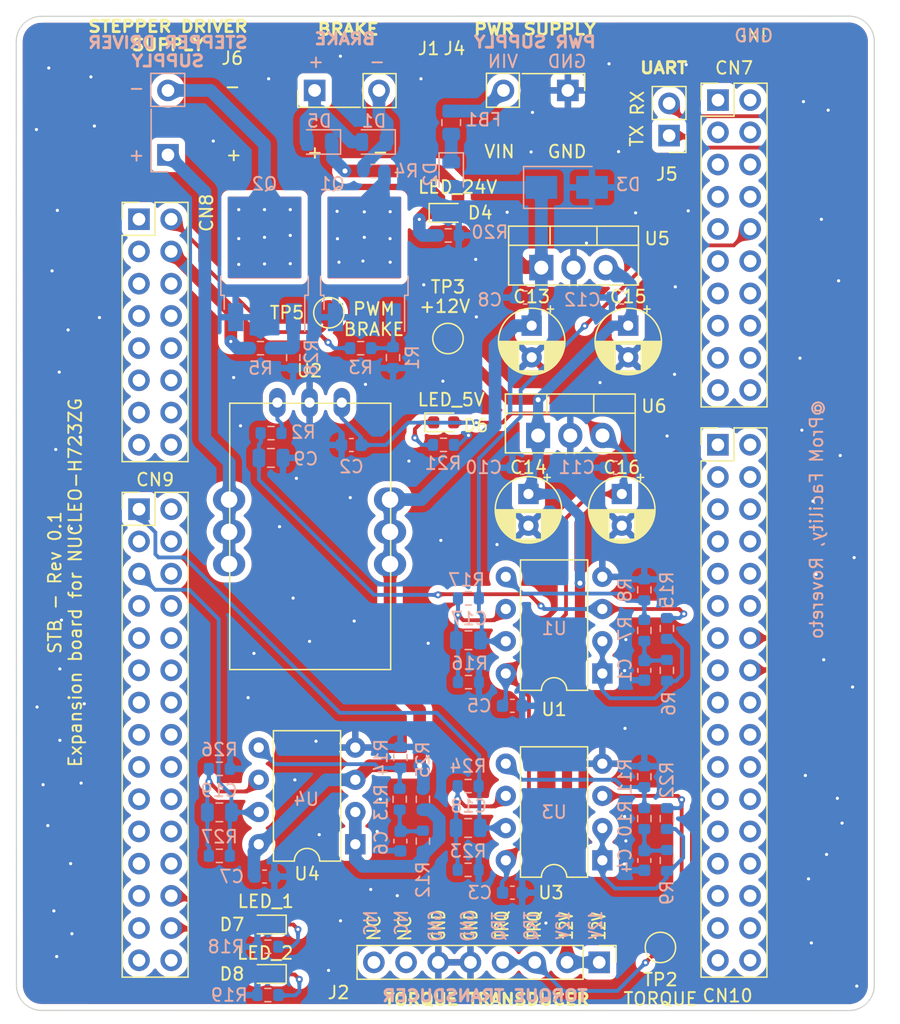
<source format=kicad_pcb>
(kicad_pcb (version 20211014) (generator pcbnew)
  (layers (0 "F.Cu" signal) (31 "B.Cu" signal) (34 "B.Paste" user) (35 "F.Paste" user) (36 "B.SilkS" user "B.Silkscreen") (37 "F.SilkS" user "F.Silkscreen") (38 "B.Mask" user) (39 "F.Mask" user) (44 "Edge.Cuts" user))
  (net 0 "")
  (net 1 "+24V")
  (net 2 "+12V")
  (net 3 "/Sensing/CURRENT_BUFF")
  (net 4 "/Sensing/CURRENT_SENSOR_OUTPUT")
  (net 5 "GND")
  (net 6 "/Sensing/ADC_CURRENT")
  (net 7 "Net-(C1-Pad1)")
  (net 8 "+5V")
  (net 9 "Net-(C4-Pad1)")
  (net 10 "Net-(C6-Pad1)")
  (net 11 "/Connectors/UART1_RX")
  (net 12 "/Connectors/PWM_BRAKE")
  (net 13 "/Sensing/V_SUPPLY_BUFF")
  (net 14 "/Sensing/ADC_V_SUPPLY")
  (net 23 "/Connectors/LED1")
  (net 25 "/Connectors/LED2")
  (net 48 "/Connectors/UART1_TX")
  (net 52 "Net-(D2-Pad1)")
  (net 63 "Net-(D4-Pad1)")
  (net 65 "Net-(D6-Pad1)")
  (net 89 "Net-(D7-Pad1)")
  (net 110 "Net-(D8-Pad1)")
  (net 111 "/Power/VIN")
  (net 112 "/Connectors/TORQUE")
  (net 113 "Net-(Q1-Pad1)")
  (net 114 "Net-(Q1-Pad2)")
  (net 115 "/Sensing/TORQUE_BUFF")
  (net 116 "/Sensing/ADC_TORQUE")
  (net 119 "Net-(D1-Pad1)")
  (net 120 "Net-(R2-Pad1)")
  (net 121 "/Sensing/CURRENT_BUFF_ADC")
  (net 122 "/Sensing/CURRENT_BUFF_IN2-")
  (net 123 "/Sensing/TORQUE_BUFF_ADC")
  (net 124 "/Sensing/TORQUE_BUFF_IN2-")
  (net 125 "/Sensing/VOLTAGE_STEPPER_BUFF_ADC")
  (net 126 "/Sensing/VOLTAGE_STEPPER_BUFF_IN2-")
  (net 127 "/Connectors/24V_BRAKE")
  (net 128 "/Connectors/STEPPER+")
  (net 129 "Net-(Q2-Pad1)")
  (net 130 "Net-(Q2-Pad2)")
  (net 134 "/Connectors/ENABLE_STEPPER_SUPPLY")
  (footprint "Capacitor_THT:CP_Radial_D5.0mm_P2.50mm" (layer "F.Cu") (at 166.116 63.5 -90)
    (fp_text reference "C13")
    (fp_text value "0.33u_DNP")
  )
  (footprint "Connector_PinHeader_2.54mm:PinHeader_1x02_P2.54mm_Vertical" (layer "F.Cu") (at 176.961 48.519 180)
    (fp_text reference "J5")
    (fp_text value "UART Connector")
  )
  (footprint "Package_DIP:DIP-8_W7.62mm" (layer "F.Cu") (at 171.694 105.654 180)
    (fp_text reference "U3")
    (fp_text value "LM358P")
  )
  (footprint "Package_TO_SOT_THT:TO-220-3_Vertical" (layer "F.Cu") (at 166.624 72.1615)
    (fp_text reference "U6")
    (fp_text value "L7805")
  )
  (footprint "Connector_PinHeader_2.54mm:PinHeader_1x02_P2.54mm_Vertical" (layer "F.Cu") (at 168.97 44.958 -90)
    (fp_text reference "J4")
    (fp_text value "Conn_01x02")
  )
  (footprint "TestPoint:TestPoint_Pad_D2.0mm" (layer "F.Cu") (at 159.512 64.516)
    (fp_text reference "TP3")
    (fp_text value "12V")
  )
  (footprint "Capacitor_THT:CP_Radial_D5.0mm_P2.50mm" (layer "F.Cu") (at 165.862 76.772888 -90)
    (fp_text reference "C14")
    (fp_text value "0.1u_DNP")
  )
  (footprint "Connector_PinHeader_2.54mm:PinHeader_1x08_P2.54mm_Vertical" (layer "F.Cu") (at 171.445 113.698 -90)
    (fp_text reference "J2")
    (fp_text value "Conn_01x08")
  )
  (footprint "TestPoint:TestPoint_Pad_D2.0mm" (layer "F.Cu") (at 176.276 112.522)
    (fp_text reference "TP2")
    (fp_text value "TORQUE")
  )
  (footprint "LED_SMD:LED_0603_1608Metric" (layer "F.Cu") (at 159.175 71.125)
    (fp_text reference "D6")
    (fp_text value "LED_GREEN")
  )
  (footprint "LED_SMD:LED_0603_1608Metric" (layer "F.Cu") (at 145.259 114.614 180)
    (fp_text reference "D8")
    (fp_text value "LED")
  )
  (footprint "Package_DIP:DIP-8_W7.62mm" (layer "F.Cu") (at 152.199 104.384 180)
    (fp_text reference "U4")
    (fp_text value "LM358P")
  )
  (footprint "Connector_PinHeader_2.54mm:PinHeader_1x02_P2.54mm_Vertical" (layer "F.Cu") (at 148.988 44.958 90)
    (fp_text reference "J1")
    (fp_text value "Brake connector")
  )
  (footprint "Capacitor_THT:CP_Radial_D5.0mm_P2.50mm" (layer "F.Cu") (at 173.736 63.5 -90)
    (fp_text reference "C15")
    (fp_text value "0.33u_DNP")
  )
  (footprint "Package_DIP:DIP-8_W7.62mm" (layer "F.Cu") (at 171.694 90.922 180)
    (fp_text reference "U1")
    (fp_text value "LM358P")
  )
  (footprint "Package_TO_SOT_THT:TO-220-3_Vertical" (layer "F.Cu") (at 166.878 58.928)
    (fp_text reference "U5")
    (fp_text value "LM7812_TO220")
  )
  (footprint "LED_SMD:LED_0603_1608Metric" (layer "F.Cu") (at 159.512 54.61)
    (fp_text reference "D4")
    (fp_text value "LED_RED")
  )
  (footprint "LED_SMD:LED_0603_1608Metric" (layer "F.Cu") (at 145.259 110.714 180)
    (fp_text reference "D7")
    (fp_text value "LED")
  )
  (footprint "Sensing lib:LEM-CAS-6-NP" (layer "F.Cu") (at 148.59 80.716 -90)
    (fp_text reference "U2")
    (fp_text value "LEM-CAS-6NP")
  )
  (footprint "TestPoint:TestPoint_Pad_D2.0mm" (layer "F.Cu") (at 150.114 62.484)
    (fp_text reference "TP5")
    (fp_text value "BRAKE")
  )
  (footprint "Capacitor_THT:CP_Radial_D5.0mm_P2.50mm" (layer "F.Cu") (at 173.228 76.772888 -90)
    (fp_text reference "C16")
    (fp_text value "0.1u_DNP")
  )
  (footprint "Resistor_SMD:R_0603_1608Metric" (layer "B.Cu") (at 155.175 66.025 90)
    (fp_text reference "R1")
    (fp_text value "10k")
  )
  (footprint "Connector_PinHeader_2.54mm:PinHeader_2x10_P2.54mm_Vertical" (layer "B.Cu") (at 183.388 45.72 180)
    (fp_text reference "CN7")
    (fp_text value "Conn_02x10_Odd_Even")
  )
  (footprint "Resistor_SMD:R_0603_1608Metric" (layer "B.Cu") (at 157.533 100.838 90)
    (fp_text reference "R25")
    (fp_text value "0")
  )
  (footprint "Resistor_SMD:R_0603_1608Metric" (layer "B.Cu") (at 176.784 90.678 -90)
    (fp_text reference "R6")
    (fp_text value "10k")
  )
  (footprint "Diode_SMD:D_0805_2012Metric" (layer "B.Cu") (at 159.766 51.562 -90)
    (fp_text reference "D2")
    (fp_text value "DIODE")
  )
  (footprint "Capacitor_SMD:C_0603_1608Metric" (layer "B.Cu") (at 151.892 72.912 180)
    (fp_text reference "C2")
    (fp_text value "0.1u")
  )
  (footprint "Resistor_SMD:R_0603_1608Metric" (layer "B.Cu") (at 175.006 84.328 90)
    (fp_text reference "R8")
    (fp_text value "620k")
  )
  (footprint "Package_TO_SOT_SMD:TO-252-2" (layer "B.Cu") (at 152.909 58.639 90)
    (fp_text reference "Q1")
    (fp_text value "Q_NMOS_DGS")
  )
  (footprint "Connector_PinHeader_2.54mm:PinHeader_2x08_P2.54mm_Vertical" (layer "B.Cu") (at 137.668 55.113 180)
    (fp_text reference "CN8")
    (fp_text value "Conn_02x08_Odd_Even")
  )
  (footprint "Resistor_SMD:R_0603_1608Metric" (layer "B.Cu") (at 159.1555 72.898)
    (fp_text reference "R21")
    (fp_text value "1k")
  )
  (footprint "Resistor_SMD:R_0603_1608Metric" (layer "B.Cu") (at 147.3 66.025 90)
    (fp_text reference "R28")
    (fp_text value "10k")
  )
  (footprint "Capacitor_SMD:C_0603_1608Metric" (layer "B.Cu") (at 175.006 90.678 -90)
    (fp_text reference "C1")
    (fp_text value "100n")
  )
  (footprint "Resistor_SMD:R_0603_1608Metric" (layer "B.Cu") (at 161.12581 85)
    (fp_text reference "R17")
    (fp_text value "R")
  )
  (footprint "Resistor_SMD:R_0603_1608Metric" (layer "B.Cu") (at 145.299 116.274 180)
    (fp_text reference "R19")
    (fp_text value "330")
  )
  (footprint "Capacitor_SMD:C_0603_1608Metric" (layer "B.Cu") (at 172.72 74.7015 180)
    (fp_text reference "C11")
    (fp_text value "0.1u")
  )
  (footprint "Resistor_SMD:R_0603_1608Metric" (layer "B.Cu") (at 176.784 87.376 -90)
    (fp_text reference "R15")
    (fp_text value "0")
  )
  (footprint "Resistor_SMD:R_0603_1608Metric" (layer "B.Cu") (at 176.784 105.664 -90)
    (fp_text reference "R9")
    (fp_text value "10k")
  )
  (footprint "Capacitor_SMD:C_0603_1608Metric" (layer "B.Cu") (at 165.608 61.285 180)
    (fp_text reference "C8")
    (fp_text value "0.33u")
  )
  (footprint "Resistor_SMD:R_0603_1608Metric" (layer "B.Cu") (at 161.12581 91.604)
    (fp_text reference "R16")
    (fp_text value "R")
  )
  (footprint "Capacitor_SMD:C_0805_2012Metric" (layer "B.Cu") (at 161.12581 88.302 180)
    (fp_text reference "C17")
    (fp_text value "C")
  )
  (footprint "Capacitor_SMD:C_0603_1608Metric" (layer "B.Cu") (at 164.592 93.472)
    (fp_text reference "C5")
    (fp_text value "0.1u")
  )
  (footprint "Diode_SMD:D_SMA" (layer "B.Cu") (at 168.878 52.604)
    (fp_text reference "D3")
    (fp_text value "D_Zener")
  )
  (footprint "Resistor_SMD:R_0603_1608Metric" (layer "B.Cu") (at 152.625 65.278)
    (fp_text reference "R3")
    (fp_text value "47")
  )
  (footprint "Resistor_SMD:R_0603_1608Metric" (layer "B.Cu") (at 161.1 106.404)
    (fp_text reference "R23")
    (fp_text value "R")
  )
  (footprint "Resistor_SMD:R_0603_1608Metric" (layer "B.Cu") (at 155.755 97.536 90)
    (fp_text reference "R14")
    (fp_text value "100k")
  )
  (footprint "Capacitor_SMD:C_0603_1608Metric" (layer "B.Cu") (at 165.367 74.7015 180)
    (fp_text reference "C10")
    (fp_text value "0.33u")
  )
  (footprint "Resistor_SMD:R_0603_1608Metric" (layer "B.Cu") (at 144.717 65.278)
    (fp_text reference "R5")
    (fp_text value "47")
  )
  (footprint "Diode_SMD:D_0805_2012Metric" (layer "B.Cu") (at 149.352 49.022 180)
    (fp_text reference "D5")
    (fp_text value "DIODE")
  )
  (footprint "Capacitor_SMD:C_0603_1608Metric" (layer "B.Cu") (at 173.228 61.285 180)
    (fp_text reference "C12")
    (fp_text value "0.1u")
  )
  (footprint "Connector_PinHeader_2.54mm:PinHeader_2x15_P2.54mm_Vertical" (layer "B.Cu") (at 137.673 77.973 180)
    (fp_text reference "CN9")
    (fp_text value "Conn_02x15_Odd_Even")
  )
  (footprint "Capacitor_SMD:C_0805_2012Metric" (layer "B.Cu") (at 161.1 103.102 180)
    (fp_text reference "C18")
    (fp_text value "C")
  )
  (footprint "Connector_PinHeader_2.54mm:PinHeader_1x02_P2.54mm_Vertical" (layer "B.Cu") (at 137.414 50.039)
    (fp_text reference "J6")
    (fp_text value "Stepper supply")
  )
  (footprint "Capacitor_SMD:C_0603_1608Metric" (layer "B.Cu") (at 175.006 105.664 -90)
    (fp_text reference "C4")
    (fp_text value "100n")
  )
  (footprint "Resistor_SMD:R_0603_1608Metric" (layer "B.Cu") (at 145.299 112.464 180)
    (fp_text reference "R18")
    (fp_text value "510")
  )
  (footprint "Resistor_SMD:R_0603_1608Metric" (layer "B.Cu") (at 141.472 105.3)
    (fp_text reference "R27")
    (fp_text value "R")
  )
  (footprint "Resistor_SMD:R_0603_1608Metric" (layer "B.Cu") (at 145.55 71.975 180)
    (fp_text reference "R2")
    (fp_text value "0")
  )
  (footprint "Connector_PinHeader_2.54mm:PinHeader_2x17_P2.54mm_Vertical" (layer "B.Cu") (at 183.316 72.893 180)
    (fp_text reference "CN10")
    (fp_text value "Conn_02x17_Odd_Even")
  )
  (footprint "Resistor_SMD:R_0603_1608Metric" (layer "B.Cu") (at 175.006 102.362 90)
    (fp_text reference "R10")
    (fp_text value "330k")
  )
  (footprint "Resistor_SMD:R_0603_1608Metric" (layer "B.Cu") (at 161.1 99.8)
    (fp_text reference "R24")
    (fp_text value "R")
  )
  (footprint "Resistor_SMD:R_0603_1608Metric" (layer "B.Cu") (at 176.784 102.362 90)
    (fp_text reference "R22")
    (fp_text value "0")
  )
  (footprint "Resistor_SMD:R_0603_1608Metric" (layer "B.Cu") (at 175.006 87.528 90)
    (fp_text reference "R7")
    (fp_text value "330k")
  )
  (footprint "Resistor_SMD:R_0603_1608Metric" (layer "B.Cu") (at 155.702 100.838 90)
    (fp_text reference "R13")
    (fp_text value "620k")
  )
  (footprint "Resistor_SMD:R_0603_1608Metric" (layer "B.Cu") (at 141.472 98.442)
    (fp_text reference "R26")
    (fp_text value "R")
  )
  (footprint "Package_TO_SOT_SMD:TO-252-2" (layer "B.Cu") (at 145.035 58.639 90)
    (fp_text reference "Q2")
    (fp_text value "Q_NMOS_DGS")
  )
  (footprint "Resistor_SMD:R_0603_1608Metric" (layer "B.Cu") (at 159.532 56.388)
    (fp_text reference "R20")
    (fp_text value "5k1")
  )
  (footprint "Resistor_SMD:R_0805_2012Metric" (layer "B.Cu") (at 159.766 47.498 -90)
    (fp_text reference "FB1")
    (fp_text value "FerriteBead")
  )
  (footprint "Resistor_SMD:R_0603_1608Metric" (layer "B.Cu") (at 175.006 99.06 90)
    (fp_text reference "R11")
    (fp_text value "620k")
  )
  (footprint "Capacitor_SMD:C_0603_1608Metric" (layer "B.Cu") (at 155.755 104.14 -90)
    (fp_text reference "C6")
    (fp_text value "100n")
  )
  (footprint "Capacitor_SMD:C_0805_2012Metric" (layer "B.Cu") (at 141.472 101.871 180)
    (fp_text reference "C19")
    (fp_text value "C")
  )
  (footprint "Diode_SMD:D_0805_2012Metric" (layer "B.Cu") (at 153.67 49.022 180)
    (fp_text reference "D1")
    (fp_text value "DIODE")
  )
  (footprint "Capacitor_SMD:C_0603_1608Metric" (layer "B.Cu") (at 145.034 106.934)
    (fp_text reference "C7")
    (fp_text value "0.1u")
  )
  (footprint "Capacitor_SMD:C_0603_1608Metric" (layer "B.Cu") (at 164.592 108.204)
    (fp_text reference "C3")
    (fp_text value "0.1u")
  )
  (footprint "Capacitor_SMD:C_0805_2012Metric" (layer "B.Cu") (at 145.542 73.928)
    (fp_text reference "C9")
    (fp_text value "DNP")
  )
  (footprint "Resistor_SMD:R_0603_1608Metric" (layer "B.Cu") (at 157.533 104.14 -90)
    (fp_text reference "R12")
    (fp_text value "10k")
  )
  (footprint "Resistor_SMD:R_0603_1608Metric" (layer "B.Cu") (at 153.67 51.308 180)
    (fp_text reference "R4")
    (fp_text value "0")
  )
  (gr_arc (start 193.151999 115.514) (mid 192.556324 116.922123) (end 191.14 117.498027) (layer "Edge.Cuts") (width 0.1))
  (gr_arc (start 191.152 39.099937) (mid 192.566214 39.685723) (end 193.152 41.099937) (layer "Edge.Cuts") (width 0.1))
  (gr_arc (start 127.446 117.484) (mid 126.041686 116.902314) (end 125.46 115.498) (layer "Edge.Cuts") (width 0.1))
  (gr_line (start 191.152 39.099937) (end 127.445871 39.116) (layer "Edge.Cuts") (width 0.1))
  (gr_line (start 193.151999 115.514) (end 193.152 41.099937) (layer "Edge.Cuts") (width 0.1))
  (gr_arc (start 125.446 41.099937) (mid 126.032723 39.691437) (end 127.445871 39.116) (layer "Edge.Cuts") (width 0.1))
  (gr_line (start 125.446 41.099937) (end 125.46 115.498) (layer "Edge.Cuts") (width 0.1))
  (gr_line (start 127.446 117.484) (end 191.14 117.498027) (layer "Edge.Cuts") (width 0.1))
  (gr_text "-" (at 153.924 42.672) (layer "B.SilkS") (effects (font (size 1 1)) (justify mirror)))
  (gr_text "GND\n" (at 158.514 110.827 90) (layer "B.SilkS") (effects (font (size 1 0.8)) (justify mirror)))
  (gr_text "TRQ\n" (at 166.064 110.827 90) (layer "B.SilkS") (effects (font (size 1 0.8)) (justify mirror)))
  (gr_text "12V" (at 171.164 110.752 90) (layer "B.SilkS") (effects (font (size 1 0.8)) (justify mirror)))
  (gr_text "-\n" (at 134.934 44.764) (layer "B.SilkS") (effects (font (size 1 1)) (justify mirror)))
  (gr_text "U4" (at 148.336 100.838) (layer "B.SilkS") (effects (font (size 1 1)) (justify mirror)))
  (gr_text "GND\n" (at 161.064 110.827 90) (layer "B.SilkS") (effects (font (size 1 0.8)) (justify mirror)))
  (gr_text "GND\n" (at 183.642 40.64) (layer "B.SilkS") (effects (font (size 1 1)) (justify mirror)))
  (gr_text "GND\n" (at 168.91 42.672) (layer "B.SilkS") (effects (font (size 1 1)) (justify mirror)))
  (gr_text "VIN\n" (at 163.845 42.672) (layer "B.SilkS") (effects (font (size 1 1)) (justify mirror)))
  (gr_text "U1" (at 167.894 87.376) (layer "B.SilkS") (effects (font (size 1 1)) (justify mirror)))
  (gr_text "+" (at 134.934 50.039) (layer "B.SilkS") (effects (font (size 1 1)) (justify mirror)))
  (gr_text "TRQ\n" (at 163.514 110.852 90) (layer "B.SilkS") (effects (font (size 1 0.8)) (justify mirror)))
  (gr_text "TORQUE TRANSDUCER " (at 162.052 116.332) (layer "B.SilkS") (effects (font (size 0.9 1) (thickness 0.225)) (justify mirror)))
  (gr_text "@ProM Facility, Rovereto\n" (at 188.595 78.779 90) (layer "B.SilkS") (effects (font (size 1 1)) (justify mirror)))
  (gr_text "U3" (at 167.894 101.854) (layer "B.SilkS") (effects (font (size 1 1)) (justify mirror)))
  (gr_text "PWR SUPPLY\n" (at 166.37 41.148) (layer "B.SilkS") (effects (font (size 0.9 1) (thickness 0.225)) (justify mirror)))
  (gr_text "+" (at 149.098 42.672) (layer "B.SilkS") (effects (font (size 1 1)) (justify mirror)))
  (gr_text "BRAKE" (at 151.384 40.894) (layer "B.SilkS") (effects (font (size 0.9 1) (thickness 0.225)) (justify mirror)))
  (gr_text "NC" (at 155.839 110.577 90) (layer "B.SilkS") (effects (font (size 1 1)) (justify mirror)))
  (gr_text "NC" (at 153.414 110.602 90) (layer "B.SilkS") (effects (font (size 1 1)) (justify mirror)))
  (gr_text "STEPPER DRIVER\nSUPPLY\n" (at 137.414 41.91) (layer "B.SilkS") (effects (font (size 0.9 1) (thickness 0.225)) (justify mirror)))
  (gr_text "12V" (at 168.589 110.777 90) (layer "B.SilkS") (effects (font (size 1 0.8)) (justify mirror)))
  (gr_text "GND\n" (at 168.91 49.784) (layer "F.SilkS") (effects (font (size 1 1))))
  (gr_text "+\n" (at 149.009 49.814) (layer "F.SilkS") (effects (font (size 1 1))))
  (gr_text "+\n" (at 142.609 50.014) (layer "F.SilkS") (effects (font (size 1 1))))
  (gr_text "12V" (at 168.845 110.823 90) (layer "F.SilkS") (effects (font (size 1 0.8))))
  (gr_text "BRAKE" (at 151.638 40.132) (layer "F.SilkS") (effects (font (size 0.9 1) (thickness 0.225))))
  (gr_text "TX" (at 174.411 48.54 90) (layer "F.SilkS") (effects (font (size 1 1))))
  (gr_text "STEPPER DRIVER\nSUPPLY\n" (at 137.414 40.64) (layer "F.SilkS") (effects (font (size 0.9 1) (thickness 0.225))))
  (gr_text "UART" (at 176.53 43.18) (layer "F.SilkS") (effects (font (size 0.9 1) (thickness 0.225))))
  (gr_text "PWM\nBRAKE\n" (at 153.67 62.992) (layer "F.SilkS") (effects (font (size 1 1))))
  (gr_text "NC" (at 153.67 110.998 90) (layer "F.SilkS") (effects (font (size 1 1))))
  (gr_text "LED_24V" (at 160.274 52.578) (layer "F.SilkS") (effects (font (size 1 1))))
  (gr_text "GND\n" (at 158.77 110.773 90) (layer "F.SilkS") (effects (font (size 1 0.8))))
  (gr_text "PWR SUPPLY\n" (at 166.37 40.132) (layer "F.SilkS") (effects (font (size 0.9 1) (thickness 0.225))))
  (gr_text "STB - Rev 0.1\nExpansion board for NUCLEO-H723ZG" (at 129.295 83.754 90) (layer "F.SilkS") (effects (font (size 1 1))))
  (gr_text "TRQ\n" (at 166.32 110.773 90) (layer "F.SilkS") (effects (font (size 1 0.8))))
  (gr_text "+12V\n" (at 159.258 61.976) (layer "F.SilkS") (effects (font (size 1 1))))
  (gr_text "TRQ\n" (at 163.77 110.748 90) (layer "F.SilkS") (effects (font (size 1 0.8))))
  (gr_text "TORQUE TRANSDUCER " (at 162.97 116.623) (layer "F.SilkS") (effects (font (size 0.9 1) (thickness 0.225))))
  (gr_text "LED_5V" (at 159.766 69.342) (layer "F.SilkS") (effects (font (size 1 1))))
  (gr_text "-" (at 142.509 44.639) (layer "F.SilkS") (effects (font (size 1 1))))
  (gr_text "GND\n" (at 183.642 40.64) (layer "F.SilkS") (effects (font (size 1 1))))
  (gr_text "LED_1" (at 145.134 108.889) (layer "F.SilkS") (effects (font (size 1 1))))
  (gr_text "12V" (at 171.42 110.848 90) (layer "F.SilkS") (effects (font (size 1 0.8))))
  (gr_text "LED_2\n" (at 145.084 112.964) (layer "F.SilkS") (effects (font (size 1 1))))
  (gr_text "GND\n" (at 161.32 110.773 90) (layer "F.SilkS") (effects (font (size 1 0.8))))
  (gr_text "NC" (at 156.095 111.023 90) (layer "F.SilkS") (effects (font (size 1 1))))
  (gr_text "RX" (at 174.461 45.965 90) (layer "F.SilkS") (effects (font (size 1 1))))
  (gr_text "VIN\n" (at 163.576 49.784) (layer "F.SilkS") (effects (font (size 1 1))))
  (gr_text "-" (at 154.178 49.784) (layer "F.SilkS") (effects (font (size 1 1))))
  (gr_text "TORQUE" (at 176.276 116.586) (layer "F.SilkS") (effects (font (size 1 1))))
  (segment (start 154.94 91.49) (end 157.275 93.825) (width 1) (layer "F.Cu") (net 1))
  (segment (start 153.325 98.2) (end 157.275 98.2) (width 1) (layer "F.Cu") (net 1))
  (segment (start 152.221 99.304) (end 153.1 98.425) (width 1) (layer "F.Cu") (net 1))
  (segment (start 165.608 58.928) (end 166.878 58.928) (width 1) (layer "F.Cu") (net 1))
  (segment (start 157.275 93.825) (end 157.275 98.2) (width 1) (layer "F.Cu") (net 1))
  (segment (start 158.75 51.308) (end 151.384 51.308) (width 1) (layer "F.Cu") (net 1))
  (segment (start 159.766 52.324) (end 158.75 51.308) (width 1) (layer "F.Cu") (net 1))
  (segment (start 161.29 54.61) (end 165.608 58.928) (width 1) (layer "F.Cu") (net 1))
  (segment (start 160.2995 52.8575) (end 159.766 52.324) (width 1) (layer "F.Cu") (net 1))
  (segment (start 160.2995 54.61) (end 160.2995 52.8575) (width 1) (layer "F.Cu") (net 1))
  (segment (start 160.2995 54.61) (end 161.29 54.61) (width 1) (layer "F.Cu") (net 1))
  (segment (start 153.1 98.425) (end 153.325 98.2) (width 1) (layer "F.Cu") (net 1))
  (segment (start 154.94 82.296) (end 154.94 91.49) (width 1) (layer "F.Cu") (net 1))
  (segment (start 152.199 99.304) (end 152.221 99.304) (width 1) (layer "F.Cu") (net 1))
  (via (at 151.384 51.308) (size 0.8) (drill 0.4) (layers "F.Cu" "B.Cu") (net 1))
  (via (at 157.275 98.2) (size 0.8) (drill 0.4) (layers "F.Cu" "B.Cu") (net 1))
  (segment (start 166.383 61.285) (end 166.383 63.233) (width 1) (layer "B.Cu") (net 1))
  (segment (start 150.402 50.326) (end 150.402 49.022) (width 1) (layer "B.Cu") (net 1))
  (segment (start 166.878 58.928) (end 166.878 60.79) (width 1) (layer "B.Cu") (net 1))
  (segment (start 144.816 104.384) (end 149.896 99.304) (width 1) (layer "B.Cu") (net 1))
  (segment (start 149.896 99.304) (end 152.199 99.304) (width 1) (layer "B.Cu") (net 1))
  (segment (start 166.362 52.612) (end 166.37 52.604) (width 1) (layer "B.Cu") (net 1))
  (segment (start 166.383 63.233) (end 166.116 63.5) (width 1) (layer "B.Cu") (net 1))
  (segment (start 144.2 106.875) (end 144.259 106.934) (width 1) (layer "B.Cu") (net 1))
  (segment (start 154.94 77.216) (end 154.94 82.296) (width 1) (layer "B.Cu") (net 1))
  (segment (start 151.384 51.308) (end 150.402 50.326) (width 1) (layer "B.Cu") (net 1))
  (segment (start 144.579 104.384) (end 144.816 104.384) (width 1) (layer "B.Cu") (net 1))
  (segment (start 157.575 98.5) (end 157.575 99.971) (width 1) (layer "B.Cu") (net 1))
  (segment (start 166.878 58.928) (end 166.878 52.604) (width 1) (layer "B.Cu") (net 1))
  (segment (start 154.94 77.216) (end 157.409 77.216) (width 1) (layer "B.Cu") (net 1))
  (segment (start 157.575 99.971) (end 157.533 100.013) (width 1) (layer "B.Cu") (net 1))
  (segment (start 144.579 104.571) (end 144.2 104.95) (width 1) (layer "B.Cu") (net 1))
  (segment (start 163.225 71.4) (end 163.225 65.075) (width 1) (layer "B.Cu") (net 1))
  (segment (start 144.579 104.384) (end 144.579 104.571) (width 1) (layer "B.Cu") (net 1))
  (segment (start 159.766 52.612) (end 166.362 52.612) (width 1) (layer "B.Cu") (net 1))
  (segment (start 166.878 60.79) (end 166.383 61.285) (width 1) (layer "B.Cu") (net 1))
  (segment (start 157.275 98.2) (end 157.575 98.5) (width 1) (layer "B.Cu") (net 1))
  (segment (start 144.2 104.95) (end 144.2 106.875) (width 1) (layer "B.Cu") (net 1))
  (segment (start 157.409 77.216) (end 163.225 71.4) (width 1) (layer "B.Cu") (net 1))
  (segment (start 163.225 65.075) (end 164.8 63.5) (width 1) (layer "B.Cu") (net 1))
  (segment (start 164.8 63.5) (end 166.116 63.5) (width 1) (layer "B.Cu") (net 1))
  (segment (start 164.317 69.342) (end 166.624 69.342) (width 0.8) (layer "F.Cu") (net 2))
  (segment (start 169.925 89.15) (end 169.925 83.8) (width 0.8) (layer "F.Cu") (net 2))
  (segment (start 159.512 64.516) (end 159.512 64.537) (width 0.8) (layer "F.Cu") (net 2))
  (segment (start 168.905 90.17) (end 169.925 89.15) (width 0.8) (layer "F.Cu") (net 2))
  (segment (start 159.512 64.537) (end 164.317 69.342) (width 0.8) (layer "F.Cu") (net 2))
  (segment (start 168.905 113.698) (end 168.905 90.17) (width 0.8) (layer "F.Cu") (net 2))
  (via (at 169.925 83.8) (size 0.85) (drill 0.4) (layers "F.Cu" "B.Cu") (net 2))
  (via (at 166.624 69.342) (size 0.8) (drill 0.4) (layers "F.Cu" "B.Cu") (net 2))
  (segment (start 166.142 76.492888) (end 165.862 76.772888) (width 0.8) (layer "B.Cu") (net 2))
  (segment (start 174.003 61.285) (end 174.003 63.233) (width 0.8) (layer "B.Cu") (net 2))
  (segment (start 169.925 83.8) (end 169.925 78.525) (width 0.8) (layer "B.Cu") (net 2))
  (segment (start 172.466 63.5) (end 166.624 69.342) (width 0.8) (layer "B.Cu") (net 2))
  (segment (start 174.003 60.211) (end 174.003 61.285) (width 0.8) (layer "B.Cu") (net 2))
  (segment (start 168.905 113.698) (end 171.445 113.698) (width 0.8) (layer "B.Cu") (net 2))
  (segment (start 174.003 63.233) (end 173.736 63.5) (width 0.8) (layer "B.Cu") (net 2))
  (segment (start 173.736 63.5) (end 172.466 63.5) (width 0.8) (layer "B.Cu") (net 2))
  (segment (start 166.624 69.342) (end 166.624 72.1615) (width 0.8) (layer "B.Cu") (net 2))
  (segment (start 166.624 72.1615) (end 166.624 74.2195) (width 0.8) (layer "B.Cu") (net 2))
  (segment (start 172.72 59.69) (end 173.482 59.69) (width 0.8) (layer "B.Cu") (net 2))
  (segment (start 169.925 78.525) (end 168.172888 76.772888) (width 0.8) (layer "B.Cu") (net 2))
  (segment (start 166.142 74.7015) (end 166.142 76.492888) (width 0.8) (layer "B.Cu") (net 2))
  (segment (start 173.482 59.69) (end 174.003 60.211) (width 0.8) (layer "B.Cu") (net 2))
  (segment (start 171.958 58.928) (end 172.72 59.69) (width 0.8) (layer "B.Cu") (net 2))
  (segment (start 168.172888 76.772888) (end 165.862 76.772888) (width 0.8) (layer "B.Cu") (net 2))
  (segment (start 166.624 74.2195) (end 166.142 74.7015) (width 0.8) (layer "B.Cu") (net 2))
  (segment (start 176.784 91.941) (end 175.85 92.875) (width 0.3) (layer "B.Cu") (net 3))
  (segment (start 176.784 91.503) (end 176.784 91.941) (width 0.3) (layer "B.Cu") (net 3))
  (segment (start 177.975 91.05) (end 177.522 91.503) (width 0.3) (layer "B.Cu") (net 3))
  (segment (start 177.975 88.95) (end 177.975 91.05) (width 0.3) (layer "B.Cu") (net 3))
  (segment (start 171.694 92.269) (end 171.694 90.922) (width 0.3) (layer "B.Cu") (net 3))
  (segment (start 176.784 88.201) (end 177.226 88.201) (width 0.3) (layer "B.Cu") (net 3))
  (segment (start 175.85 92.875) (end 172.3 92.875) (width 0.3) (layer "B.Cu") (net 3))
  (segment (start 177.226 88.201) (end 177.975 88.95) (width 0.3) (layer "B.Cu") (net 3))
  (segment (start 177.522 91.503) (end 176.784 91.503) (width 0.3) (layer "B.Cu") (net 3))
  (segment (start 171.694 90.922) (end 171.694 88.382) (width 0.3) (layer "B.Cu") (net 3))
  (segment (start 172.3 92.875) (end 171.694 92.269) (width 0.3) (layer "B.Cu") (net 3))
  (segment (start 177.742 85.842) (end 171.694 85.842) (width 0.3) (layer "F.Cu") (net 4))
  (segment (start 166.85 85.6) (end 165.925 84.675) (width 0.3) (layer "F.Cu") (net 4))
  (segment (start 165.925 84.675) (end 158.775 84.675) (width 0.3) (layer "F.Cu") (net 4))
  (segment (start 178.125 86.225) (end 177.742 85.842) (width 0.3) (layer "F.Cu") (net 4))
  (segment (start 158.775 84.675) (end 158.725 84.725) (width 0.3) (layer "F.Cu") (net 4))
  (via (at 178.125 86.225) (size 0.55) (drill 0.25) (layers "F.Cu" "B.Cu") (net 4))
  (via (at 166.85 85.6) (size 0.55) (drill 0.25) (layers "F.Cu" "B.Cu") (net 4))
  (via (at 158.725 84.725) (size 0.55) (drill 0.25) (layers "F.Cu" "B.Cu") (net 4))
  (segment (start 176.784 86.551) (end 177.799 86.551) (width 0.3) (layer "B.Cu") (net 4))
  (segment (start 144.592 73.928) (end 144.592 72.858) (width 0.3) (layer "B.Cu") (net 4))
  (segment (start 144.592 72.858) (end 144.725 72.725) (width 0.3) (layer "B.Cu") (net 4))
  (segment (start 153.675 84.725) (end 144.592 75.642) (width 0.3) (layer "B.Cu") (net 4))
  (segment (start 158.725 84.725) (end 153.675 84.725) (width 0.3) (layer "B.Cu") (net 4))
  (segment (start 144.725 72.725) (end 144.725 71.975) (width 0.3) (layer "B.Cu") (net 4))
  (segment (start 177.799 86.551) (end 178.125 86.225) (width 0.3) (layer "B.Cu") (net 4))
  (segment (start 166.85 85.6) (end 167.092 85.842) (width 0.3) (layer "B.Cu") (net 4))
  (segment (start 167.092 85.842) (end 171.694 85.842) (width 0.3) (layer "B.Cu") (net 4))
  (segment (start 144.592 75.642) (end 144.592 73.928) (width 0.3) (layer "B.Cu") (net 4))
  (via (at 190.236 100.765) (size 0.55) (drill 0.25) (layers "F.Cu" "B.Cu") (net 5))
  (via (at 159.11 67.88) (size 0.55) (drill 0.25) (layers "F.Cu" "B.Cu") (net 5))
  (via (at 142.6 67.59) (size 0.55) (drill 0.25) (layers "F.Cu" "B.Cu") (net 5))
  (via (at 153 68.13) (size 0.55) (drill 0.25) (layers "F.Cu" "B.Cu") (net 5))
  (via (at 127.086 93.565) (size 0.55) (drill 0.25) (layers "F.Cu" "B.Cu") (net 5))
  (via (at 155.51 108.44) (size 0.55) (drill 0.25) (layers "F.Cu" "B.Cu") (net 5))
  (via (at 149.098 96.266) (size 0.55) (drill 0.25) (layers "F.Cu" "B.Cu") (net 5))
  (via (at 130.486 72.29) (size 0.55) (drill 0.25) (layers "F.Cu" "B.Cu") (net 5))
  (via (at 149.352 103.632) (size 0.55) (drill 0.25) (layers "F.Cu" "B.Cu") (net 5))
  (via (at 178.47 54.45) (size 0.55) (drill 0.25) (layers "F.Cu" "B.Cu") (net 5))
  (via (at 161.7 58.28) (size 0.55) (drill 0.25) (layers "F.Cu" "B.Cu") (net 5))
  (via (at 187.961 107.115) (size 0.55) (drill 0.25) (layers "F.Cu" "B.Cu") (net 5))
  (via (at 172.974 49.784) (size 0.55) (drill 0.25) (layers "F.Cu" "B.Cu") (net 5))
  (via (at 191.436 91.99) (size 0.55) (drill 0.25) (layers "F.Cu" "B.Cu") (net 5))
  (via (at 157.6 60.28) (size 0.55) (drill 0.25) (layers "F.Cu" "B.Cu") (net 5))
  (via (at 173.482 95.25) (size 0.55) (drill 0.25) (layers "F.Cu" "B.Cu") (net 5))
  (via (at 191.561 81.79) (size 0.55) (drill 0.25) (layers "F.Cu" "B.Cu") (net 5))
  (via (at 161.75 62.81) (size 0.55) (drill 0.25) (layers "F.Cu" "B.Cu") (net 5))
  (via (at 188.311 77.34) (size 0.55) (drill 0.25) (layers "F.Cu" "B.Cu") (net 5))
  (via (at 189.386 105.19) (size 0.55) (drill 0.25) (layers "F.Cu" "B.Cu") (net 5))
  (via (at 143.74 92.83) (size 0.55) (drill 0.25) (layers "F.Cu" "B.Cu") (net 5))
  (via (at 171.51 67.99) (size 0.55) (drill 0.25) (layers "F.Cu" "B.Cu") (net 5))
  (via (at 156.43 74.18) (size 0.55) (drill 0.25) (layers "F.Cu" "B.Cu") (net 5))
  (via (at 187.286 66.065) (size 0.55) (drill 0.25) (layers "F.Cu" "B.Cu") (net 5))
  (via (at 173.425 105.95) (size 0.55) (drill 0.25) (layers "F.Cu" "B.Cu") (net 5))
  (via (at 177.45 60.44) (size 0.55) (drill 0.25) (layers "F.Cu" "B.Cu") (net 5))
  (via (at 147.55 75.54) (size 0.55) (drill 0.25) (layers "F.Cu" "B.Cu") (net 5))
  (via (at 152.11 86.79) (size 0.55) (drill 0.25) (layers "F.Cu" "B.Cu") (net 5))
  (via (at 132.011 62.865) (size 0.55) (drill 0.25) (layers "F.Cu" "B.Cu") (net 5))
  (via (at 173.45 90.7) (size 0.55) (drill 0.25) (layers "F.Cu" "B.Cu") (net 5))
  (via (at 173.45 102.2) (size 0.55) (drill 0.25) (layers "F.Cu" "B.Cu") (net 5))
  (via (at 130.811 93.315) (size 0.55) (drill 0.25) (layers "F.Cu" "B.Cu") (net 5))
  (via (at 127.936 102.915) (size 0.55) (drill 0.25) (layers "F.Cu" "B.Cu") (net 5))
  (via (at 166.07 49.81) (size 0.55) (drill 0.25) (layers "F.Cu" "B.Cu") (net 5))
  (via (at 167.24 110.6) (size 0.55) (drill 0.25) (layers "F.Cu" "B.Cu") (net 5))
  (via (at 154.178 100.838) (size 0.55) (drill 0.25) (layers "F.Cu" "B.Cu") (net 5))
  (via (at 151.8 77.06) (size 0.55) (drill 0.25) (layers "F.Cu" "B.Cu") (net 5))
  (via (at 128.27 59.182) (size 0.55) (drill 0.25) (layers "F.Cu" "B.Cu") (net 5))
  (via (at 172.22 42.86) (size 0.55) (drill 0.25) (layers "F.Cu" "B.Cu") (net 5))
  (via (at 129.836 111.44) (size 0.55) (drill 0.25) (layers "F.Cu" "B.Cu") (net 5))
  (via (at 170.44 56.99) (size 0.55) (drill 0.25) (layers "F.Cu" "B.Cu") (net 5))
  (via (at 190.461 73.74) (size 0.55) (drill 0.25) (layers "F.Cu" "B.Cu") (net 5))
  (via (at 148.59 88.392) (size 0.55) (drill 0.25) (layers "F.Cu" "B.Cu") (net 5))
  (via (at 131.336 43.89) (size 0.55) (drill 0.25) (layers "F.Cu" "B.Cu") (net 5))
  (via (at 147.29 84.98) (size 0.55) (drill 0.25) (layers "F.Cu" "B.Cu") (net 5))
  (via (at 150.09 114.33) (size 0.55) (drill 0.25) (layers "F.Cu" "B.Cu") (net 5))
  (via (at 131.611 47.765) (size 0.55) (drill 0.25) (layers "F.Cu" "B.Cu") (net 5))
  (via (at 146.22 79.35) (size 0.55) (drill 0.25) (layers "F.Cu" "B.Cu") (net 5))
  (via (at 164.18 54.56) (size 0.55) (drill 0.25) (layers "F.Cu" "B.Cu") (net 5))
  (via (at 128.561 73.265) (size 0.55) (drill 0.25) (layers "F.Cu" "B.Cu") (net 5))
  (via (at 140.99 48.95) (size 0.55) (drill 0.25) (layers "F.Cu" "B.Cu") (net 5))
  (via (at 173.55 88.25) (size 0.55) (drill 0.25) (layers "F.Cu" "B.Cu") (net 5))
  (via (at 188.561 83.115) (size 0.55) (drill 0.25) (layers "F.Cu" "B.Cu") (net 5))
  (via (at 176.8 72.2) (size 0.55) (drill 0.25) (layers "F.Cu" "B.Cu") (net 5))
  (via (at 161.13 72.15) (size 0.55) (drill 0.25) (layers "F.Cu" "B.Cu") (net 5))
  (via (at 189.161 89.84) (size 0.55) (drill 0.25) (layers "F.Cu" "B.Cu") (net 5))
  (via (at 151.02 42.26) (size 0.55) (drill 0.25) (layers "F.Cu" "B.Cu") (net 5))
  (via (at 157.95 88.54) (size 0.55) (drill 0.25) (layers "F.Cu" "B.Cu") (net 5))
  (via (at 189.511 46.515) (size 0.55) (drill 0.25) (layers "F.Cu" "B.Cu") (net 5))
  (via (at 145.36 44.04) (size 0.55) (drill 0.25) (layers "F.Cu" "B.Cu") (net 5))
  (via (at 128.886 96.19) (size 0.55) (drill 0.25) (layers "F.Cu" "B.Cu") (net 5))
  (via (at 128.886 90.565) (size 0.55) (drill 0.25) (layers "F.Cu" "B.Cu") (net 5))
  (via (at 174.32 54.61) (size 0.55) (drill 0.25) (layers "F.Cu" "B.Cu") (net 5))
  (via (at 128.011 43.19) (size 0.55) (drill 0.25) (layers "F.Cu" "B.Cu") (net 5))
  (via (at 188.186 112.165) (size 0.55) (drill 0.25) (layers "F.Cu" "B.Cu") (net 5))
  (via (at 163.38 80.76) (size 0.55) (drill 0.25) (layers "F.Cu" "B.Cu") (net 5))
  (via (at 128.636 113.24) (size 0.55) (drill 0.25) (layers "F.Cu" "B.Cu") (net 5))
  (via (at 129.794 79.502) (size 0.55) (drill 0.25) (layers "F.Cu" "B.Cu") (net 5))
  (via (at 158.95 80.43) (size 0.55) (drill 0.25) (layers "F.Cu" "B.Cu") (net 5))
  (via (at 177.39 67.34) (size 0.55) (drill 0.25) (layers "F.Cu" "B.Cu") (net 5))
  (via (at 129.011 86.715) (size 0.55) (drill 0.25) (layers "F.Cu" "B.Cu") (net 5))
  (via (at 128.411 109.64) (size 0.55) (drill 0.25) (layers "F.Cu" "B.Cu") (net 5))
  (via (at 129.736 105.915) (size 0.55) (drill 0.25) (layers "F.Cu" "B.Cu") (net 5))
  (via (at 153.924 103.378) (size 0.55) (drill 0.25) (layers "F.Cu" "B.Cu") (net 5))
  (via (at 127.036 48.04) (size 0.55) (drill 0.25) (layers "F.Cu" "B.Cu") (net 5))
  (via (at 191.77 115.57) (size 0.55) (drill 0.25) (layers "F.Cu" "B.Cu") (net 5))
  (via (at 187.436 71.74) (size 0.55) (drill 0.25) (layers "F.Cu" "B.Cu") (net 5))
  (via (at 153.416 107.95) (size 0.55) (drill 0.25) (layers "F.Cu" "B.Cu") (net 5))
  (via (at 128.686 54.415) (size 0.55) (drill 0.25) (layers "F.Cu" "B.Cu") (net 5))
  (via (at 166.18 46.69) (size 0.55) (drill 0.25) (layers "F.Cu" "B.Cu") (net 5))
  (via (at 143.14 71.4) (size 0.55) (drill 0.25) (layers "F.Cu" "B.Cu") (net 5))
  (via (at 151.03 110.42) (size 0.55) (drill 0.25) (layers "F.Cu" "B.Cu") (net 5))
  (via (at 144.2 89.34) (size 0.55) (drill 0.25) (layers "F.Cu" "B.Cu") (net 5))
  (via (at 188.976 55.118) (size 0.55) (drill 0.25) (layers "F.Cu" "B.Cu") (net 5))
  (via (at 173.55 104.125) (size 0.55) (drill 0.25) (layers "F.Cu" "B.Cu") (net 5))
  (via (at 178.308 42.926) (size 0.55) (drill 0.25) (layers "F.Cu" "B.Cu") (net 5))
  (via (at 147.43 99.31) (size 0.55) (drill 0.25) (layers "F.Cu" "B.Cu") (net 5))
  (via (at 128.836 67.165) (size 0.55) (drill 0.25) (layers "F.Cu" "B.Cu") (net 5))
  (via (at 130.561 99.565) (size 0.55) (drill 0.25) (layers "F.Cu" "B.Cu") (net 5))
  (via (at 187.561 45.84) (size 0.55) (drill 0.25) (layers "F.Cu" "B.Cu") (net 5))
  (via (at 127.561 99.69) (size 0.55) (drill 0.25) (layers "F.Cu" "B.Cu") (net 5))
  (via (at 157.38 44.04) (size 0.55) (drill 0.25) (layers "F.Cu" "B.Cu") (net 5))
  (via (at 129.536 63.84) (size 0.55) (drill 0.25) (layers "F.Cu" "B.Cu") (net 5))
  (via (at 190.336 59.965) (size 0.55) (drill 0.25) (layers "F.Cu" "B.Cu") (net 5))
  (via (at 190.61 102.72) (size 0.55) (drill 0.25) (layers "F.Cu" "B.Cu") (net 5))
  (via (at 187.711 98.965) (size 0.55) (drill 0.25) (layers "F.Cu" "B.Cu") (net 5))
  (segment (start 159.9805 72.898) (end 160.382 72.898) (width 0.3) (layer "B.Cu") (net 5))
  (segment (start 160.382 72.898) (end 161.13 72.15) (width 0.3) (layer "B.Cu") (net 5))
  (segment (start 173.075 84.625) (end 173.65 85.2) (width 0.3) (layer "B.Cu") (net 6))
  (segment (start 165.397 84.625) (end 173.075 84.625) (width 0.3) (layer "B.Cu") (net 6))
  (segment (start 173.65 85.2) (end 174.959 85.2) (width 0.3) (layer "B.Cu") (net 6))
  (segment (start 164.074 83.302) (end 165.397 84.625) (width 0.3) (layer "B.Cu") (net 6))
  (segment (start 175.006 85.153) (end 175.006 86.703) (width 0.3) (layer "B.Cu") (net 6))
  (segment (start 174.959 85.2) (end 175.006 85.153) (width 0.3) (layer "B.Cu") (net 6))
  (segment (start 175.006 89.903) (end 176.734 89.903) (width 0.3) (layer "B.Cu") (net 7))
  (segment (start 175.006 88.353) (end 175.006 89.903) (width 0.3) (layer "B.Cu") (net 7))
  (segment (start 176.734 89.903) (end 176.784 89.853) (width 0.3) (layer "B.Cu") (net 7))
  (segment (start 170.727112 76.772888) (end 173.228 76.772888) (width 0.3) (layer "F.Cu") (net 8))
  (segment (start 168.825 86.25) (end 168.825 78.675) (width 0.3) (layer "F.Cu") (net 8))
  (segment (start 164.525 70.425) (end 169.9675 70.425) (width 0.3) (layer "F.Cu") (net 8))
  (segment (start 160.0455 71.12) (end 160.0755 71.15) (width 0.3) (layer "F.Cu") (net 8))
  (segment (start 165.9 92.748) (end 165.9 103.828) (width 0.3) (layer "F.Cu") (net 8))
  (segment (start 168.825 78.675) (end 170.727112 76.772888) (width 0.3) (layer "F.Cu") (net 8))
  (segment (start 164.074 90.922) (end 164.153 90.922) (width 0.3) (layer "F.Cu") (net 8))
  (segment (start 163.8 71.15) (end 164.525 70.425) (width 0.3) (layer "F.Cu") (net 8))
  (segment (start 160.0755 71.15) (end 163.8 71.15) (width 0.3) (layer "F.Cu") (net 8))
  (segment (start 164.074 90.922) (end 165.9 92.748) (width 0.3) (layer "F.Cu") (net 8))
  (segment (start 164.153 90.922) (end 168.825 86.25) (width 0.3) (layer "F.Cu") (net 8))
  (segment (start 165.9 103.828) (end 164.074 105.654) (width 0.3) (layer "F.Cu") (net 8))
  (segment (start 169.9675 70.425) (end 171.704 72.1615) (width 0.3) (layer "F.Cu") (net 8))
  (via (at 161.75 71.15) (size 0.55) (drill 0.25) (layers "F.Cu" "B.Cu") (net 8))
  (segment (start 156.1 71.425) (end 156.375 71.15) (width 0.3) (layer "B.Cu") (net 8))
  (segment (start 152.667 72.317) (end 152.667 72.912) (width 0.3) (layer "B.Cu") (net 8))
  (segment (start 152.667 72.912) (end 154.613 72.912) (width 0.3) (layer "B.Cu") (net 8))
  (segment (start 154.613 72.912) (end 156.1 71.425) (width 0.3) (layer "B.Cu") (net 8))
  (segment (start 171.9115 72.1615) (end 173.495 73.745) (width 0.3) (layer "B.Cu") (net 8))
  (segment (start 164.074 93.215) (end 163.817 93.472) (width 0.3) (layer "B.Cu") (net 8))
  (segment (start 163.817 107.308) (end 164.075 107.05) (width 0.3) (layer "B.Cu") (net 8))
  (segment (start 163.817 108.204) (end 163.817 107.308) (width 0.3) (layer "B.Cu") (net 8))
  (segment (start 156.375 71.15) (end 161.65 71.15) (width 0.3) (layer "B.Cu") (net 8))
  (segment (start 173.2 76.744888) (end 173.228 76.772888) (width 0.3) (layer "B.Cu") (net 8))
  (segment (start 173.495 73.745) (end 173.495 74.7015) (width 0.3) (layer "B.Cu") (net 8))
  (segment (start 173.2 75.725) (end 173.2 76.744888) (width 0.3) (layer "B.Cu") (net 8))
  (segment (start 164.074 90.922) (end 164.074 93.215) (width 0.3) (layer "B.Cu") (net 8))
  (segment (start 171.704 72.1615) (end 171.9115 72.1615) (width 0.3) (layer "B.Cu") (net 8))
  (segment (start 173.495 75.43) (end 173.2 75.725) (width 0.3) (layer "B.Cu") (net 8))
  (segment (start 151.13 69.566) (end 151.13 70.78) (width 0.3) (layer "B.Cu") (net 8))
  (segment (start 151.13 70.78) (end 152.667 72.317) (width 0.3) (layer "B.Cu") (net 8))
  (segment (start 164.075 107.05) (end 164.075 105.655) (width 0.3) (layer "B.Cu") (net 8))
  (segment (start 164.075 105.655) (end 164.074 105.654) (width 0.3) (layer "B.Cu") (net 8))
  (segment (start 173.495 74.7015) (end 173.495 75.43) (width 0.3) (layer "B.Cu") (net 8))
  (segment (start 164.074 90.922) (end 164.553 90.922) (width 0.3) (layer "B.Cu") (net 8))
  (segment (start 175.006 104.889) (end 176.734 104.889) (width 0.3) (layer "B.Cu") (net 9))
  (segment (start 176.734 104.889) (end 176.784 104.839) (width 0.3) (layer "B.Cu") (net 9))
  (segment (start 175.006 103.187) (end 175.006 104.889) (width 0.3) (layer "B.Cu") (net 9))
  (segment (start 155.755 103.365) (end 157.483 103.365) (width 0.3) (layer "B.Cu") (net 10))
  (segment (start 155.702 103.312) (end 155.755 103.365) (width 0.3) (layer "B.Cu") (net 10))
  (segment (start 157.483 103.365) (end 157.533 103.315) (width 0.3) (layer "B.Cu") (net 10))
  (segment (start 155.702 101.663) (end 155.702 103.312) (width 0.3) (layer "B.Cu") (net 10))
  (segment (start 184.663 90.673) (end 183.351 90.673) (width 0.3) (layer "F.Cu") (net 11))
  (segment (start 186.182 89.154) (end 184.663 90.673) (width 0.3) (layer "F.Cu") (net 11))
  (segment (start 186.182 48.26) (end 186.182 89.154) (width 0.3) (layer "F.Cu") (net 11))
  (segment (start 176.961 45.979) (end 176.961 46.151) (width 0.3) (layer "F.Cu") (net 11))
  (segment (start 177.8 46.99) (end 184.912 46.99) (width 0.3) (layer "F.Cu") (net 11))
  (segment (start 176.961 46.151) (end 177.8 46.99) (width 0.3) (layer "F.Cu") (net 11))
  (segment (start 184.912 46.99) (end 186.182 48.26) (width 0.3) (layer "F.Cu") (net 11))
  (segment (start 139.954 57.399) (end 139.954 58.42) (width 0.3) (layer "F.Cu") (net 12))
  (segment (start 149.352 64.008) (end 150.114 63.246) (width 0.3) (layer "F.Cu") (net 12))
  (segment (start 145.542 64.008) (end 149.233 64.008) (width 0.3) (layer "F.Cu") (net 12))
  (segment (start 139.954 58.42) (end 145.542 64.008) (width 0.3) (layer "F.Cu") (net 12))
  (segment (start 149.233 64.008) (end 150.05 64.825) (width 0.3) (layer "F.Cu") (net 12))
  (segment (start 150.114 63.246) (end 150.114 62.484) (width 0.3) (layer "F.Cu") (net 12))
  (segment (start 137.668 55.113) (end 139.954 57.399) (width 0.3) (layer "F.Cu") (net 12))
  (segment (start 149.233 64.008) (end 149.352 64.008) (width 0.3) (layer "F.Cu") (net 12))
  (via (at 150.05 64.825) (size 0.55) (drill 0.25) (layers "F.Cu" "B.Cu") (net 12))
  (segment (start 151.8 65.278) (end 150.503 65.278) (width 0.3) (layer "B.Cu") (net 12))
  (segment (start 150.503 65.278) (end 150.05 64.825) (width 0.3) (layer "B.Cu") (net 12))
  (segment (start 152.2 105.55) (end 152.2 104.385) (width 1) (layer "B.Cu") (net 13))
  (segment (start 157.533 101.663) (end 158.063 101.663) (width 1) (layer "B.Cu") (net 13))
  (segment (start 152.199 104.384) (end 152.199 101.844) (width 1) (layer "B.Cu") (net 13))
  (segment (start 152.775 106.125) (end 152.2 105.55) (width 1) (layer "B.Cu") (net 13))
  (segment (start 157.533 105.492) (end 156.9 106.125) (width 1) (layer "B.Cu") (net 13))
  (segment (start 158.063 101.663) (end 158.82 102.42) (width 1) (layer "B.Cu") (net 13))
  (segment (start 157.533 104.965) (end 157.533 105.492) (width 1) (layer "B.Cu") (net 13))
  (segment (start 152.2 104.385) (end 152.199 104.384) (width 1) (layer "B.Cu") (net 13))
  (segment (start 156.9 106.125) (end 152.775 106.125) (width 1) (layer "B.Cu") (net 13))
  (segment (start 158.82 102.42) (end 158.82 103.93) (width 1) (layer "B.Cu") (net 13))
  (segment (start 158.82 103.93) (end 157.785 104.965) (width 1) (layer "B.Cu") (net 13))
  (segment (start 157.785 104.965) (end 157.533 104.965) (width 1) (layer "B.Cu") (net 13))
  (segment (start 154.036 98.361) (end 153.75 98.075) (width 0.3) (layer "B.Cu") (net 14))
  (segment (start 155.702 98.414) (end 155.755 98.361) (width 0.3) (layer "B.Cu") (net 14))
  (segment (start 153.75 98.075) (end 145.89 98.075) (width 0.3) (layer "B.Cu") (net 14))
  (segment (start 155.755 98.361) (end 154.036 98.361) (width 0.3) (layer "B.Cu") (net 14))
  (segment (start 145.89 98.075) (end 144.579 96.764) (width 0.3) (layer "B.Cu") (net 14))
  (segment (start 155.702 100.013) (end 155.702 98.414) (width 0.3) (layer "B.Cu") (net 14))
  (segment (start 140.94 110.714) (end 144.4715 110.714) (width 0.3) (layer "F.Cu") (net 23))
  (segment (start 138.679 108.453) (end 140.94 110.714) (width 0.3) (layer "F.Cu") (net 23))
  (segment (start 137.673 108.453) (end 138.679 108.453) (width 0.3) (layer "F.Cu") (net 23))
  (segment (start 141.03 114.614) (end 144.5465 114.614) (width 0.3) (layer "F.Cu") (net 25))
  (segment (start 139.954 113.538) (end 141.03 114.614) (width 0.3) (layer "F.Cu") (net 25))
  (segment (start 139.954 112.014) (end 139.954 113.538) (width 0.3) (layer "F.Cu") (net 25))
  (segment (start 138.938 110.998) (end 139.954 112.014) (width 0.3) (layer "F.Cu") (net 25))
  (segment (start 137.678 110.998) (end 138.938 110.998) (width 0.3) (layer "F.Cu") (net 25))
  (segment (start 137.673 110.993) (end 137.678 110.998) (width 0.3) (layer "F.Cu") (net 25))
  (segment (start 185.674 49.728) (end 185.674 87.727) (width 0.3) (layer "F.Cu") (net 48))
  (segment (start 179.136 49.465) (end 185.411 49.465) (width 0.3) (layer "F.Cu") (net 48))
  (segment (start 178.261 48.59) (end 179.136 49.465) (width 0.3) (layer "F.Cu") (net 48))
  (segment (start 176.961 48.59) (end 178.261 48.59) (width 0.3) (layer "F.Cu") (net 48))
  (segment (start 185.411 49.465) (end 185.674 49.728) (width 0.3) (layer "F.Cu") (net 48))
  (segment (start 185.674 87.727) (end 185.268 88.133) (width 0.3) (layer "F.Cu") (net 48))
  (segment (start 185.268 88.133) (end 183.351 88.133) (width 0.3) (layer "F.Cu") (net 48))
  (segment (start 159.766 48.4105) (end 159.766 50.512) (width 1) (layer "B.Cu") (net 52))
  (segment (start 157.765 54.61) (end 157.25 55.125) (width 1) (layer "F.Cu") (net 63))
  (segment (start 158.7245 54.61) (end 157.765 54.61) (width 1) (layer "F.Cu") (net 63))
  (via (at 157.25 55.125) (size 0.55) (drill 0.25) (layers "F.Cu" "B.Cu") (net 63))
  (segment (start 157.513 56.388) (end 158.707 56.388) (width 1) (layer "B.Cu") (net 63))
  (segment (start 157.25 55.125) (end 157.25 56.125) (width 1) (layer "B.Cu") (net 63))
  (segment (start 157.25 56.125) (end 157.513 56.388) (width 1) (layer "B.Cu") (net 63))
  (segment (start 157.425 71.125) (end 158.3875 71.125) (width 0.3) (layer "F.Cu") (net 65))
  (segment (start 156.9 71.65) (end 157.425 71.125) (width 0.3) (layer "F.Cu") (net 65))
  (segment (start 156.9 72.35) (end 156.9 71.65) (width 0.3) (layer "F.Cu") (net 65))
  (via (at 156.9 72.35) (size 0.55) (drill 0.25) (layers "F.Cu" "B.Cu") (net 65))
  (segment (start 157.448 72.898) (end 156.9 72.35) (width 0.3) (layer "B.Cu") (net 65))
  (segment (start 158.3305 72.898) (end 157.448 72.898) (width 0.3) (layer "B.Cu") (net 65))
  (segment (start 146.0465 110.714) (end 147.289 110.714) (width 0.3) (layer "F.Cu") (net 89))
  (segment (start 147.289 110.714) (end 147.675 111.1) (width 0.3) (layer "F.Cu") (net 89))
  (via (at 147.675 111.1) (size 0.55) (drill 0.25) (layers "F.Cu" "B.Cu") (net 89))
  (segment (start 147.236 112.464) (end 146.124 112.464) (width 0.3) (layer "B.Cu") (net 89))
  (segment (start 147.675 112.025) (end 147.236 112.464) (width 0.3) (layer "B.Cu") (net 89))
  (segment (start 147.675 111.1) (end 147.675 112.025) (width 0.3) (layer "B.Cu") (net 89))
  (segment (start 147.39625 114.65) (end 147.78225 115.036) (width 0.3) (layer "F.Cu") (net 110))
  (segment (start 146.15375 114.65) (end 147.39625 114.65) (width 0.3) (layer "F.Cu") (net 110))
  (via (at 147.78225 115.036) (size 0.55) (drill 0.25) (layers "F.Cu" "B.Cu") (net 110))
  (segment (start 146.15 116.3) (end 146.124 116.274) (width 0.3) (layer "B.Cu") (net 110))
  (segment (start 147.78225 115.99275) (end 147.475 116.3) (width 0.3) (layer "B.Cu") (net 110))
  (segment (start 147.475 116.3) (end 146.15 116.3) (width 0.3) (layer "B.Cu") (net 110))
  (segment (start 147.78225 115.036) (end 147.78225 115.99275) (width 0.3) (layer "B.Cu") (net 110))
  (segment (start 163.89 44.958) (end 163.89 45.406) (width 0.8) (layer "F.Cu") (net 111))
  (segment (start 162.2625 46.5855) (end 163.89 44.958) (width 1) (layer "B.Cu") (net 111))
  (segment (start 159.766 46.5855) (end 162.2625 46.5855) (width 1) (layer "B.Cu") (net 111))
  (segment (start 171.694 100.574) (end 177.649 100.574) (width 0.3) (layer "F.Cu") (net 112))
  (segment (start 177.649 100.574) (end 177.95 100.875) (width 0.3) (layer "F.Cu") (net 112))
  (segment (start 176.276 112.549) (end 176.276 112.522) (width 0.3) (layer "F.Cu") (net 112))
  (segment (start 175.1 113.725) (end 176.276 112.549) (width 0.3) (layer "F.Cu") (net 112))
  (segment (start 177.95 100.875) (end 177.95 110.848) (width 0.3) (layer "F.Cu") (net 112))
  (segment (start 177.95 110.848) (end 176.276 112.522) (width 0.3) (layer "F.Cu") (net 112))
  (via (at 175.1 113.725) (size 0.55) (drill 0.25) (layers "F.Cu" "B.Cu") (net 112))
  (via (at 177.95 100.875) (size 0.55) (drill 0.25) (layers "F.Cu" "B.Cu") (net 112))
  (segment (start 172.875 115.95) (end 168.617 115.95) (width 0.3) (layer "B.Cu") (net 112))
  (segment (start 177.95 100.875) (end 177.95 101.35) (width 0.3) (layer "B.Cu") (net 112))
  (segment (start 168.617 115.95) (end 166.365 113.698) (width 0.3) (layer "B.Cu") (net 112))
  (segment (start 177.763 101.537) (end 176.784 101.537) (width 0.3) (layer "B.Cu") (net 112))
  (segment (start 177.95 101.35) (end 177.763 101.537) (width 0.3) (layer "B.Cu") (net 112))
  (segment (start 163.825 113.698) (end 166.365 113.698) (width 0.3) (layer "B.Cu") (net 112))
  (segment (start 175.1 113.725) (end 172.875 115.95) (width 0.3) (layer "B.Cu") (net 112))
  (segment (start 155.189 62.839) (end 155.189 65.186) (width 0.3) (layer "B.Cu") (net 113))
  (segment (start 155.189 65.186) (end 155.175 65.2) (width 0.3) (layer "B.Cu") (net 113))
  (segment (start 153.45 65.278) (end 155.097 65.278) (width 0.3) (layer "B.Cu") (net 113))
  (segment (start 155.097 65.278) (end 155.175 65.2) (width 0.3) (layer "B.Cu") (net 113))
  (via (at 152.8 58.41) (size 0.55) (drill 0.25) (layers "F.Cu" "B.Cu") (net 114))
  (via (at 152.909 54.531) (size 0.55) (drill 0.25) (layers "F.Cu" "B.Cu") (net 114))
  (via (at 150.91 58.5) (size 0.55) (drill 0.25) (layers "F.Cu" "B.Cu") (net 114))
  (via (at 154.95 54.52) (size 0.55) (drill 0.25) (layers "F.Cu" "B.Cu") (net 114))
  (via (at 150.79 56.65) (size 0.55) (drill 0.25) (layers "F.Cu" "B.Cu") (net 114))
  (via (at 152.909 56.539) (size 0.55) (drill 0.25) (layers "F.Cu" "B.Cu") (net 114))
  (via (at 150.76 54.49) (size 0.55) (drill 0.25) (layers "F.Cu" "B.Cu") (net 114))
  (via (at 154.94 56.642) (size 0.55) (drill 0.25) (layers "F.Cu" "B.Cu") (net 114))
  (via (at 154.95 58.5) (size 0.55) (drill 0.25) (layers "F.Cu" "B.Cu") (net 114))
  (segment (start 154.495 51.308) (end 154.495 52.18) (width 1) (layer "B.Cu") (net 114))
  (segment (start 152.909 53.766) (end 152.909 54.531) (width 1) (layer "B.Cu") (net 114))
  (segment (start 152.909 54.531) (end 152.909 56.539) (width 0.8) (layer "B.Cu") (net 114))
  (segment (start 154.495 52.18) (end 152.909 53.766) (width 1) (layer "B.Cu") (net 114))
  (segment (start 171.694 105.654) (end 171.694 106.869) (width 0.3) (layer "B.Cu") (net 115))
  (segment (start 178.075 105.45) (end 178.075 103.8) (width 0.3) (layer "B.Cu") (net 115))
  (segment (start 171.694 103.114) (end 171.694 105.654) (width 0.3) (layer "B.Cu") (net 115))
  (segment (start 176.784 106.489) (end 177.036 106.489) (width 0.3) (layer "B.Cu") (net 115))
  (segment (start 176.784 107.016) (end 176.784 106.489) (width 0.3) (layer "B.Cu") (net 115))
  (segment (start 177.036 106.489) (end 178.075 105.45) (width 0.3) (layer "B.Cu") (net 115))
  (segment (start 172.7 107.875) (end 175.925 107.875) (width 0.3) (layer "B.Cu") (net 115))
  (segment (start 177.462 103.187) (end 176.784 103.187) (width 0.3) (layer "B.Cu") (net 115))
  (segment (start 171.694 106.869) (end 172.7 107.875) (width 0.3) (layer "B.Cu") (net 115))
  (segment (start 175.925 107.875) (end 176.784 107.016) (width 0.3) (layer "B.Cu") (net 115))
  (segment (start 178.075 103.8) (end 177.462 103.187) (width 0.3) (layer "B.Cu") (net 115))
  (segment (start 173.31 99.885) (end 172.725 99.3) (width 0.3) (layer "B.Cu") (net 116))
  (segment (start 165.34 99.3) (end 164.074 98.034) (width 0.3) (layer "B.Cu") (net 116))
  (segment (start 175.006 99.885) (end 173.31 99.885) (width 0.3) (layer "B.Cu") (net 116))
  (segment (start 175.006 99.885) (end 175.006 101.537) (width 0.3) (layer "B.Cu") (net 116))
  (segment (start 172.725 99.3) (end 165.34 99.3) (width 0.3) (layer "B.Cu") (net 116))
  (segment (start 154.068 44.958) (end 154.068 46.88) (width 1) (layer "B.Cu") (net 119))
  (segment (start 152.845 50.897) (end 154.72 49.022) (width 1) (layer "B.Cu") (net 119))
  (segment (start 154.068 46.88) (end 154.72 47.532) (width 1) (layer "B.Cu") (net 119))
  (segment (start 152.845 51.308) (end 152.845 50.897) (width 1) (layer "B.Cu") (net 119))
  (segment (start 154.72 47.532) (end 154.72 49.022) (width 1) (layer "B.Cu") (net 119))
  (segment (start 146.05 69.566) (end 146.05 70.9) (width 0.3) (layer "B.Cu") (net 120))
  (segment (start 146.375 71.225) (end 146.375 71.975) (width 0.3) (layer "B.Cu") (net 120))
  (segment (start 146.05 70.9) (end 146.375 71.225) (width 0.3) (layer "B.Cu") (net 120))
  (segment (start 173.8 60.025) (end 173.8 60) (width 0.3) (layer "F.Cu") (net 121))
  (segment (start 170.3 63.525) (end 173.8 60.025) (width 0.3) (layer "F.Cu") (net 121))
  (segment (start 182.063 57.175) (end 183.358 55.88) (width 0.3) (layer "F.Cu") (net 121))
  (segment (start 176.625 57.175) (end 182.063 57.175) (width 0.3) (layer "F.Cu") (net 121))
  (segment (start 173.8 60) (end 176.625 57.175) (width 0.3) (layer "F.Cu") (net 121))
  (via (at 170.3 63.525) (size 0.55) (drill 0.25) (layers "F.Cu" "B.Cu") (net 121))
  (segment (start 162.175 86.325) (end 162.175 87.96281) (width 0.3) (layer "B.Cu") (net 121))
  (segment (start 165.25 68.625) (end 165.25 68.575) (width 0.3) (layer "B.Cu") (net 121))
  (segment (start 164.5 71.425) (end 165.25 70.675) (width 0.3) (layer "B.Cu") (net 121))
  (segment (start 161.95081 86.10081) (end 162.175 86.325) (width 0.3) (layer "B.Cu") (net 121))
  (segment (start 161.95081 84.76) (end 161.95081 86.10081) (width 0.3) (layer "B.Cu") (net 121))
  (segment (start 161.95081 85) (end 161.95081 73.97419) (width 0.3) (layer "B.Cu") (net 121))
  (segment (start 162.175 87.96281) (end 162.07581 88.062) (width 0.3) (layer "B.Cu") (net 121))
  (segment (start 162.15581 88.382) (end 162.07581 88.302) (width 0.3) (layer "B.Cu") (net 121))
  (segment (start 164.074 88.382) (end 162.15581 88.382) (width 0.3) (layer "B.Cu") (net 121))
  (segment (start 165.25 68.575) (end 170.3 63.525) (width 0.3) (layer "B.Cu") (net 121))
  (segment (start 165.25 70.675) (end 165.25 68.625) (width 0.3) (layer "B.Cu") (net 121))
  (segment (start 161.95081 73.97419) (end 164.5 71.425) (width 0.3) (layer "B.Cu") (net 121))
  (segment (start 160.71162 86.725) (end 160.30081 86.31419) (width 0.3) (layer "F.Cu") (net 122))
  (segment (start 163.175 86.725) (end 160.71162 86.725) (width 0.3) (layer "F.Cu") (net 122))
  (segment (start 164.074 85.842) (end 164.058 85.842) (width 0.3) (layer "F.Cu") (net 122))
  (segment (start 164.058 85.842) (end 163.175 86.725) (width 0.3) (layer "F.Cu") (net 122))
  (via (at 160.30081 86.31419) (size 0.55) (drill 0.25) (layers "F.Cu" "B.Cu") (net 122))
  (segment (start 164.074 86.049) (end 164.075 86.05) (width 0.3) (layer "B.Cu") (net 122))
  (segment (start 164.074 85.842) (end 164.074 86.049) (width 0.3) (layer "B.Cu") (net 122))
  (segment (start 160.17581 86.43919) (end 160.17581 88.302) (width 0.3) (layer "B.Cu") (net 122))
  (segment (start 160.30081 91.604) (end 160.30081 88.427) (width 0.3) (layer "B.Cu") (net 122))
  (segment (start 160.30081 86.31419) (end 160.17581 86.43919) (width 0.3) (layer "B.Cu") (net 122))
  (segment (start 160.30081 88.427) (end 160.17581 88.302) (width 0.3) (layer "B.Cu") (net 122))
  (segment (start 160.30081 85) (end 160.30081 86.31419) (width 0.3) (layer "B.Cu") (net 122))
  (segment (start 164.062 103.102) (end 164.074 103.114) (width 0.3) (layer "B.Cu") (net 123))
  (segment (start 135.133 78.508) (end 136.425 79.8) (width 0.3) (layer "B.Cu") (net 123))
  (segment (start 158.625 94.025) (end 161.975 97.375) (width 0.3) (layer "B.Cu") (net 123))
  (segment (start 161.988 99.8) (end 161.988 103.04) (width 0.3) (layer "B.Cu") (net 123))
  (segment (start 161.975 99.75) (end 161.925 99.8) (width 0.3) (layer "B.Cu") (net 123))
  (segment (start 135.133 77.973) (end 135.133 78.508) (width 0.3) (layer "B.Cu") (net 123))
  (segment (start 150.975 94.025) (end 158.625 94.025) (width 0.3) (layer "B.Cu") (net 123))
  (segment (start 161.988 103.04) (end 162.05 103.102) (width 0.3) (layer "B.Cu") (net 123))
  (segment (start 136.425 79.8) (end 136.425 81.525) (width 0.3) (layer "B.Cu") (net 123))
  (segment (start 161.975 97.375) (end 161.975 99.75) (width 0.3) (layer "B.Cu") (net 123))
  (segment (start 136.675 81.775) (end 138.725 81.775) (width 0.3) (layer "B.Cu") (net 123))
  (segment (start 162.05 103.102) (end 164.062 103.102) (width 0.3) (layer "B.Cu") (net 123))
  (segment (start 162.052 102.804) (end 162.24 102.616) (width 0.3) (layer "B.Cu") (net 123))
  (segment (start 138.725 81.775) (end 150.975 94.025) (width 0.3) (layer "B.Cu") (net 123))
  (segment (start 136.425 81.525) (end 136.675 81.775) (width 0.3) (layer "B.Cu") (net 123))
  (segment (start 164.074 100.576) (end 163.25 101.4) (width 0.3) (layer "F.Cu") (net 124))
  (segment (start 164.074 100.574) (end 164.074 100.576) (width 0.3) (layer "F.Cu") (net 124))
  (segment (start 160.875 101.4) (end 160.275 100.8) (width 0.3) (layer "F.Cu") (net 124))
  (segment (start 163.25 101.4) (end 160.875 101.4) (width 0.3) (layer "F.Cu") (net 124))
  (via (at 160.275 100.8) (size 0.55) (drill 0.25) (layers "F.Cu" "B.Cu") (net 124))
  (segment (start 160.275 105.5) (end 160.275 106.404) (width 0.3) (layer "B.Cu") (net 124))
  (segment (start 160.15 103.102) (end 160.15 105.375) (width 0.3) (layer "B.Cu") (net 124))
  (segment (start 160.275 100.8) (end 160.275 99.8) (width 0.3) (layer "B.Cu") (net 124))
  (segment (start 160.15 105.375) (end 160.275 105.5) (width 0.3) (layer "B.Cu") (net 124))
  (segment (start 160.15 103.102) (end 160.15 100.925) (width 0.3) (layer "B.Cu") (net 124))
  (segment (start 160.15 100.925) (end 160.275 100.8) (width 0.3) (layer "B.Cu") (net 124))
  (segment (start 142.297 105.3) (end 142.297 101.996) (width 0.3) (layer "B.Cu") (net 125))
  (segment (start 141.425 86.65) (end 139.1 84.325) (width 0.3) (layer "B.Cu") (net 125))
  (segment (start 136.405 84.325) (end 135.133 83.053) (width 0.3) (layer "B.Cu") (net 125))
  (segment (start 142.422 101.871) (end 142.422 100.497) (width 0.3) (layer "B.Cu") (net 125))
  (segment (start 142.422 100.497) (end 141.425 99.5) (width 0.3) (layer "B.Cu") (net 125))
  (segment (start 142.422 101.871) (end 144.552 101.871) (width 0.3) (layer "B.Cu") (net 125))
  (segment (start 142.297 101.996) (end 142.422 101.871) (width 0.3) (layer "B.Cu") (net 125))
  (segment (start 144.552 101.871) (end 144.579 101.844) (width 0.3) (layer "B.Cu") (net 125))
  (segment (start 139.1 84.325) (end 136.405 84.325) (width 0.3) (layer "B.Cu") (net 125))
  (segment (start 141.425 99.5) (end 141.425 86.65) (width 0.3) (layer "B.Cu") (net 125))
  (segment (start 144.546 99.304) (end 143.625 100.225) (width 0.3) (layer "F.Cu") (net 126))
  (segment (start 144.579 99.304) (end 144.546 99.304) (width 0.3) (layer "F.Cu") (net 126))
  (segment (start 143.625 100.225) (end 141.419 100.225) (width 0.3) (layer "F.Cu") (net 126))
  (segment (start 141.419 100.225) (end 140.647 99.453) (width 0.3) (layer "F.Cu") (net 126))
  (via (at 140.647 99.453) (size 0.55) (drill 0.25) (layers "F.Cu" "B.Cu") (net 126))
  (segment (start 140.647 99.453) (end 140.647 98.442) (width 0.3) (layer "B.Cu") (net 126))
  (segment (start 140.522 99.578) (end 140.647 99.453) (width 0.3) (layer "B.Cu") (net 126))
  (segment (start 140.525 104.425) (end 140.65 104.55) (width 0.3) (layer "B.Cu") (net 126))
  (segment (start 140.522 101.871) (end 140.522 99.578) (width 0.3) (layer "B.Cu") (net 126))
  (segment (start 140.65 105.297) (end 140.647 105.3) (width 0.3) (layer "B.Cu") (net 126))
  (segment (start 140.65 104.55) (end 140.65 105.297) (width 0.3) (layer "B.Cu") (net 126))
  (segment (start 140.525 101.874) (end 140.525 104.425) (width 0.3) (layer "B.Cu") (net 126))
  (segment (start 140.522 101.871) (end 140.525 101.874) (width 0.3) (layer "B.Cu") (net 126))
  (segment (start 152.62 49.022) (end 151.892 49.022) (width 1) (layer "B.Cu") (net 127))
  (segment (start 148.302 47.278) (end 148.988 46.592) (width 1) (layer "B.Cu") (net 127))
  (segment (start 148.302 49.022) (end 148.302 47.278) (width 1) (layer "B.Cu") (net 127))
  (segment (start 149.462 46.592) (end 148.988 46.592) (width 1) (layer "B.Cu") (net 127))
  (segment (start 148.988 46.592) (end 148.988 44.958) (width 1) (layer "B.Cu") (net 127))
  (segment (start 151.892 49.022) (end 149.462 46.592) (width 1) (layer "B.Cu") (net 127))
  (segment (start 140.325 52.95) (end 140.325 72.375) (width 1) (layer "B.Cu") (net 128))
  (segment (start 140.325 72.375) (end 142.25 74.3) (width 1) (layer "B.Cu") (net 128))
  (segment (start 137.414 50.039) (end 140.325 52.95) (width 1) (layer "B.Cu") (net 128))
  (segment (start 142.25 77.206) (end 142.24 77.216) (width 1) (layer "B.Cu") (net 128))
  (segment (start 142.24 77.216) (end 142.24 82.296) (width 1) (layer "B.Cu") (net 128))
  (segment (start 142.25 74.3) (end 142.25 77.206) (width 1) (layer "B.Cu") (net 128))
  (segment (start 145.542 65.278) (end 147.222 65.278) (width 1) (layer "B.Cu") (net 129))
  (segment (start 147.222 65.278) (end 147.3 65.2) (width 1) (layer "B.Cu") (net 129))
  (segment (start 147.315 65.185) (end 147.3 65.2) (width 1) (layer "B.Cu") (net 129))
  (segment (start 147.315 62.839) (end 147.315 65.185) (width 1) (layer "B.Cu") (net 129))
  (via (at 147.066 56.388) (size 0.55) (drill 0.25) (layers "F.Cu" "B.Cu") (net 130))
  (via (at 145.035 58.639) (size 0.55) (drill 0.25) (layers "F.Cu" "B.Cu") (net 130))
  (via (at 145.034 54.356) (size 0.55) (drill 0.25) (layers "F.Cu" "B.Cu") (net 130))
  (via (at 147.066 58.62) (size 0.55) (drill 0.25) (layers "F.Cu" "B.Cu") (net 130))
  (via (at 143.002 54.356) (size 0.55) (drill 0.25) (layers "F.Cu" "B.Cu") (net 130))
  (via (at 147.066 54.356) (size 0.55) (drill 0.25) (layers "F.Cu" "B.Cu") (net 130))
  (via (at 145.035 56.539) (size 0.55) (drill 0.25) (layers "F.Cu" "B.Cu") (net 130))
  (via (at 143.002 58.674) (size 0.55) (drill 0.25) (layers "F.Cu" "B.Cu") (net 130))
  (via (at 143.002 56.642) (size 0.55) (drill 0.25) (layers "F.Cu" "B.Cu") (net 130))
  (segment (start 137.414 44.959) (end 140.784 44.959) (width 1) (layer "B.Cu") (net 130))
  (segment (start 145.035 54.355) (end 145.035 56.539) (width 1) (layer "B.Cu") (net 130))
  (segment (start 140.784 44.959) (end 145.035 49.21) (width 1) (layer "B.Cu") (net 130))
  (segment (start 145.035 49.21) (end 145.035 54.355) (width 1) (layer "B.Cu") (net 130))
  (segment (start 142.375 62.36) (end 137.668 57.653) (width 1) (layer "F.Cu") (net 134))
  (segment (start 142.375 64.75) (end 142.375 62.36) (width 1) (layer "F.Cu") (net 134))
  (via (at 142.375 64.75) (size 0.55) (drill 0.25) (layers "F.Cu" "B.Cu") (net 134))
  (segment (start 142.375 64.75) (end 142.903 65.278) (width 1) (layer "B.Cu") (net 134))
  (segment (start 142.903 65.278) (end 143.892 65.278) (width 1) (layer "B.Cu") (net 134))
  (zone (net 89) (net_name "Net-(D7-Pad1)") (layer "F.Cu") (priority 16962) (connect_pads yes (clearance 0)) (min_thickness 0.0254) (fill yes (thermal_gap 0.508) (thermal_bridge_width 0.508))
    (polygon (pts (xy 147.279887 110.864) (xy 147.32537 110.869621) (xy 147.357438 110.885438) (xy 147.378459 110.909876) (xy 147.390801 110.941364) (xy 147.396833 110.978328) (xy 147.398922 111.019196) (xy 147.399438 111.062394) (xy 147.400749 111.106351) (xy 147.405224 111.149493) (xy 147.415231 111.190248) (xy 147.772227 111.197227) (xy 147.675 110.825001) (xy 147.625452 110.817692) (xy 147.585721 110.797856) (xy 147.552961 110.768624) (xy 147.524328 110.733128) (xy 147.496977 110.6945) (xy 147.468063 110.655872) (xy 147.434741 110.620376) (xy 147.394168 110.591144) (xy 147.343498 110.571308) (xy 147.279887 110.564)))
  )
  (zone (net 112) (net_name "/Connectors/TORQUE") (layer "F.Cu") (priority 16962) (connect_pads yes (clearance 0)) (min_thickness 0.0254) (fill yes (thermal_gap 0.508) (thermal_bridge_width 0.508))
    (polygon (pts (xy 178.1 101.42) (xy 178.100728 101.359235) (xy 178.103021 101.306739) (xy 178.107046 101.260931) (xy 178.112965 101.220232) (xy 178.120944 101.183063) (xy 178.131148 101.147843) (xy 178.143741 101.112994) (xy 178.158887 101.076935) (xy 178.176752 101.038086) (xy 178.1975 100.994869) (xy 177.95 100.7375) (xy 177.7025 100.994869) (xy 177.723247 101.038086) (xy 177.741112 101.076935) (xy 177.756258 101.112994) (xy 177.768851 101.147843) (xy 177.779055 101.183063) (xy 177.787034 101.220232) (xy 177.792953 101.260931) (xy 177.796978 101.306739) (xy 177.799271 101.359235) (xy 177.8 101.42)))
  )
  (zone (net 23) (net_name "/Connectors/LED1") (layer "F.Cu") (priority 16962) (connect_pads yes (clearance 0)) (min_thickness 0.0254) (fill yes (thermal_gap 0.508) (thermal_bridge_width 0.508))
    (polygon (pts (xy 139.275798 108.837666) (xy 139.138793 108.70111) (xy 139.02272 108.586258) (xy 138.9228 108.488135) (xy 138.834251 108.401769) (xy 138.752292 108.322186) (xy 138.672144 108.244414) (xy 138.589025 108.163478) (xy 138.498155 108.074406) (xy 138.394754 107.972224) (xy 138.27404 107.85196) (xy 137.248 108.453) (xy 138.043506 109.218) (xy 138.161532 109.155311) (xy 138.271478 109.08939) (xy 138.37504 109.025271) (xy 138.473913 108.967987) (xy 138.569794 108.922575) (xy 138.664378 108.894069) (xy 138.759361 108.887504) (xy 138.85644 108.907913) (xy 138.957309 108.960333) (xy 139.063666 109.049798)))
  )
  (zone (net 130) (net_name "Net-(Q2-Pad2)") (layer "F.Cu") (name "Drain Stepper Mosfet") (priority 1) (connect_pads (clearance 0.508)) (min_thickness 0.254) (fill yes (thermal_gap 0.508) (thermal_bridge_width 0.508))
    (polygon (pts (xy 147.95 59.775) (xy 142.125 59.775) (xy 142.125 53.325) (xy 147.95 53.325)))
  )
  (zone (net 89) (net_name "Net-(D7-Pad1)") (layer "F.Cu") (priority 16962) (connect_pads yes (clearance 0)) (min_thickness 0.0254) (fill yes (thermal_gap 0.508) (thermal_bridge_width 0.508))
    (polygon (pts (xy 146.914 110.564) (xy 146.815058 110.560763) (xy 146.731843 110.55141) (xy 146.661064 110.536472) (xy 146.599427 110.516481) (xy 146.54364 110.49197) (xy 146.490409 110.463472) (xy 146.436442 110.431518) (xy 146.378447 110.396641) (xy 146.313131 110.359374) (xy 146.237201 110.32025) (xy 145.82775 110.714) (xy 146.237201 111.10775) (xy 146.313131 111.068625) (xy 146.378447 111.031358) (xy 146.436442 110.996481) (xy 146.490409 110.964527) (xy 146.54364 110.936029) (xy 146.599427 110.911518) (xy 146.661064 110.891527) (xy 146.731843 110.876589) (xy 146.815058 110.867236) (xy 146.914 110.864)))
  )
  (zone (net 126) (net_name "/Sensing/VOLTAGE_STEPPER_BUFF_IN2-") (layer "F.Cu") (priority 16962) (connect_pads yes (clearance 0)) (min_thickness 0.0254) (fill yes (thermal_gap 0.508) (thermal_bridge_width 0.508))
    (polygon (pts (xy 141.138438 99.732306) (xy 141.095985 99.688824) (xy 141.060487 99.650082) (xy 141.030942 99.614845) (xy 141.00635 99.581881) (xy 140.985709 99.549957) (xy 140.96802 99.517838) (xy 140.952282 99.484291) (xy 140.937495 99.448084) (xy 140.922657 99.407981) (xy 140.906769 99.362752) (xy 140.549773 99.355773) (xy 140.556752 99.712769) (xy 140.601981 99.728657) (xy 140.642084 99.743495) (xy 140.678291 99.758282) (xy 140.711838 99.77402) (xy 140.743957 99.791709) (xy 140.775881 99.81235) (xy 140.808845 99.836942) (xy 140.844082 99.866487) (xy 140.882824 99.901985) (xy 140.926306 99.944438)))
  )
  (zone (net 12) (net_name "/Connectors/PWM_BRAKE") (layer "F.Cu") (priority 16962) (connect_pads yes (clearance 0)) (min_thickness 0.0254) (fill yes (thermal_gap 0.508) (thermal_bridge_width 0.508))
    (polygon (pts (xy 138.969075 56.201943) (xy 138.835722 56.054881) (xy 138.739772 55.920031) (xy 138.674159 55.793669) (xy 138.63182 55.672073) (xy 138.605689 55.551517) (xy 138.588704 55.428281) (xy 138.573799 55.298639) (xy 138.55391 55.158869) (xy 138.521973 55.005247) (xy 138.470924 54.834051) (xy 137.36748 54.81248) (xy 137.389051 55.915924) (xy 137.560247 55.966973) (xy 137.713869 55.99891) (xy 137.853639 56.018799) (xy 137.983281 56.033704) (xy 138.106517 56.050689) (xy 138.227073 56.07682) (xy 138.348669 56.119159) (xy 138.475031 56.184772) (xy 138.609881 56.280722) (xy 138.756943 56.414075)))
  )
  (zone (net 1) (net_name "+24V") (layer "F.Cu") (priority 16962) (connect_pads yes (clearance 0)) (min_thickness 0.0254) (fill yes (thermal_gap 0.508) (thermal_bridge_width 0.508))
    (polygon (pts (xy 155.34 84.186) (xy 155.345221 83.972548) (xy 155.360587 83.791167) (xy 155.38565 83.63532) (xy 155.419962 83.498467) (xy 155.463076 83.374071) (xy 155.514543 83.255593) (xy 155.573917 83.136495) (xy 155.640749 83.010238) (xy 155.714593 82.870284) (xy 155.795 82.710095) (xy 154.94 81.821) (xy 154.085 82.710095) (xy 154.165406 82.870284) (xy 154.23925 83.010238) (xy 154.306082 83.136495) (xy 154.365456 83.255593) (xy 154.416923 83.374071) (xy 154.460037 83.498467) (xy 154.494349 83.63532) (xy 154.519412 83.791167) (xy 154.534778 83.972548) (xy 154.54 84.186)))
  )
  (zone (net 5) (net_name "GND") (layers F&B.Cu) (name "GND") (connect_pads (clearance 0.508)) (min_thickness 0.254) (fill yes (thermal_gap 0.508) (thermal_bridge_width 0.508))
    (polygon (pts (xy 195.11913 37.852416) (xy 195.193376 118.488416) (xy 124.186 118.365) (xy 124.161754 37.829)))
  )
  (zone (net 110) (net_name "Net-(D8-Pad1)") (layer "F.Cu") (priority 16962) (connect_pads yes (clearance 0)) (min_thickness 0.0254) (fill yes (thermal_gap 0.508) (thermal_bridge_width 0.508))
    (polygon (pts (xy 146.92125 114.5) (xy 146.824462 114.496733) (xy 146.743014 114.487219) (xy 146.673782 114.471881) (xy 146.613642 114.451146) (xy 146.559472 114.425439) (xy 146.508149 114.395186) (xy 146.45655 114.360813) (xy 146.401552 114.322744) (xy 146.340032 114.281407) (xy 146.268867 114.237226) (xy 145.828488 114.596051) (xy 146.204249 115.02207) (xy 146.28631 114.987972) (xy 146.356754 114.954918) (xy 146.419071 114.923507) (xy 146.476758 114.894338) (xy 146.533306 114.868011) (xy 146.592209 114.845126) (xy 146.656962 114.826283) (xy 146.731057 114.812081) (xy 146.817988 114.80312) (xy 146.92125 114.8)))
  )
  (zone (net 4) (net_name "/Sensing/CURRENT_SENSOR_OUTPUT") (layer "F.Cu") (priority 16962) (connect_pads yes (clearance 0)) (min_thickness 0.0254) (fill yes (thermal_gap 0.508) (thermal_bridge_width 0.508))
    (polygon (pts (xy 177.728644 85.992) (xy 177.773892 85.99756) (xy 177.805914 86.013207) (xy 177.827036 86.037387) (xy 177.839586 86.06855) (xy 177.845892 86.105144) (xy 177.848282 86.145616) (xy 177.849083 86.188414) (xy 177.850623 86.231987) (xy 177.855229 86.274782) (xy 177.865231 86.315248) (xy 178.222227 86.322227) (xy 178.125 85.950001) (xy 178.075467 85.942776) (xy 178.035653 85.923168) (xy 178.00274 85.894272) (xy 177.973905 85.859184) (xy 177.94633 85.821) (xy 177.917194 85.782816) (xy 177.883678 85.747728) (xy 177.842961 85.718832) (xy 177.792223 85.699224) (xy 177.728644 85.692)))
  )
  (zone (net 112) (net_name "/Connectors/TORQUE") (layer "F.Cu") (priority 16962) (connect_pads yes (clearance 0)) (min_thickness 0.0254) (fill yes (thermal_gap 0.508) (thermal_bridge_width 0.508))
    (polygon (pts (xy 173.284 100.424) (xy 173.097839 100.415088) (xy 172.944396 100.389781) (xy 172.816571 100.350218) (xy 172.707264 100.298543) (xy 172.609375 100.236894) (xy 172.515805 100.167414) (xy 172.419453 100.092244) (xy 172.31322 100.013524) (xy 172.190006 99.933395) (xy 172.042711 99.854) (xy 171.294 100.574) (xy 172.042711 101.294) (xy 172.190006 101.214604) (xy 172.31322 101.134475) (xy 172.419453 101.055755) (xy 172.515805 100.980585) (xy 172.609375 100.911105) (xy 172.707264 100.849456) (xy 172.816571 100.797781) (xy 172.944396 100.758218) (xy 173.097839 100.732911) (xy 173.284 100.724)))
  )
  (zone (net 110) (net_name "Net-(D8-Pad1)") (layer "F.Cu") (priority 16962) (connect_pads yes (clearance 0)) (min_thickness 0.0254) (fill yes (thermal_gap 0.508) (thermal_bridge_width 0.508))
    (polygon (pts (xy 147.387137 114.8) (xy 147.43262 114.805621) (xy 147.464688 114.821438) (xy 147.485709 114.845876) (xy 147.498051 114.877364) (xy 147.504083 114.914328) (xy 147.506172 114.955196) (xy 147.506688 114.998394) (xy 147.507999 115.042351) (xy 147.512474 115.085493) (xy 147.522481 115.126248) (xy 147.879477 115.133227) (xy 147.78225 114.761001) (xy 147.732702 114.753692) (xy 147.692971 114.733856) (xy 147.660211 114.704624) (xy 147.631578 114.669128) (xy 147.604227 114.6305) (xy 147.575313 114.591872) (xy 147.541991 114.556376) (xy 147.501418 114.527144) (xy 147.450748 114.507308) (xy 147.387137 114.5)))
  )
  (zone (net 25) (net_name "/Connectors/LED2") (layer "F.Cu") (priority 16962) (connect_pads yes (clearance 0)) (min_thickness 0.0254) (fill yes (thermal_gap 0.508) (thermal_bridge_width 0.508))
    (polygon (pts (xy 139.355193 111.20306) (xy 139.220137 111.075565) (xy 139.099559 110.975512) (xy 138.990277 110.896475) (xy 138.889104 110.832029) (xy 138.792856 110.77575) (xy 138.698349 110.721211) (xy 138.602399 110.661987) (xy 138.50182 110.591655) (xy 138.393428 110.503787) (xy 138.27404 110.39196) (xy 137.248008 110.990486) (xy 138.038973 111.760178) (xy 138.17029 111.686312) (xy 138.290648 111.601027) (xy 138.402414 111.511884) (xy 138.507954 111.426447) (xy 138.609638 111.35228) (xy 138.709831 111.296945) (xy 138.810903 111.268006) (xy 138.915219 111.273025) (xy 139.025149 111.319566) (xy 139.14306 111.415193)))
  )
  (zone (net 112) (net_name "/Connectors/TORQUE") (layer "F.Cu") (priority 16962) (connect_pads yes (clearance 0)) (min_thickness 0.0254) (fill yes (thermal_gap 0.508) (thermal_bridge_width 0.508))
    (polygon (pts (xy 177.519679 100.724) (xy 177.55933 100.727816) (xy 177.590512 100.73864) (xy 177.614517 100.755538) (xy 177.632639 100.777572) (xy 177.646171 100.803808) (xy 177.656405 100.833308) (xy 177.664635 100.865138) (xy 177.672154 100.898362) (xy 177.680255 100.932044) (xy 177.690231 100.965248) (xy 178.047227 100.972227) (xy 177.95 100.600001) (xy 177.900166 100.595072) (xy 177.857936 100.581696) (xy 177.821024 100.561984) (xy 177.787146 100.538048) (xy 177.754017 100.512) (xy 177.719355 100.485952) (xy 177.680874 100.462016) (xy 177.63629 100.442304) (xy 177.58332 100.428928) (xy 177.519679 100.424)))
  )
  (zone (net 124) (net_name "/Sensing/TORQUE_BUFF_IN2-") (layer "F.Cu") (priority 16962) (connect_pads yes (clearance 0)) (min_thickness 0.0254) (fill yes (thermal_gap 0.508) (thermal_bridge_width 0.508))
    (polygon (pts (xy 160.766438 101.079306) (xy 160.723985 101.035824) (xy 160.688487 100.997082) (xy 160.658942 100.961845) (xy 160.63435 100.928881) (xy 160.613709 100.896957) (xy 160.59602 100.864838) (xy 160.580282 100.831291) (xy 160.565495 100.795084) (xy 160.550657 100.754981) (xy 160.534769 100.709752) (xy 160.177773 100.702773) (xy 160.184752 101.059769) (xy 160.229981 101.075657) (xy 160.270084 101.090495) (xy 160.306291 101.105282) (xy 160.339838 101.12102) (xy 160.371957 101.138709) (xy 160.403881 101.15935) (xy 160.436845 101.183942) (xy 160.472082 101.213487) (xy 160.510824 101.248985) (xy 160.554306 101.291438)))
  )
  (zone (net 8) (net_name "+5V") (layer "F.Cu") (priority 16962) (connect_pads yes (clearance 0)) (min_thickness 0.0254) (fill yes (thermal_gap 0.508) (thermal_bridge_width 0.508))
    (polygon (pts (xy 165.304365 91.940233) (xy 165.179031 91.802296) (xy 165.088425 91.675901) (xy 165.026014 91.55754) (xy 164.985263 91.443708) (xy 164.959637 91.330899) (xy 164.942603 91.215605) (xy 164.927625 91.09432) (xy 164.908171 90.963539) (xy 164.877704 90.819754) (xy 164.829693 90.65946) (xy 163.791158 90.639158) (xy 163.81146 91.677693) (xy 163.971754 91.725704) (xy 164.115539 91.756171) (xy 164.24632 91.775625) (xy 164.367605 91.790603) (xy 164.482899 91.807637) (xy 164.595708 91.833263) (xy 164.70954 91.874014) (xy 164.827901 91.936425) (xy 164.954296 92.027031) (xy 165.092233 92.152365)))
  )
  (zone (net 8) (net_name "+5V") (layer "F.Cu") (priority 16962) (connect_pads yes (clearance 0)) (min_thickness 0.0254) (fill yes (thermal_gap 0.508) (thermal_bridge_width 0.508))
    (polygon (pts (xy 160.843 71) (xy 160.74449 70.996774) (xy 160.661564 70.987386) (xy 160.591021 70.972272) (xy 160.529661 70.951865) (xy 160.474282 70.9266) (xy 160.421684 70.896912) (xy 160.368666 70.863235) (xy 160.312027 70.826005) (xy 160.248566 70.785655) (xy 160.175084 70.742621) (xy 159.744098 71.112675) (xy 160.130713 71.528869) (xy 160.2117 71.492829) (xy 160.281304 71.458241) (xy 160.342979 71.425657) (xy 160.400181 71.395628) (xy 160.456367 71.368706) (xy 160.514992 71.345442) (xy 160.579512 71.326388) (xy 160.653382 71.312096) (xy 160.74006 71.303115) (xy 160.843 71.3)))
  )
  (zone (net 134) (net_name "/Connectors/ENABLE_STEPPER_SUPPLY") (layer "F.Cu") (priority 16962) (connect_pads yes (clearance 0)) (min_thickness 0.0254) (fill yes (thermal_gap 0.508) (thermal_bridge_width 0.508))
    (polygon (pts (xy 139.145852 58.565167) (xy 139.014254 58.428357) (xy 138.907283 58.305772) (xy 138.821047 58.193553) (xy 138.751652 58.087841) (xy 138.695205 57.984775) (xy 138.647812 57.880495) (xy 138.605581 57.771143) (xy 138.564618 57.652858) (xy 138.52103 57.52178) (xy 138.470924 57.374051) (xy 137.36748 57.35248) (xy 137.389051 58.455924) (xy 137.53678 58.50603) (xy 137.667858 58.549618) (xy 137.786143 58.590581) (xy 137.895495 58.632812) (xy 137.999775 58.680205) (xy 138.102841 58.736652) (xy 138.208553 58.806047) (xy 138.320772 58.892283) (xy 138.443357 58.999254) (xy 138.580167 59.130852)))
  )
  (zone (net 2) (net_name "+12V") (layer "F.Cu") (priority 16962) (connect_pads yes (clearance 0)) (min_thickness 0.0254) (fill yes (thermal_gap 0.508) (thermal_bridge_width 0.508))
    (polygon (pts (xy 161.201984 65.661299) (xy 161.046421 65.497303) (xy 160.923329 65.349465) (xy 160.827322 65.213229) (xy 160.753016 65.084041) (xy 160.695026 64.957344) (xy 160.647968 64.828585) (xy 160.606457 64.693208) (xy 160.565109 64.546658) (xy 160.518539 64.38438) (xy 160.461362 64.201819) (xy 159.16371 64.157262) (xy 159.169903 65.455664) (xy 159.352782 65.518834) (xy 159.515277 65.570335) (xy 159.662011 65.615705) (xy 159.797609 65.660485) (xy 159.926694 65.710215) (xy 160.053893 65.770433) (xy 160.183828 65.846679) (xy 160.321124 65.944493) (xy 160.470406 66.069415) (xy 160.636299 66.226984)))
  )
  (zone (net 11) (net_name "/Connectors/UART1_RX") (layer "F.Cu") (priority 16962) (connect_pads yes (clearance 0)) (min_thickness 0.0254) (fill yes (thermal_gap 0.508) (thermal_bridge_width 0.508))
    (polygon (pts (xy 178.183474 46.84) (xy 178.042228 46.824109) (xy 177.941951 46.778958) (xy 177.875818 46.708324) (xy 177.837003 46.615985) (xy 177.81868 46.50572) (xy 177.814025 46.381308) (xy 177.816211 46.246528) (xy 177.818413 46.105156) (xy 177.813807 45.960973) (xy 177.795566 45.817757) (xy 176.706551 45.638588) (xy 176.961 46.829) (xy 177.112851 46.837708) (xy 177.240371 46.861344) (xy 177.350218 46.896175) (xy 177.449047 46.938472) (xy 177.543517 46.9845) (xy 177.640284 47.030528) (xy 177.746006 47.072824) (xy 177.86734 47.107656) (xy 178.010944 47.131292) (xy 178.183474 47.14)))
  )
  (zone (net 8) (net_name "+5V") (layer "F.Cu") (priority 16962) (connect_pads yes (clearance 0)) (min_thickness 0.0254) (fill yes (thermal_gap 0.508) (thermal_bridge_width 0.508))
    (polygon (pts (xy 171.638 76.922888) (xy 171.82416 76.931799) (xy 171.977603 76.957106) (xy 172.105428 76.996669) (xy 172.214735 77.048344) (xy 172.312624 77.109993) (xy 172.406194 77.179473) (xy 172.502546 77.254643) (xy 172.608779 77.333363) (xy 172.731993 77.413492) (xy 172.879289 77.492888) (xy 173.628 76.772888) (xy 172.879289 76.052888) (xy 172.731993 76.132283) (xy 172.608779 76.212412) (xy 172.502546 76.291132) (xy 172.406194 76.366302) (xy 172.312624 76.435782) (xy 172.214735 76.497431) (xy 172.105428 76.549106) (xy 171.977603 76.588669) (xy 171.82416 76.613976) (xy 171.638 76.622888)))
  )
  (zone (net 126) (net_name "/Sensing/VOLTAGE_STEPPER_BUFF_IN2-") (layer "F.Cu") (priority 16962) (connect_pads yes (clearance 0)) (min_thickness 0.0254) (fill yes (thermal_gap 0.508) (thermal_bridge_width 0.508))
    (polygon (pts (xy 143.347491 100.375) (xy 143.520253 100.367411) (xy 143.664597 100.346815) (xy 143.787045 100.316463) (xy 143.89412 100.279607) (xy 143.992345 100.239499) (xy 144.088241 100.199391) (xy 144.188332 100.162535) (xy 144.29914 100.132183) (xy 144.427189 100.111587) (xy 144.579 100.103999) (xy 144.869935 99.029489) (xy 143.831248 99.019629) (xy 143.789406 99.164796) (xy 143.76718 99.312091) (xy 143.75667 99.457413) (xy 143.749976 99.596661) (xy 143.739195 99.725736) (xy 143.716429 99.840537) (xy 143.673775 99.936964) (xy 143.603335 100.010917) (xy 143.497207 100.058295) (xy 143.347491 100.075)))
  )
  (zone (net 112) (net_name "/Connectors/TORQUE") (layer "F.Cu") (priority 16962) (connect_pads yes (clearance 0)) (min_thickness 0.0254) (fill yes (thermal_gap 0.508) (thermal_bridge_width 0.508))
    (polygon (pts (xy 175.379306 113.233562) (xy 175.335824 113.276014) (xy 175.297082 113.311512) (xy 175.261845 113.341057) (xy 175.228881 113.365649) (xy 175.196957 113.38629) (xy 175.164838 113.403979) (xy 175.131291 113.419717) (xy 175.095084 113.434504) (xy 175.054981 113.449342) (xy 175.009752 113.465231) (xy 175.002773 113.822227) (xy 175.359769 113.815248) (xy 175.375657 113.770018) (xy 175.390495 113.729915) (xy 175.405282 113.693708) (xy 175.42102 113.660161) (xy 175.438709 113.628042) (xy 175.45935 113.596118) (xy 175.483942 113.563154) (xy 175.513487 113.527917) (xy 175.548985 113.489175) (xy 175.591438 113.445694)))
  )
  (zone (net 122) (net_name "/Sensing/CURRENT_BUFF_IN2-") (layer "F.Cu") (priority 16962) (connect_pads yes (clearance 0)) (min_thickness 0.0254) (fill yes (thermal_gap 0.508) (thermal_bridge_width 0.508))
    (polygon (pts (xy 160.792248 86.593496) (xy 160.749795 86.550014) (xy 160.714297 86.511272) (xy 160.684752 86.476035) (xy 160.66016 86.443071) (xy 160.639519 86.411147) (xy 160.62183 86.379028) (xy 160.606092 86.345481) (xy 160.591305 86.309274) (xy 160.576467 86.269171) (xy 160.560579 86.223942) (xy 160.203583 86.216963) (xy 160.210562 86.573959) (xy 160.255791 86.589847) (xy 160.295894 86.604685) (xy 160.332101 86.619472) (xy 160.365648 86.63521) (xy 160.397767 86.652899) (xy 160.429691 86.67354) (xy 160.462655 86.698132) (xy 160.497892 86.727677) (xy 160.536634 86.763175) (xy 160.580116 86.805628)))
  )
  (zone (net 114) (net_name "Net-(Q1-Pad2)") (layer "F.Cu") (name "Drain Brake Mosfet") (priority 1) (connect_pads (clearance 0.508)) (min_thickness 0.254) (fill yes (thermal_gap 0.508) (thermal_bridge_width 0.508))
    (polygon (pts (xy 155.825 59.775) (xy 150 59.775) (xy 150 53.325) (xy 155.825 53.325)))
  )
  (zone (net 1) (net_name "+24V") (layer "F.Cu") (priority 16962) (connect_pads yes (clearance 0)) (min_thickness 0.0254) (fill yes (thermal_gap 0.508) (thermal_bridge_width 0.508))
    (polygon (pts (xy 153.353708 97.8) (xy 153.171666 97.819712) (xy 153.02589 97.873216) (xy 152.908329 97.952064) (xy 152.810929 98.047808) (xy 152.725638 98.152) (xy 152.644405 98.256192) (xy 152.559177 98.351936) (xy 152.461902 98.430784) (xy 152.344526 98.484288) (xy 152.199 98.504001) (xy 151.910749 99.581328) (xy 152.949483 99.581082) (xy 152.982198 99.456857) (xy 152.997039 99.326153) (xy 153.001351 99.193576) (xy 153.002478 99.063733) (xy 153.007767 98.941228) (xy 153.024562 98.830668) (xy 153.060208 98.73666) (xy 153.122051 98.663808) (xy 153.217435 98.616719) (xy 153.353708 98.6)))
  )
  (zone (net 124) (net_name "/Sensing/TORQUE_BUFF_IN2-") (layer "F.Cu") (priority 16962) (connect_pads yes (clearance 0)) (min_thickness 0.0254) (fill yes (thermal_gap 0.508) (thermal_bridge_width 0.508))
    (polygon (pts (xy 162.815312 101.55) (xy 162.989927 101.545072) (xy 163.136738 101.531696) (xy 163.262108 101.511983) (xy 163.372402 101.488048) (xy 163.473985 101.462) (xy 163.573221 101.435952) (xy 163.676476 101.412016) (xy 163.790115 101.392304) (xy 163.920501 101.378928) (xy 164.074 101.374) (xy 164.356336 100.290653) (xy 163.317839 100.312811) (xy 163.281132 100.446146) (xy 163.258163 100.579513) (xy 163.242652 100.709599) (xy 163.228318 100.833091) (xy 163.20888 100.946674) (xy 163.178057 101.047035) (xy 163.129569 101.130862) (xy 163.057136 101.194841) (xy 162.954477 101.235658) (xy 162.815312 101.25)))
  )
  (zone (net 48) (net_name "/Connectors/UART1_TX") (layer "F.Cu") (priority 16962) (connect_pads yes (clearance 0)) (min_thickness 0.0254) (fill yes (thermal_gap 0.508) (thermal_bridge_width 0.508))
    (polygon (pts (xy 178.649908 48.766776) (xy 178.512473 48.636035) (xy 178.390583 48.532312) (xy 178.280795 48.449298) (xy 178.179667 48.380682) (xy 178.083759 48.320153) (xy 177.989628 48.261401) (xy 177.893832 48.198116) (xy 177.79293 48.123988) (xy 177.683479 48.032706) (xy 177.56204 47.91796) (xy 176.537511 48.483206) (xy 177.265758 49.312487) (xy 177.408371 49.244876) (xy 177.538176 49.162736) (xy 177.657858 49.074368) (xy 177.770103 48.988077) (xy 177.877597 48.912165) (xy 177.983024 48.854935) (xy 178.089069 48.824692) (xy 178.19842 48.829737) (xy 178.31376 48.878375) (xy 178.437776 48.978908)))
  )
  (zone (net 112) (net_name "/Connectors/TORQUE") (layer "F.Cu") (priority 16962) (connect_pads yes (clearance 0)) (min_thickness 0.0254) (fill yes (thermal_gap 0.508) (thermal_bridge_width 0.508))
    (polygon (pts (xy 177.577075 111.008793) (xy 177.402619 111.166221) (xy 177.242392 111.278219) (xy 177.09202 111.353441) (xy 176.947128 111.400545) (xy 176.803339 111.428185) (xy 176.65628 111.445017) (xy 176.501574 111.459697) (xy 176.334846 111.480881) (xy 176.151721 111.517224) (xy 175.947825 111.577384) (xy 175.922447 112.875553) (xy 177.220616 112.850175) (xy 177.280775 112.646278) (xy 177.317118 112.463153) (xy 177.338302 112.296425) (xy 177.352982 112.141719) (xy 177.369814 111.99466) (xy 177.397454 111.850871) (xy 177.444558 111.705979) (xy 177.51978 111.555607) (xy 177.631778 111.39538) (xy 177.789207 111.220925)))
  )
  (zone (net 12) (net_name "/Connectors/PWM_BRAKE") (layer "F.Cu") (priority 16962) (connect_pads yes (clearance 0)) (min_thickness 0.0254) (fill yes (thermal_gap 0.508) (thermal_bridge_width 0.508))
    (polygon (pts (xy 149.233 64.158) (xy 149.390869 64.139128) (xy 149.532009 64.087904) (xy 149.656879 64.012415) (xy 149.765938 63.920752) (xy 149.859646 63.821) (xy 149.938462 63.721248) (xy 150.002846 63.629584) (xy 150.053257 63.554096) (xy 150.090155 63.502872) (xy 150.114 63.484) (xy 150.223013 61.996029) (xy 149.66881 63.379436) (xy 149.672739 63.396511) (xy 149.666238 63.435015) (xy 149.64926 63.489477) (xy 149.621756 63.554425) (xy 149.583678 63.624391) (xy 149.534978 63.693902) (xy 149.475608 63.757489) (xy 149.40552 63.809681) (xy 149.324667 63.845008) (xy 149.233 63.858)))
  )
  (zone (net 48) (net_name "/Connectors/UART1_TX") (layer "F.Cu") (priority 16962) (connect_pads yes (clearance 0)) (min_thickness 0.0254) (fill yes (thermal_gap 0.508) (thermal_bridge_width 0.508))
    (polygon (pts (xy 185.041 87.983) (xy 184.842717 87.973306) (xy 184.679516 87.9458) (xy 184.543769 87.902844) (xy 184.427849 87.8468) (xy 184.324126 87.780032) (xy 184.224974 87.704901) (xy 184.122764 87.623769) (xy 184.009868 87.539) (xy 183.878658 87.452956) (xy 183.721506 87.368) (xy 182.926 88.133) (xy 183.721506 88.898) (xy 183.878658 88.813043) (xy 184.009868 88.726999) (xy 184.122764 88.64223) (xy 184.224974 88.561098) (xy 184.324126 88.485967) (xy 184.427849 88.419199) (xy 184.543769 88.363155) (xy 184.679516 88.320199) (xy 184.842717 88.292693) (xy 185.041 88.283)))
  )
  (zone (net 8) (net_name "+5V") (layer "F.Cu") (priority 16962) (connect_pads yes (clearance 0)) (min_thickness 0.0254) (fill yes (thermal_gap 0.508) (thermal_bridge_width 0.508))
    (polygon (pts (xy 165.092233 104.423635) (xy 164.954296 104.548968) (xy 164.827901 104.639574) (xy 164.70954 104.701985) (xy 164.595708 104.742736) (xy 164.482899 104.768362) (xy 164.367605 104.785396) (xy 164.24632 104.800374) (xy 164.115539 104.819828) (xy 163.971754 104.850295) (xy 163.81146 104.898307) (xy 163.791158 105.936842) (xy 164.829693 105.91654) (xy 164.877704 105.756245) (xy 164.908171 105.61246) (xy 164.927625 105.481679) (xy 164.942603 105.360394) (xy 164.959637 105.2451) (xy 164.985263 105.132291) (xy 165.026014 105.018459) (xy 165.088425 104.900098) (xy 165.179031 104.773703) (xy 165.304365 104.635767)))
  )
  (zone (net 8) (net_name "+5V") (layer "F.Cu") (priority 16962) (connect_pads yes (clearance 0)) (min_thickness 0.0254) (fill yes (thermal_gap 0.508) (thermal_bridge_width 0.508))
    (polygon (pts (xy 165.142949 89.719919) (xy 165.006663 89.84367) (xy 164.881627 89.932906) (xy 164.764323 89.993841) (xy 164.651235 90.032689) (xy 164.538848 90.055664) (xy 164.423644 90.068981) (xy 164.302108 90.078855) (xy 164.170724 90.0915) (xy 164.025976 90.11313) (xy 163.864347 90.149961) (xy 163.772275 91.184606) (xy 164.809728 91.23617) (xy 164.87065 91.074639) (xy 164.911932 90.929641) (xy 164.940407 90.797568) (xy 164.962907 90.674814) (xy 164.986266 90.557774) (xy 165.017316 90.442841) (xy 165.062889 90.326408) (xy 165.12982 90.20487) (xy 165.224939 90.074619) (xy 165.355081 89.932051)))
  )
  (zone (net 121) (net_name "/Sensing/CURRENT_BUFF_ADC") (layer "F.Cu") (priority 16962) (connect_pads yes (clearance 0)) (min_thickness 0.0254) (fill yes (thermal_gap 0.508) (thermal_bridge_width 0.508))
    (polygon (pts (xy 182.269057 57.181075) (xy 182.416118 57.047722) (xy 182.550968 56.951772) (xy 182.67733 56.886159) (xy 182.798926 56.84382) (xy 182.919482 56.817689) (xy 183.042718 56.800704) (xy 183.17236 56.785799) (xy 183.31213 56.76591) (xy 183.465752 56.733973) (xy 183.636949 56.682924) (xy 183.65852 55.57948) (xy 182.555076 55.601051) (xy 182.504026 55.772247) (xy 182.472089 55.925869) (xy 182.4522 56.065639) (xy 182.437295 56.195281) (xy 182.42031 56.318517) (xy 182.394179 56.439073) (xy 182.35184 56.560669) (xy 182.286227 56.687031) (xy 182.190277 56.821881) (xy 182.056925 56.968943)))
  )
  (zone (net 122) (net_name "/Sensing/CURRENT_BUFF_IN2-") (layer "F.Cu") (priority 16962) (connect_pads yes (clearance 0)) (min_thickness 0.0254) (fill yes (thermal_gap 0.508) (thermal_bridge_width 0.508))
    (polygon (pts (xy 162.833751 86.875) (xy 163.006864 86.868476) (xy 163.151912 86.850768) (xy 163.275327 86.824671) (xy 163.383544 86.792984) (xy 163.482997 86.7585) (xy 163.58012 86.724016) (xy 163.681348 86.692328) (xy 163.793114 86.666232) (xy 163.921853 86.648524) (xy 164.074 86.642) (xy 164.360807 85.563179) (xy 163.322089 85.568818) (xy 163.282822 85.708991) (xy 163.260683 85.850449) (xy 163.248451 85.989414) (xy 163.238906 86.122106) (xy 163.224828 86.244749) (xy 163.198998 86.353565) (xy 163.154195 86.444776) (xy 163.0832 86.514604) (xy 162.978791 86.559271) (xy 162.833751 86.575)))
  )
  (zone (net 4) (net_name "/Sensing/CURRENT_SENSOR_OUTPUT") (layer "F.Cu") (priority 16962) (connect_pads yes (clearance 0)) (min_thickness 0.0254) (fill yes (thermal_gap 0.508) (thermal_bridge_width 0.508))
    (polygon (pts (xy 166.358562 85.320694) (xy 166.401014 85.364175) (xy 166.436512 85.402917) (xy 166.466057 85.438154) (xy 166.490649 85.471118) (xy 166.51129 85.503042) (xy 166.528979 85.535161) (xy 166.544717 85.568708) (xy 166.559504 85.604915) (xy 166.574342 85.645018) (xy 166.590231 85.690248) (xy 166.947227 85.697227) (xy 166.940248 85.340231) (xy 166.895018 85.324342) (xy 166.854915 85.309504) (xy 166.818708 85.294717) (xy 166.785161 85.278979) (xy 166.753042 85.26129) (xy 166.721118 85.240649) (xy 166.688154 85.216057) (xy 166.652917 85.186512) (xy 166.614175 85.151014) (xy 166.570694 85.108562)))
  )
  (zone (net 2) (net_name "+12V") (layer "F.Cu") (priority 16962) (connect_pads yes (clearance 0)) (min_thickness 0.0254) (fill yes (thermal_gap 0.508) (thermal_bridge_width 0.508))
    (polygon (pts (xy 168.505 112.008) (xy 168.501314 112.197793) (xy 168.490273 112.360112) (xy 168.471901 112.500441) (xy 168.44622 112.624261) (xy 168.413256 112.737054) (xy 168.373031 112.844303) (xy 168.325569 112.951489) (xy 168.270894 113.064095) (xy 168.20903 113.187602) (xy 168.14 113.327494) (xy 168.905 114.123) (xy 169.67 113.327494) (xy 169.600969 113.187602) (xy 169.539105 113.064095) (xy 169.48443 112.951489) (xy 169.436968 112.844303) (xy 169.396743 112.737054) (xy 169.363779 112.624261) (xy 169.338098 112.500441) (xy 169.319726 112.360112) (xy 169.308685 112.197793) (xy 169.305 112.008)))
  )
  (zone (net 25) (net_name "/Connectors/LED2") (layer "F.Cu") (priority 16962) (connect_pads yes (clearance 0)) (min_thickness 0.0254) (fill yes (thermal_gap 0.508) (thermal_bridge_width 0.508))
    (polygon (pts (xy 143.679 114.764) (xy 143.76805 114.767585) (xy 143.842469 114.777832) (xy 143.905338 114.793974) (xy 143.959736 114.815247) (xy 144.008746 114.840884) (xy 144.055449 114.87012) (xy 144.102924 114.902191) (xy 144.154254 114.936329) (xy 144.212518 114.971771) (xy 144.280799 115.00775) (xy 144.69025 114.614) (xy 144.280799 114.22025) (xy 144.212518 114.256228) (xy 144.154254 114.29167) (xy 144.102924 114.325808) (xy 144.055449 114.357879) (xy 144.008746 114.387115) (xy 143.959736 114.412752) (xy 143.905338 114.434025) (xy 143.842469 114.450167) (xy 143.76805 114.460414) (xy 143.679 114.464)))
  )
  (zone (net 23) (net_name "/Connectors/LED1") (layer "F.Cu") (priority 16962) (connect_pads yes (clearance 0)) (min_thickness 0.0254) (fill yes (thermal_gap 0.508) (thermal_bridge_width 0.508))
    (polygon (pts (xy 143.604 110.864) (xy 143.702941 110.867236) (xy 143.786156 110.876589) (xy 143.856935 110.891527) (xy 143.918572 110.911518) (xy 143.974359 110.936029) (xy 144.02759 110.964527) (xy 144.081557 110.996481) (xy 144.139552 111.031358) (xy 144.204868 111.068625) (xy 144.280799 111.10775) (xy 144.69025 110.714) (xy 144.280799 110.32025) (xy 144.204868 110.359374) (xy 144.139552 110.396641) (xy 144.081557 110.431518) (xy 144.02759 110.463472) (xy 143.974359 110.49197) (xy 143.918572 110.516481) (xy 143.856935 110.536472) (xy 143.786156 110.55141) (xy 143.702941 110.560763) (xy 143.604 110.564)))
  )
  (zone (net 4) (net_name "/Sensing/CURRENT_SENSOR_OUTPUT") (layer "F.Cu") (priority 16962) (connect_pads yes (clearance 0)) (min_thickness 0.0254) (fill yes (thermal_gap 0.508) (thermal_bridge_width 0.508))
    (polygon (pts (xy 159.28 84.525) (xy 159.212551 84.52457) (xy 159.154411 84.523186) (xy 159.103704 84.520702) (xy 159.058556 84.516971) (xy 159.017095 84.511849) (xy 158.977446 84.505191) (xy 158.937735 84.49685) (xy 158.896089 84.486682) (xy 158.850633 84.474542) (xy 158.799494 84.460283) (xy 158.589642 84.749171) (xy 158.886511 84.947573) (xy 158.923576 84.921201) (xy 158.957606 84.898575) (xy 158.989927 84.879466) (xy 159.02187 84.863646) (xy 159.054763 84.850886) (xy 159.089936 84.840958) (xy 159.128717 84.833633) (xy 159.172435 84.828685) (xy 159.222419 84.825883) (xy 159.28 84.825)))
  )
  (zone (net 65) (net_name "Net-(D6-Pad1)") (layer "F.Cu") (priority 16962) (connect_pads yes (clearance 0)) (min_thickness 0.0254) (fill yes (thermal_gap 0.508) (thermal_bridge_width 0.508))
    (polygon (pts (xy 157.52 71.275) (xy 157.618941 71.278236) (xy 157.702156 71.287589) (xy 157.772935 71.302527) (xy 157.834572 71.322518) (xy 157.890359 71.347029) (xy 157.94359 71.375527) (xy 157.997557 71.407481) (xy 158.055552 71.442358) (xy 158.120868 71.479625) (xy 158.196799 71.51875) (xy 158.60625 71.125) (xy 158.196799 70.73125) (xy 158.120868 70.770374) (xy 158.055552 70.807641) (xy 157.997557 70.842518) (xy 157.94359 70.874472) (xy 157.890359 70.90297) (xy 157.834572 70.927481) (xy 157.772935 70.947472) (xy 157.702156 70.96241) (xy 157.618941 70.971763) (xy 157.52 70.975)))
  )
  (zone (net 1) (net_name "+24V") (layer "F.Cu") (priority 16962) (connect_pads yes (clearance 0)) (min_thickness 0.0254) (fill yes (thermal_gap 0.508) (thermal_bridge_width 0.508))
    (polygon (pts (xy 164.870842 58.756527) (xy 165.031351 58.903353) (xy 165.179537 59.014402) (xy 165.317759 59.097896) (xy 165.448376 59.162058) (xy 165.573748 59.215109) (xy 165.696232 59.265274) (xy 165.818189 59.320774) (xy 165.941976 59.389833) (xy 166.069954 59.480674) (xy 166.204481 59.601519) (xy 167.35425 58.928) (xy 166.462815 58.07075) (xy 166.350431 58.129265) (xy 166.243381 58.189879) (xy 166.140477 58.247927) (xy 166.040532 58.29875) (xy 165.94236 58.337683) (xy 165.844772 58.360065) (xy 165.746582 58.361234) (xy 165.646602 58.336528) (xy 165.543646 58.281285) (xy 165.436527 58.190842)))
  )
  (zone (net 121) (net_name "/Sensing/CURRENT_BUFF_ADC") (layer "F.Cu") (priority 16962) (connect_pads yes (clearance 0)) (min_thickness 0.0254) (fill yes (thermal_gap 0.508) (thermal_bridge_width 0.508))
    (polygon (pts (xy 170.579306 63.033562) (xy 170.535824 63.076014) (xy 170.497082 63.111512) (xy 170.461845 63.141057) (xy 170.428881 63.165649) (xy 170.396957 63.18629) (xy 170.364838 63.203979) (xy 170.331291 63.219717) (xy 170.295084 63.234504) (xy 170.254981 63.249342) (xy 170.209752 63.265231) (xy 170.202773 63.622227) (xy 170.559769 63.615248) (xy 170.575657 63.570018) (xy 170.590495 63.529915) (xy 170.605282 63.493708) (xy 170.62102 63.460161) (xy 170.638709 63.428042) (xy 170.65935 63.396118) (xy 170.683942 63.363154) (xy 170.713487 63.327917) (xy 170.748985 63.289175) (xy 170.791438 63.245694)))
  )
  (zone (net 4) (net_name "/Sensing/CURRENT_SENSOR_OUTPUT") (layer "F.Cu") (priority 16962) (connect_pads yes (clearance 0)) (min_thickness 0.0254) (fill yes (thermal_gap 0.508) (thermal_bridge_width 0.508))
    (polygon (pts (xy 173.284 85.692) (xy 173.097839 85.683088) (xy 172.944396 85.657781) (xy 172.816571 85.618218) (xy 172.707264 85.566543) (xy 172.609375 85.504894) (xy 172.515805 85.435414) (xy 172.419453 85.360244) (xy 172.31322 85.281524) (xy 172.190006 85.201395) (xy 172.042711 85.122) (xy 171.294 85.842) (xy 172.042711 86.562) (xy 172.190006 86.482604) (xy 172.31322 86.402475) (xy 172.419453 86.323755) (xy 172.515805 86.248585) (xy 172.609375 86.179105) (xy 172.707264 86.117456) (xy 172.816571 86.065781) (xy 172.944396 86.026218) (xy 173.097839 86.000911) (xy 173.284 85.992)))
  )
  (zone (net 8) (net_name "+5V") (layer "F.Cu") (priority 16962) (connect_pads yes (clearance 0)) (min_thickness 0.0254) (fill yes (thermal_gap 0.508) (thermal_bridge_width 0.508))
    (polygon (pts (xy 170.252664 70.922296) (xy 170.403169 71.088728) (xy 170.510757 71.241463) (xy 170.583575 71.384699) (xy 170.629773 71.522636) (xy 170.657498 71.659471) (xy 170.674901 71.799403) (xy 170.690129 71.946633) (xy 170.711331 72.105357) (xy 170.746656 72.279775) (xy 170.804253 72.474087) (xy 172.040759 72.498259) (xy 172.016587 71.261753) (xy 171.822275 71.204156) (xy 171.647857 71.168831) (xy 171.489133 71.147629) (xy 171.341903 71.132401) (xy 171.201971 71.114998) (xy 171.065136 71.087273) (xy 170.927199 71.041075) (xy 170.783963 70.968257) (xy 170.631228 70.860669) (xy 170.464796 70.710164)))
  )
  (zone (net 65) (net_name "Net-(D6-Pad1)") (layer "F.Cu") (priority 16962) (connect_pads yes (clearance 0)) (min_thickness 0.0254) (fill yes (thermal_gap 0.508) (thermal_bridge_width 0.508))
    (polygon (pts (xy 156.75 71.805) (xy 156.749271 71.865764) (xy 156.746978 71.91826) (xy 156.742953 71.964068) (xy 156.737034 72.004767) (xy 156.729055 72.041936) (xy 156.718851 72.077156) (xy 156.706258 72.112005) (xy 156.691112 72.148064) (xy 156.673247 72.186913) (xy 156.6525 72.230131) (xy 156.9 72.4875) (xy 157.1475 72.230131) (xy 157.126752 72.186913) (xy 157.108887 72.148064) (xy 157.093741 72.112005) (xy 157.081148 72.077156) (xy 157.070944 72.041936) (xy 157.062965 72.004767) (xy 157.057046 71.964068) (xy 157.053021 71.91826) (xy 157.050728 71.865764) (xy 157.05 71.805)))
  )
  (zone (net 112) (net_name "/Connectors/TORQUE") (layer "F.Cu") (priority 16962) (connect_pads yes (clearance 0)) (min_thickness 0.0254) (fill yes (thermal_gap 0.508) (thermal_bridge_width 0.508))
    (polygon (pts (xy 175.225076 113.387792) (xy 175.128381 113.515759) (xy 175.124865 113.605729) (xy 175.199283 113.661888) (xy 175.336392 113.688428) (xy 175.520951 113.689536) (xy 175.737716 113.669403) (xy 175.971445 113.632218) (xy 176.206894 113.582169) (xy 176.428822 113.523446) (xy 176.621985 113.460239) (xy 176.622802 112.161822) (xy 176.983106 113.229106) (xy 177.045157 113.134152) (xy 176.958814 113.131189) (xy 176.76167 113.196724) (xy 176.49132 113.307263) (xy 176.185359 113.439312) (xy 175.881383 113.569377) (xy 175.616984 113.673964) (xy 175.429759 113.72958) (xy 175.357302 113.712731) (xy 175.437208 113.599924)))
  )
  (zone (net 12) (net_name "/Connectors/PWM_BRAKE") (layer "F.Cu") (priority 16962) (connect_pads yes (clearance 0)) (min_thickness 0.0254) (fill yes (thermal_gap 0.508) (thermal_bridge_width 0.508))
    (polygon (pts (xy 149.558562 64.545694) (xy 149.601014 64.589175) (xy 149.636512 64.627917) (xy 149.666057 64.663154) (xy 149.690649 64.696118) (xy 149.71129 64.728042) (xy 149.728979 64.760161) (xy 149.744717 64.793708) (xy 149.759504 64.829915) (xy 149.774342 64.870018) (xy 149.790231 64.915248) (xy 150.147227 64.922227) (xy 150.140248 64.565231) (xy 150.095018 64.549342) (xy 150.054915 64.534504) (xy 150.018708 64.519717) (xy 149.985161 64.503979) (xy 149.953042 64.48629) (xy 149.921118 64.465649) (xy 149.888154 64.441057) (xy 149.852917 64.411512) (xy 149.814175 64.376014) (xy 149.770694 64.333562)))
  )
  (zone (net 11) (net_name "/Connectors/UART1_RX") (layer "F.Cu") (priority 16962) (connect_pads yes (clearance 0)) (min_thickness 0.0254) (fill yes (thermal_gap 0.508) (thermal_bridge_width 0.508))
    (polygon (pts (xy 184.831291 90.292577) (xy 184.711846 90.388789) (xy 184.600992 90.43363) (xy 184.496211 90.435143) (xy 184.39499 90.401368) (xy 184.29481 90.340347) (xy 184.193158 90.260122) (xy 184.087517 90.168733) (xy 183.975372 90.074222) (xy 183.854207 89.98463) (xy 183.721506 89.908) (xy 182.926 90.673) (xy 183.95204 91.27404) (xy 184.07064 91.164456) (xy 184.179493 91.080079) (xy 184.281465 91.014177) (xy 184.379423 90.960018) (xy 184.476234 90.910871) (xy 184.574764 90.860005) (xy 184.677881 90.800687) (xy 184.788452 90.726186) (xy 184.909344 90.62977) (xy 185.043423 90.504709)))
  )
  (zone (net 4) (net_name "/Sensing/CURRENT_SENSOR_OUTPUT") (layer "B.Cu") (priority 16962) (connect_pads yes (clearance 0)) (min_thickness 0.0254) (fill yes (thermal_gap 0.508) (thermal_bridge_width 0.508))
    (polygon (pts (xy 144.742 74.918) (xy 144.746222 74.80437) (xy 144.758345 74.709344) (xy 144.777555 74.628979) (xy 144.803036 74.559336) (xy 144.833975 74.496473) (xy 144.869555 74.43645) (xy 144.908962 74.375327) (xy 144.951382 74.309161) (xy 144.995999 74.234014) (xy 145.042 74.145944) (xy 144.592 73.678) (xy 144.142 74.145944) (xy 144.188 74.234014) (xy 144.232617 74.309161) (xy 144.275037 74.375327) (xy 144.314444 74.43645) (xy 144.350024 74.496473) (xy 144.380963 74.559336) (xy 144.406444 74.628979) (xy 144.425654 74.709344) (xy 144.437777 74.80437) (xy 144.442 74.918)))
  )
  (zone (net 12) (net_name "/Connectors/PWM_BRAKE") (layer "B.Cu") (priority 16962) (connect_pads yes (clearance 0)) (min_thickness 0.0254) (fill yes (thermal_gap 0.508) (thermal_bridge_width 0.508))
    (polygon (pts (xy 151.01 65.428) (xy 151.099632 65.430664) (xy 151.175313 65.438407) (xy 151.239937 65.450853) (xy 151.296396 65.467623) (xy 151.347581 65.488343) (xy 151.396386 65.512635) (xy 151.445702 65.540123) (xy 151.498422 65.570431) (xy 151.557439 65.603182) (xy 151.625645 65.638) (xy 152 65.278) (xy 151.625645 64.918) (xy 151.557439 64.952817) (xy 151.498422 64.985568) (xy 151.445702 65.015876) (xy 151.396386 65.043364) (xy 151.347581 65.067656) (xy 151.296396 65.088376) (xy 151.239937 65.105146) (xy 151.175313 65.117592) (xy 151.099632 65.125335) (xy 151.01 65.128)))
  )
  (zone (net 1) (net_name "+24V") (layer "B.Cu") (priority 16962) (connect_pads yes (clearance 0)) (min_thickness 0.0254) (fill yes (thermal_gap 0.508) (thermal_bridge_width 0.508))
    (polygon (pts (xy 165.983 61.943) (xy 165.979231 62.093479) (xy 165.96769 62.223683) (xy 165.948021 62.336914) (xy 165.919871 62.436473) (xy 165.882883 62.525663) (xy 165.836705 62.607786) (xy 165.780981 62.686145) (xy 165.715356 62.764041) (xy 165.639476 62.844777) (xy 165.552988 62.931655) (xy 165.982951 63.877223) (xy 166.910992 63.410634) (xy 166.891412 63.247129) (xy 166.872403 63.103846) (xy 166.854315 62.974596) (xy 166.837501 62.853192) (xy 166.82231 62.733445) (xy 166.809094 62.609168) (xy 166.798204 62.474173) (xy 166.789991 62.322272) (xy 166.784806 62.147277) (xy 166.783 61.943)))
  )
  (zone (net 113) (net_name "Net-(Q1-Pad1)") (layer "B.Cu") (priority 16962) (connect_pads yes (clearance 0)) (min_thickness 0.0254) (fill yes (thermal_gap 0.508) (thermal_bridge_width 0.508))
    (polygon (pts (xy 154.24 65.128) (xy 154.150367 65.125335) (xy 154.074686 65.117592) (xy 154.010062 65.105146) (xy 153.953603 65.088376) (xy 153.902418 65.067656) (xy 153.853613 65.043364) (xy 153.804297 65.015876) (xy 153.751577 64.985568) (xy 153.69256 64.952817) (xy 153.624355 64.918) (xy 153.25 65.278) (xy 153.624355 65.638) (xy 153.69256 65.603182) (xy 153.751577 65.570431) (xy 153.804297 65.540123) (xy 153.853613 65.512635) (xy 153.902418 65.488343) (xy 153.953603 65.467623) (xy 154.010062 65.450853) (xy 154.074686 65.438407) (xy 154.150367 65.430664) (xy 154.24 65.428)))
  )
  (zone (net 13) (net_name "/Sensing/V_SUPPLY_BUFF") (layer "B.Cu") (priority 16962) (connect_pads yes (clearance 0)) (min_thickness 0.0254) (fill yes (thermal_gap 0.508) (thermal_bridge_width 0.508))
    (polygon (pts (xy 158.089055 104.448813) (xy 158.036139 104.497511) (xy 157.986779 104.53438) (xy 157.939839 104.560792) (xy 157.894186 104.578121) (xy 157.848685 104.58774) (xy 157.802202 104.591021) (xy 157.753602 104.589339) (xy 157.701752 104.584064) (xy 157.645517 104.576572) (xy 157.583764 104.568235) (xy 157.343392 105.028629) (xy 157.815842 105.247842) (xy 157.877122 105.183717) (xy 157.927321 105.125801) (xy 157.96953 105.072217) (xy 158.006845 105.021092) (xy 158.042358 104.970549) (xy 158.079164 104.918713) (xy 158.120356 104.86371) (xy 158.169028 104.803665) (xy 158.228273 104.736701) (xy 158.301187 104.660945)))
  )
  (zone (net 8) (net_name "+5V") (layer "B.Cu") (priority 16962) (connect_pads yes (clearance 0)) (min_thickness 0.0254) (fill yes (thermal_gap 0.508) (thermal_bridge_width 0.508))
    (polygon (pts (xy 173.479798 75.657334) (xy 173.545112 75.5835) (xy 173.5914 75.51409) (xy 173.623132 75.448284) (xy 173.644777 75.385263) (xy 173.660807 75.324206) (xy 173.675693 75.264293) (xy 173.693904 75.204706) (xy 173.719911 75.144624) (xy 173.758186 75.083228) (xy 173.813198 75.019698) (xy 173.495 74.4765) (xy 173.09 74.89765) (xy 173.126383 74.960991) (xy 173.168966 75.019609) (xy 173.21387 75.074557) (xy 173.257222 75.126894) (xy 173.295145 75.177674) (xy 173.323763 75.227955) (xy 173.339199 75.278791) (xy 173.337579 75.331241) (xy 173.315027 75.386359) (xy 173.267666 75.445202)))
  )
  (zone (net 115) (net_name "/Sensing/TORQUE_BUFF") (layer "B.Cu") (priority 16962) (connect_pads yes (clearance 0)) (min_thickness 0.0254) (fill yes (thermal_gap 0.508) (thermal_bridge_width 0.508))
    (polygon (pts (xy 171.844 104.704) (xy 171.852911 104.517839) (xy 171.878218 104.364396) (xy 171.917781 104.236571) (xy 171.969456 104.127264) (xy 172.031105 104.029375) (xy 172.100585 103.935805) (xy 172.175755 103.839453) (xy 172.254475 103.73322) (xy 172.334604 103.610006) (xy 172.414 103.462711) (xy 171.694 102.714) (xy 170.974 103.462711) (xy 171.053395 103.610006) (xy 171.133524 103.73322) (xy 171.212244 103.839453) (xy 171.287414 103.935805) (xy 171.356894 104.029375) (xy 171.418543 104.127264) (xy 171.470218 104.236571) (xy 171.509781 104.364396) (xy 171.535088 104.517839) (xy 171.544 104.704)))
  )
  (zone (net 112) (net_name "/Connectors/TORQUE") (layer "B.Cu") (priority 16962) (connect_pads yes (clearance 0)) (min_thickness 0.0254) (fill yes (thermal_gap 0.508) (thermal_bridge_width 0.508))
    (polygon (pts (xy 177.574 101.387) (xy 177.484367 101.384335) (xy 177.408686 101.376592) (xy 177.344062 101.364146) (xy 177.287603 101.347376) (xy 177.236418 101.326656) (xy 177.187613 101.302364) (xy 177.138297 101.274876) (xy 177.085577 101.244568) (xy 177.02656 101.211817) (xy 176.958355 101.177) (xy 176.584 101.537) (xy 176.958355 101.897) (xy 177.02656 101.862182) (xy 177.085577 101.829431) (xy 177.138297 101.799123) (xy 177.187613 101.771635) (xy 177.236418 101.747343) (xy 177.287603 101.726623) (xy 177.344062 101.709853) (xy 177.408686 101.697407) (xy 177.484367 101.689664) (xy 177.574 101.687)))
  )
  (zone (net 6) (net_name "/Sensing/ADC_CURRENT") (layer "B.Cu") (priority 16962) (connect_pads yes (clearance 0)) (min_thickness 0.0254) (fill yes (thermal_gap 0.508) (thermal_bridge_width 0.508))
    (polygon (pts (xy 165.304365 84.320233) (xy 165.179031 84.182296) (xy 165.088425 84.055901) (xy 165.026014 83.93754) (xy 164.985263 83.823708) (xy 164.959637 83.710899) (xy 164.942603 83.595605) (xy 164.927625 83.47432) (xy 164.908171 83.343539) (xy 164.877704 83.199754) (xy 164.829693 83.03946) (xy 163.791158 83.019158) (xy 163.81146 84.057693) (xy 163.971754 84.105704) (xy 164.115539 84.136171) (xy 164.24632 84.155625) (xy 164.367605 84.170603) (xy 164.482899 84.187637) (xy 164.595708 84.213263) (xy 164.70954 84.254014) (xy 164.827901 84.316425) (xy 164.954296 84.407031) (xy 165.092233 84.532365)))
  )
  (zone (net 1) (net_name "+24V") (layer "B.Cu") (priority 16962) (connect_pads yes (clearance 0)) (min_thickness 0.0254) (fill yes (thermal_gap 0.508) (thermal_bridge_width 0.508))
    (polygon (pts (xy 166.783 62.175) (xy 166.782731 62.07211) (xy 166.782068 61.972614) (xy 166.781221 61.878031) (xy 166.780404 61.789881) (xy 166.779829 61.709683) (xy 166.779707 61.638957) (xy 166.78025 61.57922) (xy 166.781672 61.531994) (xy 166.784185 61.498798) (xy 166.788 61.48115) (xy 166.383 61.06) (xy 165.978 61.48115) (xy 165.981814 61.498798) (xy 165.984327 61.531994) (xy 165.985749 61.57922) (xy 165.986292 61.638957) (xy 165.98617 61.709683) (xy 165.985595 61.789881) (xy 165.984778 61.878031) (xy 165.983931 61.972614) (xy 165.983268 62.07211) (xy 165.983 62.175)))
  )
  (zone (net 8) (net_name "+5V") (layer "B.Cu") (priority 16962) (connect_pads yes (clearance 0)) (min_thickness 0.0254) (fill yes (thermal_gap 0.508) (thermal_bridge_width 0.508))
    (polygon (pts (xy 173.345 75.287082) (xy 173.328128 75.478893) (xy 173.281241 75.628862) (xy 173.209927 75.746379) (xy 173.119777 75.840837) (xy 173.016381 75.921629) (xy 172.905328 75.998146) (xy 172.79221 76.079782) (xy 172.682615 76.175928) (xy 172.582133 76.295977) (xy 172.496356 76.449321) (xy 173.241853 77.172648) (xy 173.935491 76.39945) (xy 173.870177 76.275495) (xy 173.814922 76.167762) (xy 173.768974 76.071226) (xy 173.731585 75.980865) (xy 173.702005 75.891655) (xy 173.679484 75.798575) (xy 173.663273 75.6966) (xy 173.652621 75.580708) (xy 173.64678 75.445877) (xy 173.645 75.287082)))
  )
  (zone (net 128) (net_name "/Connectors/STEPPER+") (layer "B.Cu") (priority 16962) (connect_pads yes (clearance 0)) (min_thickness 0.0254) (fill yes (thermal_gap 0.508) (thermal_bridge_width 0.508))
    (polygon (pts (xy 142.64 79.106) (xy 142.645221 78.892548) (xy 142.660587 78.711167) (xy 142.68565 78.55532) (xy 142.719962 78.418467) (xy 142.763076 78.294071) (xy 142.814543 78.175593) (xy 142.873917 78.056495) (xy 142.940749 77.930238) (xy 143.014593 77.790284) (xy 143.095 77.630095) (xy 142.24 76.741) (xy 141.385 77.630095) (xy 141.465406 77.790284) (xy 141.53925 77.930238) (xy 141.606082 78.056495) (xy 141.665456 78.175593) (xy 141.716923 78.294071) (xy 141.760037 78.418467) (xy 141.794349 78.55532) (xy 141.819412 78.711167) (xy 141.834778 78.892548) (xy 141.84 79.106)))
  )
  (zone (net 126) (net_name "/Sensing/VOLTAGE_STEPPER_BUFF_IN2-") (layer "B.Cu") (priority 16962) (connect_pads yes (clearance 0)) (min_thickness 0.0254) (fill yes (thermal_gap 0.508) (thermal_bridge_width 0.508))
    (polygon (pts (xy 140.506458 104.618589) (xy 140.550315 104.674328) (xy 140.568179 104.72577) (xy 140.564325 104.774082) (xy 140.543028 104.820435) (xy 140.508563 104.865998) (xy 140.465205 104.911941) (xy 140.417229 104.959433) (xy 140.36891 105.009644) (xy 140.324522 105.063744) (xy 140.288342 105.122902) (xy 140.645474 105.499994) (xy 140.929842 105.017158) (xy 140.88346 104.959592) (xy 140.85611 104.901883) (xy 140.842758 104.843793) (xy 140.838373 104.785084) (xy 140.837923 104.725516) (xy 140.836377 104.664851) (xy 140.828702 104.602852) (xy 140.809867 104.539279) (xy 140.77484 104.473893) (xy 140.718589 104.406458)))
  )
  (zone (net 2) (net_name "+12V") (layer "B.Cu") (priority 16962) (connect_pads yes (clearance 0)) (min_thickness 0.0254) (fill yes (thermal_gap 0.508) (thermal_bridge_width 0.508))
    (polygon (pts (xy 169.755 114.098) (xy 169.944793 114.101685) (xy 170.107112 114.112726) (xy 170.247441 114.131098) (xy 170.371261 114.156779) (xy 170.484054 114.189743) (xy 170.591303 114.229968) (xy 170.698489 114.27743) (xy 170.811095 114.332105) (xy 170.934602 114.393969) (xy 171.074494 114.463) (xy 171.87 113.698) (xy 171.074494 112.933) (xy 170.934602 113.00203) (xy 170.811095 113.063894) (xy 170.698489 113.118569) (xy 170.591303 113.166031) (xy 170.484054 113.206256) (xy 170.371261 113.23922) (xy 170.247441 113.264901) (xy 170.107112 113.283273) (xy 169.944793 113.294314) (xy 169.755 113.298)))
  )
  (zone (net 115) (net_name "/Sensing/TORQUE_BUFF") (layer "B.Cu") (priority 16962) (connect_pads yes (clearance 0)) (min_thickness 0.0254) (fill yes (thermal_gap 0.508) (thermal_bridge_width 0.508))
    (polygon (pts (xy 177.340055 105.972813) (xy 177.287139 106.021511) (xy 177.237779 106.05838) (xy 177.190839 106.084792) (xy 177.145186 106.102121) (xy 177.099685 106.11174) (xy 177.053202 106.115021) (xy 177.004602 106.113339) (xy 176.952752 106.108064) (xy 176.896517 106.100572) (xy 176.834764 106.092235) (xy 176.594392 106.552629) (xy 177.066842 106.771842) (xy 177.128122 106.707717) (xy 177.178321 106.649801) (xy 177.22053 106.596217) (xy 177.257845 106.545092) (xy 177.293358 106.494549) (xy 177.330164 106.442713) (xy 177.371356 106.38771) (xy 177.420028 106.327665) (xy 177.479273 106.260701) (xy 177.552187 106.184945)))
  )
  (zone (net 1) (net_name "+24V") (layer "B.Cu") (priority 16962) (connect_pads yes (clearance 0)) (min_thickness 0.0254) (fill yes (thermal_gap 0.508) (thermal_bridge_width 0.508))
    (polygon (pts (xy 150.609 99.704) (xy 150.787043 99.706925) (xy 150.939912 99.715823) (xy 151.072552 99.730878) (xy 151.189913 99.752271) (xy 151.296942 99.780186) (xy 151.398588 99.814807) (xy 151.499797 99.856315) (xy 151.605518 99.904895) (xy 151.720699 99.960729) (xy 151.850289 100.024) (xy 152.599 99.304) (xy 151.850289 98.584) (xy 151.720699 98.64727) (xy 151.605518 98.703104) (xy 151.499797 98.751684) (xy 151.398588 98.793192) (xy 151.296942 98.827813) (xy 151.189913 98.855728) (xy 151.072552 98.877121) (xy 150.939912 98.892176) (xy 150.787043 98.901074) (xy 150.609 98.904)))
  )
  (zone (net 9) (net_name "Net-(C4-Pad1)") (layer "B.Cu") (priority 16962) (connect_pads yes (clearance 0)) (min_thickness 0.0254) (fill yes (thermal_gap 0.508) (thermal_bridge_width 0.508))
    (polygon (pts (xy 175.984 105.039) (xy 176.079789 105.041478) (xy 176.160757 105.048607) (xy 176.230077 105.059926) (xy 176.290921 105.074975) (xy 176.346462 105.093294) (xy 176.399871 105.114424) (xy 176.454321 105.137904) (xy 176.512985 105.163274) (xy 176.579035 105.190075) (xy 176.655643 105.217846) (xy 176.982455 104.814194) (xy 176.566338 104.503407) (xy 176.504723 104.544891) (xy 176.450926 104.583039) (xy 176.402298 104.617609) (xy 176.356188 104.648357) (xy 176.309945 104.675042) (xy 176.260921 104.697419) (xy 176.206464 104.715246) (xy 176.143925 104.728281) (xy 176.070653 104.736279) (xy 175.984 104.739)))
  )
  (zone (net 2) (net_name "+12V") (layer "B.Cu") (priority 16962) (connect_pads yes (clearance 0)) (min_thickness 0.0254) (fill yes (thermal_gap 0.508) (thermal_bridge_width 0.508))
    (polygon (pts (xy 173.603 60.395) (xy 173.603268 60.497889) (xy 173.603931 60.597385) (xy 173.604778 60.691968) (xy 173.605595 60.780118) (xy 173.60617 60.860316) (xy 173.606292 60.931042) (xy 173.605749 60.990779) (xy 173.604327 61.038005) (xy 173.601814 61.071201) (xy 173.598 61.08885) (xy 174.003 61.51) (xy 174.408 61.08885) (xy 174.404185 61.071201) (xy 174.401672 61.038005) (xy 174.40025 60.990779) (xy 174.399707 60.931042) (xy 174.399829 60.860316) (xy 174.400404 60.780118) (xy 174.401221 60.691968) (xy 174.402068 60.597385) (xy 174.402731 60.497889) (xy 174.403 60.395)))
  )
  (zone (net 128) (net_name "/Connectors/STEPPER+") (layer "B.Cu") (priority 16962) (connect_pads yes (clearance 0)) (min_thickness 0.0254) (fill yes (thermal_gap 0.508) (thermal_bridge_width 0.508))
    (polygon (pts (xy 138.891852 50.951167) (xy 138.760254 50.814357) (xy 138.653283 50.691772) (xy 138.567047 50.579553) (xy 138.497652 50.473841) (xy 138.441205 50.370775) (xy 138.393812 50.266495) (xy 138.351581 50.157143) (xy 138.310618 50.038858) (xy 138.26703 49.90778) (xy 138.216924 49.760051) (xy 137.11348 49.73848) (xy 137.135051 50.841924) (xy 137.28278 50.89203) (xy 137.413858 50.935618) (xy 137.532143 50.976581) (xy 137.641495 51.018812) (xy 137.745775 51.066205) (xy 137.848841 51.122652) (xy 137.954553 51.192047) (xy 138.066772 51.278283) (xy 138.189357 51.385254) (xy 138.326167 51.516852)))
  )
  (zone (net 130) (net_name "Net-(Q2-Pad2)") (layer "B.Cu") (priority 16962) (connect_pads yes (clearance 0)) (min_thickness 0.0254) (fill yes (thermal_gap 0.508) (thermal_bridge_width 0.508))
    (polygon (pts (xy 144.635 50.735) (xy 144.599385 51.42137) (xy 144.498549 51.983783) (xy 144.3415 52.449359) (xy 144.137248 52.845215) (xy 143.894802 53.198472) (xy 143.623172 53.536248) (xy 143.331367 53.885662) (xy 143.028397 54.273832) (xy 142.723271 54.727878) (xy 142.425 55.27492) (xy 145.035 57.989) (xy 147.645 55.27492) (xy 147.346728 54.727878) (xy 147.041602 54.273832) (xy 146.738632 53.885662) (xy 146.446827 53.536248) (xy 146.175197 53.198472) (xy 145.932751 52.845215) (xy 145.728499 52.449359) (xy 145.57145 51.983783) (xy 145.470614 51.42137) (xy 145.435 50.735)))
  )
  (zone (net 9) (net_name "Net-(C4-Pad1)") (layer "B.Cu") (priority 16962) (connect_pads yes (clearance 0)) (min_thickness 0.0254) (fill yes (thermal_gap 0.508) (thermal_bridge_width 0.508))
    (polygon (pts (xy 175.896 104.739) (xy 175.79439 104.735557) (xy 175.709052 104.725626) (xy 175.636569 104.709802) (xy 175.573525 104.688679) (xy 175.516502 104.662853) (xy 175.462086 104.632919) (xy 175.406859 104.599472) (xy 175.347404 104.563106) (xy 175.280307 104.524417) (xy 175.20215 104.484) (xy 174.781 104.889) (xy 175.20215 105.294) (xy 175.280307 105.253582) (xy 175.347404 105.214893) (xy 175.406859 105.178527) (xy 175.462086 105.14508) (xy 175.516502 105.115146) (xy 175.573525 105.08932) (xy 175.636569 105.068197) (xy 175.709052 105.052373) (xy 175.79439 105.042442) (xy 175.896 105.039)))
  )
  (zone (net 125) (net_name "/Sensing/VOLTAGE_STEPPER_BUFF_ADC") (layer "B.Cu") (priority 16962) (connect_pads yes (clearance 0)) (min_thickness 0.0254) (fill yes (thermal_gap 0.508) (thermal_bridge_width 0.508))
    (polygon (pts (xy 142.972 102.021) (xy 143.162551 102.029811) (xy 143.31989 102.054791) (xy 143.451279 102.093762) (xy 143.563982 102.144545) (xy 143.665263 102.20496) (xy 143.762385 102.272829) (xy 143.862612 102.345972) (xy 143.973207 102.42221) (xy 144.101435 102.499365) (xy 144.254559 102.575257) (xy 144.978776 101.830625) (xy 144.206408 101.136064) (xy 144.061493 101.220226) (xy 143.940074 101.304012) (xy 143.835128 101.385425) (xy 143.739635 101.462466) (xy 143.646573 101.533136) (xy 143.548922 101.595439) (xy 143.43966 101.647374) (xy 143.311766 101.686945) (xy 143.15822 101.712153) (xy 142.972 101.721)))
  )
  (zone (net 8) (net_name "+5V") (layer "B.Cu") (priority 16962) (connect_pads yes (clearance 0)) (min_thickness 0.0254) (fill yes (thermal_gap 0.508) (thermal_bridge_width 0.508))
    (polygon (pts (xy 164.224 92.512) (xy 164.232911 92.325839) (xy 164.258218 92.172396) (xy 164.297781 92.044571) (xy 164.349456 91.935264) (xy 164.411105 91.837375) (xy 164.480585 91.743805) (xy 164.555755 91.647453) (xy 164.634475 91.54122) (xy 164.714604 91.418006) (xy 164.794 91.270711) (xy 164.074 90.522) (xy 163.354 91.270711) (xy 163.433395 91.418006) (xy 163.513524 91.54122) (xy 163.592244 91.647453) (xy 163.667414 91.743805) (xy 163.736894 91.837375) (xy 163.798543 91.935264) (xy 163.850218 92.044571) (xy 163.889781 92.172396) (xy 163.915088 92.325839) (xy 163.924 92.512)))
  )
  (zone (net 9) (net_name "Net-(C4-Pad1)") (layer "B.Cu") (priority 16962) (connect_pads yes (clearance 0)) (min_thickness 0.0254) (fill yes (thermal_gap 0.508) (thermal_bridge_width 0.508))
    (polygon (pts (xy 174.856 103.999) (xy 174.852557 104.100609) (xy 174.842626 104.185947) (xy 174.826802 104.25843) (xy 174.805679 104.321474) (xy 174.779853 104.378497) (xy 174.749919 104.432913) (xy 174.716472 104.48814) (xy 174.680106 104.547595) (xy 174.641417 104.614692) (xy 174.601 104.69285) (xy 175.006 105.114) (xy 175.411 104.69285) (xy 175.370582 104.614692) (xy 175.331893 104.547595) (xy 175.295527 104.48814) (xy 175.26208 104.432913) (xy 175.232146 104.378497) (xy 175.20632 104.321474) (xy 175.185197 104.25843) (xy 175.169373 104.185947) (xy 175.159442 104.100609) (xy 175.156 103.999)))
  )
  (zone (net 125) (net_name "/Sensing/VOLTAGE_STEPPER_BUFF_ADC") (layer "B.Cu") (priority 16962) (connect_pads yes (clearance 0)) (min_thickness 0.0254) (fill yes (thermal_gap 0.508) (thermal_bridge_width 0.508))
    (polygon (pts (xy 142.447 102.856) (xy 142.451354 102.752798) (xy 142.464066 102.666482) (xy 142.484607 102.593806) (xy 142.512452 102.531524) (xy 142.547073 102.476391) (xy 142.587942 102.425161) (xy 142.634533 102.374588) (xy 142.686319 102.321427) (xy 142.742772 102.262432) (xy 142.803365 102.194357) (xy 142.484394 101.628912) (xy 141.931847 101.969738) (xy 141.956627 102.075349) (xy 141.983862 102.165266) (xy 142.012358 102.24396) (xy 142.040924 102.315899) (xy 142.068367 102.385553) (xy 142.093495 102.457393) (xy 142.115114 102.535888) (xy 142.132033 102.625507) (xy 142.143059 102.730721) (xy 142.147 102.856)))
  )
  (zone (net 125) (net_name "/Sensing/VOLTAGE_STEPPER_BUFF_ADC") (layer "B.Cu") (priority 16962) (connect_pads yes (clearance 0)) (min_thickness 0.0254) (fill yes (thermal_gap 0.508) (thermal_bridge_width 0.508))
    (polygon (pts (xy 142.147 104.51) (xy 142.144335 104.599632) (xy 142.136592 104.675313) (xy 142.124146 104.739937) (xy 142.107376 104.796396) (xy 142.086656 104.847581) (xy 142.062364 104.896386) (xy 142.034876 104.945702) (xy 142.004568 104.998422) (xy 141.971817 105.057439) (xy 141.937 105.125645) (xy 142.297 105.5) (xy 142.657 105.125645) (xy 142.622182 105.057439) (xy 142.589431 104.998422) (xy 142.559123 104.945702) (xy 142.531635 104.896386) (xy 142.507343 104.847581) (xy 142.486623 104.796396) (xy 142.469853 104.739937) (xy 142.457407 104.675313) (xy 142.449664 104.599632) (xy 142.447 104.51)))
  )
  (zone (net 2) (net_name "+12V") (layer "B.Cu") (priority 16962) (connect_pads yes (clearance 0)) (min_thickness 0.0254) (fill yes (thermal_gap 0.508) (thermal_bridge_width 0.508))
    (polygon (pts (xy 172.515497 64.016187) (xy 172.608123 63.94076) (xy 172.696771 63.900848) (xy 172.78248 63.891115) (xy 172.866286 63.906228) (xy 172.949228 63.940854) (xy 173.032343 63.98966) (xy 173.116669 64.04731) (xy 173.203243 64.108473) (xy 173.293104 64.167814) (xy 173.387289 64.22) (xy 174.136 63.5) (xy 173.170315 62.934315) (xy 173.057711 63.027198) (xy 172.944431 63.086949) (xy 172.829943 63.122554) (xy 172.713711 63.142999) (xy 172.595202 63.15727) (xy 172.473883 63.174351) (xy 172.349218 63.203229) (xy 172.220674 63.25289) (xy 172.087717 63.332319) (xy 171.949813 63.450503)))
  )
  (zone (net 1) (net_name "+24V") (layer "B.Cu") (priority 16962) (connect_pads yes (clearance 0)) (min_thickness 0.0254) (fill yes (thermal_gap 0.508) (thermal_bridge_width 0.508))
    (polygon (pts (xy 166.478 57.0255) (xy 166.472774 57.240554) (xy 166.457389 57.423304) (xy 166.432278 57.580337) (xy 166.397878 57.71824) (xy 166.354622 57.8436) (xy 166.302947 57.963005) (xy 166.243287 58.083042) (xy 166.176077 58.210297) (xy 166.101753 58.351359) (xy 166.02075 58.512815) (xy 166.878 59.40425) (xy 167.73525 58.512815) (xy 167.654246 58.351359) (xy 167.579922 58.210297) (xy 167.512712 58.083042) (xy 167.453052 57.963005) (xy 167.401377 57.8436) (xy 167.358121 57.71824) (xy 167.323721 57.580337) (xy 167.29861 57.423304) (xy 167.283225 57.240554) (xy 167.278 57.0255)))
  )
  (zone (net 113) (net_name "Net-(Q1-Pad1)") (layer "B.Cu") (priority 16962) (connect_pads yes (clearance 0)) (min_thickness 0.0254) (fill yes (thermal_gap 0.508) (thermal_bridge_width 0.508))
    (polygon (pts (xy 155.039 64.396) (xy 155.036368 64.486248) (xy 155.028674 64.562532) (xy 155.016221 64.627712) (xy 154.999312 64.684647) (xy 154.978251 64.736198) (xy 154.953339 64.785224) (xy 154.924881 64.834586) (xy 154.893179 64.887142) (xy 154.858535 64.945754) (xy 154.821255 65.013281) (xy 155.168074 65.39988) (xy 155.540822 65.038217) (xy 155.507382 64.966488) (xy 155.47592 64.904445) (xy 155.446797 64.84908) (xy 155.420379 64.797389) (xy 155.397027 64.746363) (xy 155.377107 64.692997) (xy 155.36098 64.634284) (xy 155.349011 64.567218) (xy 155.341563 64.488792) (xy 155.339 64.396)))
  )
  (zone (net 124) (net_name "/Sensing/TORQUE_BUFF_IN2-") (layer "B.Cu") (priority 16962) (connect_pads yes (clearance 0)) (min_thickness 0.0254) (fill yes (thermal_gap 0.508) (thermal_bridge_width 0.508))
    (polygon (pts (xy 160.425 100.59) (xy 160.427664 100.500367) (xy 160.435407 100.424686) (xy 160.447853 100.360062) (xy 160.464623 100.303603) (xy 160.485343 100.252418) (xy 160.509635 100.203613) (xy 160.537123 100.154297) (xy 160.567431 100.101577) (xy 160.600182 100.04256) (xy 160.635 99.974355) (xy 160.275 99.6) (xy 159.915 99.974355) (xy 159.949817 100.04256) (xy 159.982568 100.101577) (xy 160.012876 100.154297) (xy 160.040364 100.203613) (xy 160.064656 100.252418) (xy 160.085376 100.303603) (xy 160.102146 100.360062) (xy 160.114592 100.424686) (xy 160.122335 100.500367) (xy 160.125 100.59)))
  )
  (zone (net 125) (net_name "/Sensing/VOLTAGE_STEPPER_BUFF_ADC") (layer "B.Cu") (priority 16962) (connect_pads yes (clearance 0)) (min_thickness 0.0254) (fill yes (thermal_gap 0.508) (thermal_bridge_width 0.508))
    (polygon (pts (xy 136.434075 84.141943) (xy 136.300722 83.994881) (xy 136.204772 83.860031) (xy 136.139159 83.733669) (xy 136.09682 83.612073) (xy 136.070689 83.491517) (xy 136.053704 83.368281) (xy 136.038799 83.238639) (xy 136.01891 83.098869) (xy 135.986973 82.945247) (xy 135.935924 82.774051) (xy 134.83248 82.75248) (xy 134.854051 83.855924) (xy 135.025247 83.906973) (xy 135.178869 83.93891) (xy 135.318639 83.958799) (xy 135.448281 83.973704) (xy 135.571517 83.990689) (xy 135.692073 84.01682) (xy 135.813669 84.059159) (xy 135.940031 84.124772) (xy 136.074881 84.220722) (xy 136.221943 84.354075)))
  )
  (zone (net 4) (net_name "/Sensing/CURRENT_SENSOR_OUTPUT") (layer "B.Cu") (priority 16962) (connect_pads yes (clearance 0)) (min_thickness 0.0254) (fill yes (thermal_gap 0.508) (thermal_bridge_width 0.508))
    (polygon (pts (xy 158.18 84.875) (xy 158.240764 84.875728) (xy 158.29326 84.878021) (xy 158.339068 84.882046) (xy 158.379767 84.887965) (xy 158.416936 84.895944) (xy 158.452156 84.906148) (xy 158.487005 84.918741) (xy 158.523064 84.933887) (xy 158.561913 84.951752) (xy 158.605131 84.9725) (xy 158.8625 84.725) (xy 158.605131 84.4775) (xy 158.561913 84.498247) (xy 158.523064 84.516112) (xy 158.487005 84.531258) (xy 158.452156 84.543851) (xy 158.416936 84.554055) (xy 158.379767 84.562034) (xy 158.339068 84.567953) (xy 158.29326 84.571978) (xy 158.240764 84.574271) (xy 158.18 84.575)))
  )
  (zone (net 122) (net_name "/Sensing/CURRENT_BUFF_IN2-") (layer "B.Cu") (priority 16962) (connect_pads yes (clearance 0)) (min_thickness 0.0254) (fill yes (thermal_gap 0.508) (thermal_bridge_width 0.508))
    (polygon (pts (xy 160.32581 86.83419) (xy 160.326969 86.787523) (xy 160.330557 86.746645) (xy 160.336742 86.710767) (xy 160.345692 86.679101) (xy 160.357572 86.65086) (xy 160.372551 86.625255) (xy 160.390796 86.601499) (xy 160.412473 86.578804) (xy 160.437751 86.556382) (xy 160.466796 86.533446) (xy 160.363299 86.191711) (xy 160.02581 86.31419) (xy 160.02581 86.37101) (xy 160.02581 86.421185) (xy 160.025809 86.466804) (xy 160.02581 86.509959) (xy 160.02581 86.55274) (xy 160.02581 86.597236) (xy 160.02581 86.645539) (xy 160.02581 86.699738) (xy 160.02581 86.761925) (xy 160.02581 86.83419)))
  )
  (zone (net 14) (net_name "/Sensing/ADC_V_SUPPLY") (layer "B.Cu") (priority 16962) (connect_pads yes (clearance 0)) (min_thickness 0.0254) (fill yes (thermal_gap 0.508) (thermal_bridge_width 0.508))
    (polygon (pts (xy 154.965 98.511) (xy 155.054632 98.513664) (xy 155.130313 98.521407) (xy 155.194937 98.533853) (xy 155.251396 98.550623) (xy 155.302581 98.571343) (xy 155.351386 98.595635) (xy 155.400702 98.623123) (xy 155.453422 98.653431) (xy 155.512439 98.686182) (xy 155.580645 98.721) (xy 155.955 98.361) (xy 155.580645 98.001) (xy 155.512439 98.035817) (xy 155.453422 98.068568) (xy 155.400702 98.098876) (xy 155.351386 98.126364) (xy 155.302581 98.150656) (xy 155.251396 98.171376) (xy 155.194937 98.188146) (xy 155.130313 98.200592) (xy 155.054632 98.208335) (xy 154.965 98.211)))
  )
  (zone (net 7) (net_name "Net-(C1-Pad1)") (layer "B.Cu") (priority 16962) (connect_pads yes (clearance 0)) (min_thickness 0.0254) (fill yes (thermal_gap 0.508) (thermal_bridge_width 0.508))
    (polygon (pts (xy 175.984 90.053) (xy 176.079789 90.055478) (xy 176.160757 90.062607) (xy 176.230077 90.073926) (xy 176.290921 90.088975) (xy 176.346462 90.107294) (xy 176.399871 90.128424) (xy 176.454321 90.151904) (xy 176.512985 90.177274) (xy 176.579035 90.204075) (xy 176.655643 90.231846) (xy 176.982455 89.828194) (xy 176.566338 89.517407) (xy 176.504723 89.558891) (xy 176.450926 89.597039) (xy 176.402298 89.631609) (xy 176.356188 89.662357) (xy 176.309945 89.689042) (xy 176.260921 89.711419) (xy 176.206464 89.729246) (xy 176.143925 89.742281) (xy 176.070653 89.750279) (xy 175.984 89.753)))
  )
  (zone (net 13) (net_name "/Sensing/V_SUPPLY_BUFF") (layer "B.Cu") (priority 16962) (connect_pads yes (clearance 0)) (min_thickness 0.0254) (fill yes (thermal_gap 0.508) (thermal_bridge_width 0.508))
    (polygon (pts (xy 152.049 102.794) (xy 152.040088 102.98016) (xy 152.014781 103.133603) (xy 151.975218 103.261428) (xy 151.923543 103.370735) (xy 151.861894 103.468624) (xy 151.792414 103.562194) (xy 151.717244 103.658546) (xy 151.638524 103.764779) (xy 151.558395 103.887993) (xy 151.479 104.035289) (xy 152.199 104.784) (xy 152.919 104.035289) (xy 152.839604 103.887993) (xy 152.759475 103.764779) (xy 152.680755 103.658546) (xy 152.605585 103.562194) (xy 152.536105 103.468624) (xy 152.474456 103.370735) (xy 152.422781 103.261428) (xy 152.383218 103.133603) (xy 152.357911 102.98016) (xy 152.349 102.794)))
  )
  (zone (net 116) (net_name "/Sensing/ADC_TORQUE") (layer "B.Cu") (priority 16962) (connect_pads yes (clearance 0)) (min_thickness 0.0254) (fill yes (thermal_gap 0.508) (thermal_bridge_width 0.508))
    (polygon (pts (xy 175.156 100.675) (xy 175.158664 100.585367) (xy 175.166407 100.509686) (xy 175.178853 100.445062) (xy 175.195623 100.388603) (xy 175.216343 100.337418) (xy 175.240635 100.288613) (xy 175.268123 100.239297) (xy 175.298431 100.186577) (xy 175.331182 100.12756) (xy 175.366 100.059355) (xy 175.006 99.685) (xy 174.646 100.059355) (xy 174.680817 100.12756) (xy 174.713568 100.186577) (xy 174.743876 100.239297) (xy 174.771364 100.288613) (xy 174.795656 100.337418) (xy 174.816376 100.388603) (xy 174.833146 100.445062) (xy 174.845592 100.509686) (xy 174.853335 100.585367) (xy 174.856 100.675)))
  )
  (zone (net 121) (net_name "/Sensing/CURRENT_BUFF_ADC") (layer "B.Cu") (priority 16962) (connect_pads yes (clearance 0)) (min_thickness 0.0254) (fill yes (thermal_gap 0.508) (thermal_bridge_width 0.508))
    (polygon (pts (xy 161.80081 84.21) (xy 161.798145 84.299632) (xy 161.790402 84.375313) (xy 161.777956 84.439937) (xy 161.761186 84.496396) (xy 161.740466 84.547581) (xy 161.716174 84.596386) (xy 161.688686 84.645702) (xy 161.658378 84.698422) (xy 161.625627 84.757439) (xy 161.59081 84.825645) (xy 161.95081 85.2) (xy 162.31081 84.825645) (xy 162.275992 84.757439) (xy 162.243241 84.698422) (xy 162.212933 84.645702) (xy 162.185445 84.596386) (xy 162.161153 84.547581) (xy 162.140433 84.496396) (xy 162.123663 84.439937) (xy 162.111217 84.375313) (xy 162.103474 84.299632) (xy 162.10081 84.21)))
  )
  (zone (net 7) (net_name "Net-(C1-Pad1)") (layer "B.Cu") (priority 16962) (connect_pads yes (clearance 0)) (min_thickness 0.0254) (fill yes (thermal_gap 0.508) (thermal_bridge_width 0.508))
    (polygon (pts (xy 175.896 89.753) (xy 175.79439 89.749557) (xy 175.709052 89.739626) (xy 175.636569 89.723802) (xy 175.573525 89.702679) (xy 175.516502 89.676853) (xy 175.462086 89.646919) (xy 175.406859 89.613472) (xy 175.347404 89.577106) (xy 175.280307 89.538417) (xy 175.20215 89.498) (xy 174.781 89.903) (xy 175.20215 90.308) (xy 175.280307 90.267582) (xy 175.347404 90.228893) (xy 175.406859 90.192527) (xy 175.462086 90.15908) (xy 175.516502 90.129146) (xy 175.573525 90.10332) (xy 175.636569 90.082197) (xy 175.709052 90.066373) (xy 175.79439 90.056442) (xy 175.896 90.053)))
  )
  (zone (net 128) (net_name "/Connectors/STEPPER+") (layer "B.Cu") (priority 16962) (connect_pads yes (clearance 0)) (min_thickness 0.0254) (fill yes (thermal_gap 0.508) (thermal_bridge_width 0.508))
    (polygon (pts (xy 141.85 75.316) (xy 141.844797 75.529854) (xy 141.829456 75.711635) (xy 141.804374 75.867857) (xy 141.769946 76.005034) (xy 141.726572 76.129679) (xy 141.674649 76.248307) (xy 141.614573 76.367432) (xy 141.546742 76.493568) (xy 141.471554 76.633229) (xy 141.389407 76.792929) (xy 142.235001 77.690973) (xy 143.099311 76.810928) (xy 143.019829 76.64822) (xy 142.946862 76.50611) (xy 142.880846 76.377973) (xy 142.822218 76.257188) (xy 142.771412 76.137133) (xy 142.728867 76.011183) (xy 142.695016 75.872718) (xy 142.670298 75.715114) (xy 142.655147 75.531749) (xy 142.65 75.316)))
  )
  (zone (net 112) (net_name "/Connectors/TORQUE") (layer "B.Cu") (priority 16962) (connect_pads yes (clearance 0)) (min_thickness 0.0254) (fill yes (thermal_gap 0.508) (thermal_bridge_width 0.508))
    (polygon (pts (xy 164.675 113.848) (xy 164.873282 113.857693) (xy 165.036483 113.885199) (xy 165.17223 113.928155) (xy 165.28815 113.984199) (xy 165.391873 114.050967) (xy 165.491025 114.126098) (xy 165.593235 114.20723) (xy 165.706131 114.291999) (xy 165.837341 114.378043) (xy 165.994494 114.463) (xy 166.79 113.698) (xy 165.994494 112.933) (xy 165.837341 113.017956) (xy 165.706131 113.104) (xy 165.593235 113.188769) (xy 165.491025 113.269901) (xy 165.391873 113.345032) (xy 165.28815 113.4118) (xy 165.17223 113.467844) (xy 165.036483 113.5108) (xy 164.873282 113.538306) (xy 164.675 113.548)))
  )
  (zone (net 1) (net_name "+24V") (layer "B.Cu") (priority 16962) (connect_pads yes (clearance 0)) (min_thickness 0.0254) (fill yes (thermal_gap 0.508) (thermal_bridge_width 0.508))
    (polygon (pts (xy 144.6 105.89) (xy 144.604088 105.754456) (xy 144.616528 105.636649) (xy 144.637586 105.534069) (xy 144.667524 105.44421) (xy 144.706606 105.364565) (xy 144.755098 105.292626) (xy 144.813263 105.225886) (xy 144.881364 105.161837) (xy 144.959667 105.097973) (xy 145.048436 105.031787) (xy 144.768193 104.031572) (xy 143.779 104.384) (xy 143.779588 104.552232) (xy 143.781184 104.699673) (xy 143.783535 104.832649) (xy 143.786392 104.957489) (xy 143.7895 105.080519) (xy 143.792608 105.208068) (xy 143.795464 105.346463) (xy 143.797816 105.502031) (xy 143.799412 105.681101) (xy 143.8 105.89)))
  )
  (zone (net 12) (net_name "/Connectors/PWM_BRAKE") (layer "B.Cu") (priority 16962) (connect_pads yes (clearance 0)) (min_thickness 0.0254) (fill yes (thermal_gap 0.508) (thermal_bridge_width 0.508))
    (polygon (pts (xy 150.541438 65.104306) (xy 150.498985 65.060824) (xy 150.463487 65.022082) (xy 150.433942 64.986845) (xy 150.40935 64.953881) (xy 150.388709 64.921957) (xy 150.37102 64.889838) (xy 150.355282 64.856291) (xy 150.340495 64.820084) (xy 150.325657 64.779981) (xy 150.309769 64.734752) (xy 149.952773 64.727773) (xy 149.959752 65.084769) (xy 150.004981 65.100657) (xy 150.045084 65.115495) (xy 150.081291 65.130282) (xy 150.114838 65.14602) (xy 150.146957 65.163709) (xy 150.178881 65.18435) (xy 150.211845 65.208942) (xy 150.247082 65.238487) (xy 150.285824 65.273985) (xy 150.329306 65.316438)))
  )
  (zone (net 1) (net_name "+24V") (layer "B.Cu") (priority 16962) (connect_pads yes (clearance 0)) (min_thickness 0.0254) (fill yes (thermal_gap 0.508) (thermal_bridge_width 0.508))
    (polygon (pts (xy 167.278 54.394) (xy 167.282451 54.1924) (xy 167.295649 54.020571) (xy 167.31736 53.872502) (xy 167.347349 53.74218) (xy 167.385382 53.623594) (xy 167.431224 53.510733) (xy 167.484641 53.397585) (xy 167.545399 53.278137) (xy 167.613263 53.146379) (xy 167.688 52.9963) (xy 166.878 52.154) (xy 166.068 52.9963) (xy 166.142736 53.146379) (xy 166.2106 53.278137) (xy 166.271358 53.397585) (xy 166.324775 53.510733) (xy 166.370617 53.623594) (xy 166.40865 53.74218) (xy 166.438639 53.872502) (xy 166.46035 54.020571) (xy 166.473548 54.1924) (xy 166.478 54.394)))
  )
  (zone (net 1) (net_name "+24V") (layer "B.Cu") (priority 16962) (connect_pads yes (clearance 0)) (min_thickness 0.0254) (fill yes (thermal_gap 0.508) (thermal_bridge_width 0.508))
    (polygon (pts (xy 165.072 53.012) (xy 165.276526 53.016352) (xy 165.450901 53.029277) (xy 165.601228 53.050576) (xy 165.733611 53.08005) (xy 165.854153 53.1175) (xy 165.968957 53.162728) (xy 166.084127 53.215533) (xy 166.205766 53.275718) (xy 166.339978 53.343084) (xy 166.492867 53.417432) (xy 167.327982 52.600027) (xy 166.478563 51.797496) (xy 166.328057 51.873941) (xy 166.195784 51.943066) (xy 166.075726 52.0047) (xy 165.961867 52.058671) (xy 165.848192 52.104808) (xy 165.728684 52.142941) (xy 165.597327 52.172897) (xy 165.448104 52.194507) (xy 165.275001 52.207598) (xy 165.072 52.212)))
  )
  (zone (net 124) (net_name "/Sensing/TORQUE_BUFF_IN2-") (layer "B.Cu") (priority 16962) (connect_pads yes (clearance 0)) (min_thickness 0.0254) (fill yes (thermal_gap 0.508) (thermal_bridge_width 0.508))
    (polygon (pts (xy 160.125 105.614) (xy 160.122335 105.703632) (xy 160.114592 105.779313) (xy 160.102146 105.843937) (xy 160.085376 105.900396) (xy 160.064656 105.951581) (xy 160.040364 106.000386) (xy 160.012876 106.049702) (xy 159.982568 106.102422) (xy 159.949817 106.161439) (xy 159.915 106.229645) (xy 160.275 106.604) (xy 160.635 106.229645) (xy 160.600182 106.161439) (xy 160.567431 106.102422) (xy 160.537123 106.049702) (xy 160.509635 106.000386) (xy 160.485343 105.951581) (xy 160.464623 105.900396) (xy 160.447853 105.843937) (xy 160.435407 105.779313) (xy 160.427664 105.703632) (xy 160.425 105.614)))
  )
  (zone (net 4) (net_name "/Sensing/CURRENT_SENSOR_OUTPUT") (layer "B.Cu") (priority 16962) (connect_pads yes (clearance 0)) (min_thickness 0.0254) (fill yes (thermal_gap 0.508) (thermal_bridge_width 0.508))
    (polygon (pts (xy 177.574 86.401) (xy 177.484367 86.398335) (xy 177.408686 86.390592) (xy 177.344062 86.378146) (xy 177.287603 86.361376) (xy 177.236418 86.340656) (xy 177.187613 86.316364) (xy 177.138297 86.288876) (xy 177.085577 86.258568) (xy 177.02656 86.225817) (xy 176.958355 86.191) (xy 176.584 86.551) (xy 176.958355 86.911) (xy 177.02656 86.876182) (xy 177.085577 86.843431) (xy 177.138297 86.813123) (xy 177.187613 86.785635) (xy 177.236418 86.761343) (xy 177.287603 86.740623) (xy 177.344062 86.723853) (xy 177.408686 86.711407) (xy 177.484367 86.703664) (xy 177.574 86.701)))
  )
  (zone (net 112) (net_name "/Connectors/TORQUE") (layer "B.Cu") (priority 16962) (connect_pads yes (clearance 0)) (min_thickness 0.0254) (fill yes (thermal_gap 0.508) (thermal_bridge_width 0.508))
    (polygon (pts (xy 177.999497 101.512634) (xy 178.040144 101.463636) (xy 178.065532 101.415582) (xy 178.079206 101.368508) (xy 178.084706 101.322449) (xy 178.085576 101.277443) (xy 178.085357 101.233524) (xy 178.087593 101.19073) (xy 178.095826 101.149096) (xy 178.113599 101.108658) (xy 178.144454 101.069454) (xy 177.95 100.7375) (xy 177.7025 100.994869) (xy 177.721007 101.027453) (xy 177.742798 101.058642) (xy 177.765806 101.088789) (xy 177.787965 101.118251) (xy 177.807208 101.147382) (xy 177.82147 101.176537) (xy 177.828682 101.206072) (xy 177.82678 101.236341) (xy 177.813697 101.267699) (xy 177.787366 101.300503)))
  )
  (zone (net 129) (net_name "Net-(Q2-Pad1)") (layer "B.Cu") (priority 16962) (connect_pads yes (clearance 0)) (min_thickness 0.0254) (fill yes (thermal_gap 0.508) (thermal_bridge_width 0.508))
    (polygon (pts (xy 147.715 64.029) (xy 147.715052 63.896904) (xy 147.715808 63.780552) (xy 147.718165 63.67731) (xy 147.723024 63.584546) (xy 147.731281 63.499625) (xy 147.743836 63.419916) (xy 147.761587 63.342785) (xy 147.785432 63.2656) (xy 147.81627 63.185726) (xy 147.855 63.100533) (xy 147.315 62.539) (xy 146.775 63.100533) (xy 146.813729 63.185726) (xy 146.844567 63.2656) (xy 146.868412 63.342785) (xy 146.886163 63.419916) (xy 146.898718 63.499625) (xy 146.906975 63.584546) (xy 146.911834 63.67731) (xy 146.914191 63.780552) (xy 146.914947 63.896904) (xy 146.915 64.029)))
  )
  (zone (net 112) (net_name "/Connectors/TORQUE") (layer "B.Cu") (priority 16962) (connect_pads yes (clearance 0)) (min_thickness 0.0254) (fill yes (thermal_gap 0.508) (thermal_bridge_width 0.508))
    (polygon (pts (xy 174.820694 114.216438) (xy 174.864175 114.173985) (xy 174.902917 114.138487) (xy 174.938154 114.108942) (xy 174.971118 114.08435) (xy 175.003042 114.063709) (xy 175.035161 114.04602) (xy 175.068708 114.030282) (xy 175.104915 114.015495) (xy 175.145018 114.000657) (xy 175.190248 113.984769) (xy 175.197227 113.627773) (xy 174.840231 113.634752) (xy 174.824342 113.679981) (xy 174.809504 113.720084) (xy 174.794717 113.756291) (xy 174.778979 113.789838) (xy 174.76129 113.821957) (xy 174.740649 113.853881) (xy 174.716057 113.886845) (xy 174.686512 113.922082) (xy 174.651014 113.960824) (xy 174.608562 114.004306)))
  )
  (zone (net 14) (net_name "/Sensing/ADC_V_SUPPLY") (layer "B.Cu") (priority 16962) (connect_pads yes (clearance 0)) (min_thickness 0.0254) (fill yes (thermal_gap 0.508) (thermal_bridge_width 0.508))
    (polygon (pts (xy 155.852 99.164) (xy 155.854718 99.077141) (xy 155.862718 99.003676) (xy 155.87577 98.940961) (xy 155.893643 98.886352) (xy 155.916106 98.837202) (xy 155.942928 98.790869) (xy 155.973878 98.744708) (xy 156.008726 98.696073) (xy 156.047241 98.642321) (xy 156.089192 98.580808) (xy 155.781078 98.162708) (xy 155.37534 98.486926) (xy 155.402769 98.564221) (xy 155.42924 98.630869) (xy 155.4543 98.690064) (xy 155.477493 98.744998) (xy 155.498365 98.798866) (xy 155.516461 98.854862) (xy 155.531327 98.91618) (xy 155.542509 98.986012) (xy 155.549551 99.067554) (xy 155.552 99.164)))
  )
  (zone (net 1) (net_name "+24V") (layer "B.Cu") (priority 16962) (connect_pads yes (clearance 0)) (min_thickness 0.0254) (fill yes (thermal_gap 0.508) (thermal_bridge_width 0.508))
    (polygon (pts (xy 155.34 79.106) (xy 155.345221 78.892548) (xy 155.360587 78.711167) (xy 155.38565 78.55532) (xy 155.419962 78.418467) (xy 155.463076 78.294071) (xy 155.514543 78.175593) (xy 155.573917 78.056495) (xy 155.640749 77.930238) (xy 155.714593 77.790284) (xy 155.795 77.630095) (xy 154.94 76.741) (xy 154.085 77.630095) (xy 154.165406 77.790284) (xy 154.23925 77.930238) (xy 154.306082 78.056495) (xy 154.365456 78.175593) (xy 154.416923 78.294071) (xy 154.460037 78.418467) (xy 154.494349 78.55532) (xy 154.519412 78.711167) (xy 154.534778 78.892548) (xy 154.54 79.106)))
  )
  (zone (net 121) (net_name "/Sensing/CURRENT_BUFF_ADC") (layer "B.Cu") (priority 16962) (connect_pads yes (clearance 0)) (min_thickness 0.0254) (fill yes (thermal_gap 0.508) (thermal_bridge_width 0.508))
    (polygon (pts (xy 162.025 87.30281) (xy 162.020693 87.409885) (xy 162.008141 87.499488) (xy 161.987893 87.575061) (xy 161.960501 87.64005) (xy 161.926513 87.697896) (xy 161.886481 87.752045) (xy 161.840955 87.805939) (xy 161.790485 87.863023) (xy 161.735621 87.926739) (xy 161.676915 88.000533) (xy 162.027088 88.547206) (xy 162.559656 88.175936) (xy 162.529346 88.072579) (xy 162.497737 87.984544) (xy 162.465887 87.907423) (xy 162.434853 87.836806) (xy 162.405693 87.768284) (xy 162.379463 87.69745) (xy 162.357221 87.619894) (xy 162.340025 87.531208) (xy 162.328932 87.426982) (xy 162.325 87.30281)))
  )
  (zone (net 8) (net_name "+5V") (layer "B.Cu") (priority 16962) (connect_pads yes (clearance 0)) (min_thickness 0.0254) (fill yes (thermal_gap 0.508) (thermal_bridge_width 0.508))
    (polygon (pts (xy 173.345 73.8115) (xy 173.341557 73.913109) (xy 173.331626 73.998447) (xy 173.315802 74.07093) (xy 173.294679 74.133974) (xy 173.268853 74.190997) (xy 173.238919 74.245413) (xy 173.205472 74.30064) (xy 173.169106 74.360095) (xy 173.130417 74.427192) (xy 173.09 74.50535) (xy 173.495 74.9265) (xy 173.9 74.50535) (xy 173.859582 74.427192) (xy 173.820893 74.360095) (xy 173.784527 74.30064) (xy 173.75108 74.245413) (xy 173.721146 74.190997) (xy 173.69532 74.133974) (xy 173.674197 74.07093) (xy 173.658373 73.998447) (xy 173.648442 73.913109) (xy 173.645 73.8115)))
  )
  (zone (net 10) (net_name "Net-(C6-Pad1)") (layer "B.Cu") (priority 16962) (connect_pads yes (clearance 0)) (min_thickness 0.0254) (fill yes (thermal_gap 0.508) (thermal_bridge_width 0.508))
    (polygon (pts (xy 155.852 102.453) (xy 155.854664 102.363367) (xy 155.862407 102.287686) (xy 155.874853 102.223062) (xy 155.891623 102.166603) (xy 155.912343 102.115418) (xy 155.936635 102.066613) (xy 155.964123 102.017297) (xy 155.994431 101.964577) (xy 156.027182 101.90556) (xy 156.062 101.837355) (xy 155.702 101.463) (xy 155.342 101.837355) (xy 155.376817 101.90556) (xy 155.409568 101.964577) (xy 155.439876 102.017297) (xy 155.467364 102.066613) (xy 155.491656 102.115418) (xy 155.512376 102.166603) (xy 155.529146 102.223062) (xy 155.541592 102.287686) (xy 155.549335 102.363367) (xy 155.552 102.453)))
  )
  (zone (net 125) (net_name "/Sensing/VOLTAGE_STEPPER_BUFF_ADC") (layer "B.Cu") (priority 16962) (connect_pads yes (clearance 0)) (min_thickness 0.0254) (fill yes (thermal_gap 0.508) (thermal_bridge_width 0.508))
    (polygon (pts (xy 143.412 101.721) (xy 143.29837 101.716777) (xy 143.203344 101.704654) (xy 143.122979 101.685444) (xy 143.053336 101.659963) (xy 142.990473 101.629024) (xy 142.93045 101.593444) (xy 142.869327 101.554037) (xy 142.803161 101.511617) (xy 142.728014 101.467) (xy 142.639944 101.421) (xy 142.172 101.871) (xy 142.639944 102.321) (xy 142.728014 102.274999) (xy 142.803161 102.230382) (xy 142.869327 102.187962) (xy 142.93045 102.148555) (xy 142.990473 102.112975) (xy 143.053336 102.082036) (xy 143.122979 102.056555) (xy 143.203344 102.037345) (xy 143.29837 102.025222) (xy 143.412 102.021)))
  )
  (zone (net 4) (net_name "/Sensing/CURRENT_SENSOR_OUTPUT") (layer "B.Cu") (priority 16962) (connect_pads yes (clearance 0)) (min_thickness 0.0254) (fill yes (thermal_gap 0.508) (thermal_bridge_width 0.508))
    (polygon (pts (xy 177.705034 86.701) (xy 177.768459 86.695371) (xy 177.820671 86.680095) (xy 177.86409 86.657583) (xy 177.901134 86.630247) (xy 177.934222 86.600499) (xy 177.965774 86.570751) (xy 177.998209 86.543415) (xy 178.033945 86.520903) (xy 178.075402 86.505627) (xy 178.125 86.499999) (xy 178.222227 86.127773) (xy 177.865231 86.134752) (xy 177.855276 86.170023) (xy 177.848213 86.206398) (xy 177.842453 86.242743) (xy 177.836405 86.277923) (xy 177.82848 86.310802) (xy 177.817086 86.340248) (xy 177.800635 86.365125) (xy 177.777536 86.384299) (xy 177.746199 86.396635) (xy 177.705034 86.401)))
  )
  (zone (net 123) (net_name "/Sensing/TORQUE_BUFF_ADC") (layer "B.Cu") (priority 16962) (connect_pads yes (clearance 0)) (min_thickness 0.0254) (fill yes (thermal_gap 0.508) (thermal_bridge_width 0.508))
    (polygon (pts (xy 162.472 103.252) (xy 162.658742 103.260861) (xy 162.812727 103.286069) (xy 162.941031 103.325562) (xy 163.050732 103.377277) (xy 163.148905 103.43915) (xy 163.242629 103.50912) (xy 163.338979 103.585122) (xy 163.445032 103.665095) (xy 163.567865 103.746976) (xy 163.714556 103.828702) (xy 164.473955 103.119984) (xy 163.736099 102.388864) (xy 163.585739 102.466909) (xy 163.459862 102.545843) (xy 163.351283 102.623523) (xy 163.252817 102.697802) (xy 163.157277 102.766538) (xy 163.05748 102.827586) (xy 162.946238 102.8788) (xy 162.816368 102.918037) (xy 162.660684 102.943151) (xy 162.472 102.952)))
  )
  (zone (net 126) (net_name "/Sensing/VOLTAGE_STEPPER_BUFF_IN2-") (layer "B.Cu") (priority 16962) (connect_pads yes (clearance 0)) (min_thickness 0.0254) (fill yes (thermal_gap 0.508) (thermal_bridge_width 0.508))
    (polygon (pts (xy 140.675 102.864) (xy 140.679203 102.749707) (xy 140.691273 102.654101) (xy 140.710394 102.573216) (xy 140.735752 102.503087) (xy 140.766535 102.439751) (xy 140.801927 102.379243) (xy 140.841115 102.317599) (xy 140.883285 102.250853) (xy 140.927624 102.175042) (xy 140.973317 102.086202) (xy 140.520479 101.621005) (xy 140.073335 102.091679) (xy 140.119892 102.179594) (xy 140.164933 102.254645) (xy 140.207659 102.320765) (xy 140.247274 102.381888) (xy 140.28298 102.441948) (xy 140.313982 102.50488) (xy 140.339482 102.574617) (xy 140.358683 102.655093) (xy 140.370787 102.750243) (xy 140.375 102.864)))
  )
  (zone (net 121) (net_name "/Sensing/CURRENT_BUFF_ADC") (layer "B.Cu") (priority 16962) (connect_pads yes (clearance 0)) (min_thickness 0.0254) (fill yes (thermal_gap 0.508) (thermal_bridge_width 0.508))
    (polygon (pts (xy 162.10081 85.55) (xy 162.104562 85.491585) (xy 162.115086 85.44392) (xy 162.131279 85.404712) (xy 162.152039 85.371665) (xy 162.176264 85.342488) (xy 162.202853 85.314886) (xy 162.230704 85.286565) (xy 162.258715 85.255232) (xy 162.285784 85.218593) (xy 162.31081 85.174355) (xy 161.95081 84.8) (xy 161.59081 85.174355) (xy 161.615835 85.218593) (xy 161.642904 85.255232) (xy 161.670915 85.286565) (xy 161.698766 85.314886) (xy 161.725355 85.342488) (xy 161.74958 85.371665) (xy 161.77034 85.404712) (xy 161.786533 85.44392) (xy 161.797057 85.491585) (xy 161.80081 85.55)))
  )
  (zone (net 128) (net_name "/Connectors/STEPPER+") (layer "B.Cu") (priority 16962) (connect_pads yes (clearance 0)) (min_thickness 0.0254) (fill yes (thermal_gap 0.508) (thermal_bridge_width 0.508))
    (polygon (pts (xy 141.84 80.406) (xy 141.834778 80.619451) (xy 141.819412 80.800832) (xy 141.794349 80.956679) (xy 141.760037 81.093532) (xy 141.716923 81.217928) (xy 141.665456 81.336406) (xy 141.606082 81.455504) (xy 141.53925 81.581761) (xy 141.465406 81.721715) (xy 141.385 81.881905) (xy 142.24 82.771) (xy 143.095 81.881905) (xy 143.014593 81.721715) (xy 142.940749 81.581761) (xy 142.873917 81.455504) (xy 142.814543 81.336406) (xy 142.763076 81.217928) (xy 142.719962 81.093532) (xy 142.68565 80.956679) (xy 142.660587 80.800832) (xy 142.645221 80.619451) (xy 142.64 80.406)))
  )
  (zone (net 126) (net_name "/Sensing/VOLTAGE_STEPPER_BUFF_IN2-") (layer "B.Cu") (priority 16962) (connect_pads yes (clearance 0)) (min_thickness 0.0254) (fill yes (thermal_gap 0.508) (thermal_bridge_width 0.508))
    (polygon (pts (xy 140.497 98.908) (xy 140.496271 98.968764) (xy 140.493978 99.02126) (xy 140.489953 99.067068) (xy 140.484034 99.107767) (xy 140.476055 99.144936) (xy 140.465851 99.180156) (xy 140.453258 99.215005) (xy 140.438112 99.251064) (xy 140.420247 99.289913) (xy 140.3995 99.333131) (xy 140.647 99.5905) (xy 140.8945 99.333131) (xy 140.873752 99.289913) (xy 140.855887 99.251064) (xy 140.840741 99.215005) (xy 140.828148 99.180156) (xy 140.817944 99.144936) (xy 140.809965 99.107767) (xy 140.804046 99.067068) (xy 140.800021 99.02126) (xy 140.797728 98.968764) (xy 140.797 98.908)))
  )
  (zone (net 124) (net_name "/Sensing/TORQUE_BUFF_IN2-") (layer "B.Cu") (priority 16962) (connect_pads yes (clearance 0)) (min_thickness 0.0254) (fill yes (thermal_gap 0.508) (thermal_bridge_width 0.508))
    (polygon (pts (xy 160.125 100.255) (xy 160.124271 100.315764) (xy 160.121978 100.36826) (xy 160.117953 100.414068) (xy 160.112034 100.454767) (xy 160.104055 100.491936) (xy 160.093851 100.527156) (xy 160.081258 100.562005) (xy 160.066112 100.598064) (xy 160.048247 100.636913) (xy 160.0275 100.680131) (xy 160.275 100.9375) (xy 160.5225 100.680131) (xy 160.501752 100.636913) (xy 160.483887 100.598064) (xy 160.468741 100.562005) (xy 160.456148 100.527156) (xy 160.445944 100.491936) (xy 160.437965 100.454767) (xy 160.432046 100.414068) (xy 160.428021 100.36826) (xy 160.425728 100.315764) (xy 160.425 100.255)))
  )
  (zone (net 120) (net_name "Net-(R2-Pad1)") (layer "B.Cu") (priority 16962) (connect_pads yes (clearance 0)) (min_thickness 0.0254) (fill yes (thermal_gap 0.508) (thermal_bridge_width 0.508))
    (polygon (pts (xy 146.233579 71.29571) (xy 146.277449 71.351503) (xy 146.295216 71.402956) (xy 146.291191 71.451255) (xy 146.269686 71.497585) (xy 146.235011 71.543133) (xy 146.191479 71.589084) (xy 146.1434 71.636625) (xy 146.095087 71.686941) (xy 146.050849 71.741219) (xy 146.015 71.800645) (xy 146.375 72.175) (xy 146.657842 71.692158) (xy 146.611543 71.634759) (xy 146.584156 71.577241) (xy 146.570678 71.519361) (xy 146.566109 71.460876) (xy 146.565447 71.40154) (xy 146.563692 71.34111) (xy 146.555842 71.279343) (xy 146.536895 71.215995) (xy 146.501852 71.150821) (xy 146.44571 71.083579)))
  )
  (zone (net 8) (net_name "+5V") (layer "B.Cu") (priority 16962) (connect_pads yes (clearance 0)) (min_thickness 0.0254) (fill yes (thermal_gap 0.508) (thermal_bridge_width 0.508))
    (polygon (pts (xy 161.195 71.3) (xy 161.257137 71.300683) (xy 161.310844 71.302862) (xy 161.357731 71.306732) (xy 161.399407 71.312488) (xy 161.437481 71.320323) (xy 161.473561 71.330432) (xy 161.509257 71.34301) (xy 161.546178 71.35825) (xy 161.585933 71.376349) (xy 161.630131 71.3975) (xy 161.8875 71.15) (xy 161.630131 70.9025) (xy 161.585933 70.92365) (xy 161.546178 70.941749) (xy 161.509257 70.956989) (xy 161.473561 70.969567) (xy 161.437481 70.979676) (xy 161.399407 70.987511) (xy 161.357731 70.993267) (xy 161.310844 70.997137) (xy 161.257137 70.999316) (xy 161.195 71)))
  )
  (zone (net 112) (net_name "/Connectors/TORQUE") (layer "B.Cu") (priority 16962) (connect_pads yes (clearance 0)) (min_thickness 0.0254) (fill yes (thermal_gap 0.508) (thermal_bridge_width 0.508))
    (polygon (pts (xy 167.666075 114.786943) (xy 167.532722 114.639881) (xy 167.436772 114.505031) (xy 167.371159 114.378669) (xy 167.32882 114.257073) (xy 167.302689 114.136517) (xy 167.285704 114.013281) (xy 167.270799 113.883639) (xy 167.25091 113.743869) (xy 167.218973 113.590247) (xy 167.167924 113.419051) (xy 166.06448 113.39748) (xy 166.086051 114.500924) (xy 166.257247 114.551973) (xy 166.410869 114.58391) (xy 166.550639 114.603799) (xy 166.680281 114.618704) (xy 166.803517 114.635689) (xy 166.924073 114.66182) (xy 167.045669 114.704159) (xy 167.172031 114.769772) (xy 167.306881 114.865722) (xy 167.453943 114.999075)))
  )
  (zone (net 6) (net_name "/Sensing/ADC_CURRENT") (layer "B.Cu") (priority 16962) (connect_pads yes (clearance 0)) (min_thickness 0.0254) (fill yes (thermal_gap 0.508) (thermal_bridge_width 0.508))
    (polygon (pts (xy 174.199 85.35) (xy 174.29533 85.352444) (xy 174.376786 85.359493) (xy 174.446543 85.370721) (xy 174.507779 85.385704) (xy 174.563669 85.404015) (xy 174.617389 85.42523) (xy 174.672115 85.448924) (xy 174.731024 85.474671) (xy 174.797291 85.502046) (xy 174.874094 85.530624) (xy 175.204679 85.130057) (xy 174.791498 84.815379) (xy 174.728614 84.856825) (xy 174.673717 84.894894) (xy 174.624113 84.929353) (xy 174.577111 84.959969) (xy 174.530019 84.986512) (xy 174.480145 85.008749) (xy 174.424798 85.026448) (xy 174.361286 85.039378) (xy 174.286917 85.047305) (xy 174.199 85.05)))
  )
  (zone (net 2) (net_name "+12V") (layer "B.Cu") (priority 16962) (connect_pads yes (clearance 0)) (min_thickness 0.0254) (fill yes (thermal_gap 0.508) (thermal_bridge_width 0.508))
    (polygon (pts (xy 166.224 74.001151) (xy 166.218026 74.052258) (xy 166.201739 74.098047) (xy 166.177589 74.138548) (xy 166.148029 74.173789) (xy 166.11551 74.2038) (xy 166.082483 74.22861) (xy 166.051399 74.248248) (xy 166.02471 74.262744) (xy 166.004867 74.272125) (xy 165.994322 74.276423) (xy 165.982901 74.860599) (xy 166.592 74.7015) (xy 166.604096 74.683001) (xy 166.636928 74.652362) (xy 166.685311 74.609841) (xy 166.744064 74.555696) (xy 166.808 74.490184) (xy 166.871936 74.413564) (xy 166.930688 74.326092) (xy 166.979072 74.228028) (xy 167.011904 74.119628) (xy 167.024 74.001151)))
  )
  (zone (net 116) (net_name "/Sensing/ADC_TORQUE") (layer "B.Cu") (priority 16962) (connect_pads yes (clearance 0)) (min_thickness 0.0254) (fill yes (thermal_gap 0.508) (thermal_bridge_width 0.508))
    (polygon (pts (xy 174.856 100.747) (xy 174.853335 100.836632) (xy 174.845592 100.912313) (xy 174.833146 100.976937) (xy 174.816376 101.033396) (xy 174.795656 101.084581) (xy 174.771364 101.133386) (xy 174.743876 101.182702) (xy 174.713568 101.235422) (xy 174.680817 101.294439) (xy 174.646 101.362645) (xy 175.006 101.737) (xy 175.366 101.362645) (xy 175.331182 101.294439) (xy 175.298431 101.235422) (xy 175.268123 101.182702) (xy 175.240635 101.133386) (xy 175.216343 101.084581) (xy 175.195623 101.033396) (xy 175.178853 100.976937) (xy 175.166407 100.912313) (xy 175.158664 100.836632) (xy 175.156 100.747)))
  )
  (zone (net 123) (net_name "/Sensing/TORQUE_BUFF_ADC") (layer "B.Cu") (priority 16962) (connect_pads yes (clearance 0)) (min_thickness 0.0254) (fill yes (thermal_gap 0.508) (thermal_bridge_width 0.508))
    (polygon (pts (xy 161.838 102.1) (xy 161.833966 102.220882) (xy 161.822498 102.322216) (xy 161.80454 102.408264) (xy 161.781041 102.483292) (xy 161.752947 102.551565) (xy 161.721203 102.617347) (xy 161.686758 102.684902) (xy 161.650558 102.758496) (xy 161.613549 102.842393) (xy 161.576679 102.940858) (xy 162.080643 103.350114) (xy 162.469892 102.83054) (xy 162.41523 102.750741) (xy 162.363681 102.682184) (xy 162.315867 102.621214) (xy 162.27241 102.564178) (xy 162.233932 102.507423) (xy 162.201055 102.447296) (xy 162.174402 102.380144) (xy 162.154593 102.302312) (xy 162.142252 102.210149) (xy 162.138 102.1)))
  )
  (zone (net 2) (net_name "+12V") (layer "B.Cu") (priority 16962) (connect_pads yes (clearance 0)) (min_thickness 0.0254) (fill yes (thermal_gap 0.508) (thermal_bridge_width 0.508))
    (polygon (pts (xy 165.742 75.222888) (xy 165.738193 75.371364) (xy 165.726543 75.499897) (xy 165.706703 75.611688) (xy 165.678328 75.709938) (xy 165.64107 75.797849) (xy 165.594585 75.878623) (xy 165.538525 75.955461) (xy 165.472544 76.031565) (xy 165.396297 76.110137) (xy 165.309438 76.194378) (xy 165.722099 77.147624) (xy 166.658489 76.698024) (xy 166.641767 76.533498) (xy 166.625104 76.389348) (xy 166.6089 76.25935) (xy 166.593556 76.137282) (xy 166.579473 76.016919) (xy 166.567052 75.89204) (xy 166.556693 75.75642) (xy 166.548797 75.603837) (xy 166.543766 75.428067) (xy 166.542 75.222888)))
  )
  (zone (net 4) (net_name "/Sensing/CURRENT_SENSOR_OUTPUT") (layer "B.Cu") (priority 16962) (connect_pads yes (clearance 0)) (min_thickness 0.0254) (fill yes (thermal_gap 0.508) (thermal_bridge_width 0.508))
    (polygon (pts (xy 144.442 72.938) (xy 144.437777 73.051629) (xy 144.425654 73.146655) (xy 144.406444 73.22702) (xy 144.380963 73.296663) (xy 144.350024 73.359526) (xy 144.314444 73.419549) (xy 144.275037 73.480672) (xy 144.232617 73.546838) (xy 144.188 73.621985) (xy 144.142 73.710056) (xy 144.592 74.178) (xy 145.042 73.710056) (xy 144.995999 73.621985) (xy 144.951382 73.546838) (xy 144.908962 73.480672) (xy 144.869555 73.419549) (xy 144.833975 73.359526) (xy 144.803036 73.296663) (xy 144.777555 73.22702) (xy 144.758345 73.146655) (xy 144.746222 73.051629) (xy 144.742 72.938)))
  )
  (zone (net 8) (net_name "+5V") (layer "B.Cu") (priority 16962) (connect_pads yes (clearance 0)) (min_thickness 0.0254) (fill yes (thermal_gap 0.508) (thermal_bridge_width 0.508))
    (polygon (pts (xy 163.713763 107.199106) (xy 163.651763 107.274314) (xy 163.614476 107.347453) (xy 163.59601 107.418753) (xy 163.590472 107.488446) (xy 163.591972 107.556764) (xy 163.594616 107.623936) (xy 163.592514 107.690195) (xy 163.579771 107.755771) (xy 163.550498 107.820896) (xy 163.498802 107.885802) (xy 163.817 108.429) (xy 164.222 108.00785) (xy 164.177367 107.935595) (xy 164.121217 107.870579) (xy 164.05912 107.811136) (xy 163.996647 107.755603) (xy 163.939369 107.702313) (xy 163.892857 107.649602) (xy 163.862683 107.595803) (xy 163.854417 107.539253) (xy 163.87363 107.478286) (xy 163.925894 107.411237)))
  )
  (zone (net 112) (net_name "/Connectors/TORQUE") (layer "B.Cu") (priority 16962) (connect_pads yes (clearance 0)) (min_thickness 0.0254) (fill yes (thermal_gap 0.508) (thermal_bridge_width 0.508))
    (polygon (pts (xy 165.515 113.548) (xy 165.316717 113.538306) (xy 165.153516 113.5108) (xy 165.017769 113.467844) (xy 164.901849 113.4118) (xy 164.798126 113.345032) (xy 164.698974 113.269901) (xy 164.596764 113.188769) (xy 164.483868 113.104) (xy 164.352658 113.017956) (xy 164.195506 112.933) (xy 163.4 113.698) (xy 164.195506 114.463) (xy 164.352658 114.378043) (xy 164.483868 114.291999) (xy 164.596764 114.20723) (xy 164.698974 114.126098) (xy 164.798126 114.050967) (xy 164.901849 113.984199) (xy 165.017769 113.928155) (xy 165.153516 113.885199) (xy 165.316717 113.857693) (xy 165.515 113.848)))
  )
  (zone (net 2) (net_name "+12V") (layer "B.Cu") (priority 16962) (connect_pads yes (clearance 0)) (min_thickness 0.0254) (fill yes (thermal_gap 0.508) (thermal_bridge_width 0.508))
    (polygon (pts (xy 166.542 75.5915) (xy 166.541731 75.48861) (xy 166.541068 75.389114) (xy 166.540221 75.294531) (xy 166.539404 75.206381) (xy 166.538829 75.126183) (xy 166.538707 75.055457) (xy 166.53925 74.99572) (xy 166.540672 74.948494) (xy 166.543185 74.915298) (xy 166.547 74.89765) (xy 166.142 74.4765) (xy 165.737 74.89765) (xy 165.740814 74.915298) (xy 165.743327 74.948494) (xy 165.744749 74.99572) (xy 165.745292 75.055457) (xy 165.74517 75.126183) (xy 165.744595 75.206381) (xy 165.743778 75.294531) (xy 165.742931 75.389114) (xy 165.742268 75.48861) (xy 165.742 75.5915)))
  )
  (zone (net 2) (net_name "+12V") (layer "B.Cu") (priority 16962) (connect_pads yes (clearance 0)) (min_thickness 0.0254) (fill yes (thermal_gap 0.508) (thermal_bridge_width 0.508))
    (polygon (pts (xy 173.603 61.943) (xy 173.599231 62.093479) (xy 173.58769 62.223683) (xy 173.568021 62.336914) (xy 173.539871 62.436473) (xy 173.502883 62.525663) (xy 173.456705 62.607786) (xy 173.400981 62.686145) (xy 173.335356 62.764041) (xy 173.259476 62.844777) (xy 173.172988 62.931655) (xy 173.602951 63.877223) (xy 174.530992 63.410634) (xy 174.511412 63.247129) (xy 174.492403 63.103846) (xy 174.474315 62.974596) (xy 174.457501 62.853192) (xy 174.44231 62.733445) (xy 174.429094 62.609168) (xy 174.418204 62.474173) (xy 174.409991 62.322272) (xy 174.404806 62.147277) (xy 174.403 61.943)))
  )
  (zone (net 13) (net_name "/Sensing/V_SUPPLY_BUFF") (layer "B.Cu") (priority 16962) (connect_pads yes (clearance 0)) (min_thickness 0.0254) (fill yes (thermal_gap 0.508) (thermal_bridge_width 0.508))
    (polygon (pts (xy 152.613657 105.751525) (xy 152.525277 105.64286) (xy 152.481444 105.541295) (xy 152.475364 105.444725) (xy 152.500248 105.351045) (xy 152.549303 105.258152) (xy 152.615737 105.163938) (xy 152.69276 105.066302) (xy 152.773579 104.963136) (xy 152.851402 104.852337) (xy 152.91944 104.731801) (xy 152.198495 103.984001) (xy 151.633315 104.949685) (xy 151.738522 105.061773) (xy 151.821483 105.163412) (xy 151.888176 105.257631) (xy 151.944577 105.347455) (xy 151.996661 105.435912) (xy 152.050406 105.52603) (xy 152.111789 105.620836) (xy 152.186785 105.723358) (xy 152.281371 105.836622) (xy 152.401525 105.963657)))
  )
  (zone (net 114) (net_name "Net-(Q1-Pad2)") (layer "B.Cu") (priority 16962) (connect_pads yes (clearance 0)) (min_thickness 0.0254) (fill yes (thermal_gap 0.508) (thermal_bridge_width 0.508))
    (polygon (pts (xy 154.095 51.342943) (xy 154.020621 52.043017) (xy 153.813929 52.566558) (xy 153.49959 52.95325) (xy 153.102267 53.242775) (xy 152.646626 53.474818) (xy 152.157332 53.689061) (xy 151.65905 53.925188) (xy 151.176446 54.222882) (xy 150.734185 54.621826) (xy 150.356931 55.161705) (xy 152.845428 57.987605) (xy 155.571911 55.390565) (xy 155.378404 54.927892) (xy 155.225675 54.527005) (xy 155.108917 54.169561) (xy 155.023322 53.837214) (xy 154.964083 53.511622) (xy 154.926395 53.174441) (xy 154.905449 52.807326) (xy 154.896439 52.391934) (xy 154.894558 51.909921) (xy 154.895 51.342943)))
  )
  (zone (net 126) (net_name "/Sensing/VOLTAGE_STEPPER_BUFF_IN2-") (layer "B.Cu") (priority 16962) (connect_pads yes (clearance 0)) (min_thickness 0.0254) (fill yes (thermal_gap 0.508) (thermal_bridge_width 0.508))
    (polygon (pts (xy 140.372 100.881) (xy 140.367777 100.994629) (xy 140.355654 101.089655) (xy 140.336444 101.17002) (xy 140.310963 101.239663) (xy 140.280024 101.302526) (xy 140.244444 101.362549) (xy 140.205037 101.423672) (xy 140.162617 101.489838) (xy 140.118 101.564985) (xy 140.072 101.653056) (xy 140.522 102.121) (xy 140.972 101.653056) (xy 140.925999 101.564985) (xy 140.881382 101.489838) (xy 140.838962 101.423672) (xy 140.799555 101.362549) (xy 140.763975 101.302526) (xy 140.733036 101.239663) (xy 140.707555 101.17002) (xy 140.688345 101.089655) (xy 140.676222 100.994629) (xy 140.672 100.881)))
  )
  (zone (net 13) (net_name "/Sensing/V_SUPPLY_BUFF") (layer "B.Cu") (priority 16962) (connect_pads yes (clearance 0)) (min_thickness 0.0254) (fill yes (thermal_gap 0.508) (thermal_bridge_width 0.508))
    (polygon (pts (xy 157.446026 105.791106) (xy 157.507572 105.724702) (xy 157.554973 105.66412) (xy 157.591485 105.608181) (xy 157.620366 105.555711) (xy 157.644875 105.505532) (xy 157.668268 105.456469) (xy 157.693804 105.407344) (xy 157.724739 105.356982) (xy 157.764333 105.304207) (xy 157.815842 105.247842) (xy 157.533 104.765) (xy 157.173 105.139355) (xy 157.198685 105.188193) (xy 157.225596 105.234432) (xy 157.251641 105.278639) (xy 157.274725 105.321383) (xy 157.292758 105.363233) (xy 157.303645 105.404757) (xy 157.305295 105.446524) (xy 157.295615 105.489104) (xy 157.272512 105.533064) (xy 157.233894 105.578974)))
  )
  (zone (net 130) (net_name "Net-(Q2-Pad2)") (layer "B.Cu") (priority 16962) (connect_pads yes (clearance 0)) (min_thickness 0.0254) (fill yes (thermal_gap 0.508) (thermal_bridge_width 0.508))
    (polygon (pts (xy 139.104 44.559) (xy 138.914206 44.555314) (xy 138.751887 44.544273) (xy 138.611558 44.525901) (xy 138.487738 44.50022) (xy 138.374945 44.467256) (xy 138.267696 44.427031) (xy 138.16051 44.379569) (xy 138.047904 44.324894) (xy 137.924397 44.26303) (xy 137.784506 44.194) (xy 136.989 44.959) (xy 137.784506 45.724) (xy 137.924397 45.654969) (xy 138.047904 45.593105) (xy 138.16051 45.53843) (xy 138.267696 45.490968) (xy 138.374945 45.450743) (xy 138.487738 45.417779) (xy 138.611558 45.392098) (xy 138.751887 45.373726) (xy 138.914206 45.362685) (xy 139.104 45.359)))
  )
  (zone (net 6) (net_name "/Sensing/ADC_CURRENT") (layer "B.Cu") (priority 16962) (connect_pads yes (clearance 0)) (min_thickness 0.0254) (fill yes (thermal_gap 0.508) (thermal_bridge_width 0.508))
    (polygon (pts (xy 174.856 85.913) (xy 174.853335 86.002632) (xy 174.845592 86.078313) (xy 174.833146 86.142937) (xy 174.816376 86.199396) (xy 174.795656 86.250581) (xy 174.771364 86.299386) (xy 174.743876 86.348702) (xy 174.713568 86.401422) (xy 174.680817 86.460439) (xy 174.646 86.528645) (xy 175.006 86.903) (xy 175.366 86.528645) (xy 175.331182 86.460439) (xy 175.298431 86.401422) (xy 175.268123 86.348702) (xy 175.240635 86.299386) (xy 175.216343 86.250581) (xy 175.195623 86.199396) (xy 175.178853 86.142937) (xy 175.166407 86.078313) (xy 175.158664 86.002632) (xy 175.156 85.913)))
  )
  (zone (net 14) (net_name "/Sensing/ADC_V_SUPPLY") (layer "B.Cu") (priority 16962) (connect_pads yes (clearance 0)) (min_thickness 0.0254) (fill yes (thermal_gap 0.508) (thermal_bridge_width 0.508))
    (polygon (pts (xy 145.809365 97.782233) (xy 145.684031 97.644296) (xy 145.593425 97.517901) (xy 145.531014 97.39954) (xy 145.490263 97.285708) (xy 145.464637 97.172899) (xy 145.447603 97.057605) (xy 145.432625 96.93632) (xy 145.413171 96.805539) (xy 145.382704 96.661754) (xy 145.334693 96.50146) (xy 144.296158 96.481158) (xy 144.31646 97.519693) (xy 144.476754 97.567704) (xy 144.620539 97.598171) (xy 144.75132 97.617625) (xy 144.872605 97.632603) (xy 144.987899 97.649637) (xy 145.100708 97.675263) (xy 145.21454 97.716014) (xy 145.332901 97.778425) (xy 145.459296 97.869031) (xy 145.597233 97.994365)))
  )
  (zone (net 125) (net_name "/Sensing/VOLTAGE_STEPPER_BUFF_ADC") (layer "B.Cu") (priority 16962) (connect_pads yes (clearance 0)) (min_thickness 0.0254) (fill yes (thermal_gap 0.508) (thermal_bridge_width 0.508))
    (polygon (pts (xy 142.272 100.881) (xy 142.267777 100.994629) (xy 142.255654 101.089655) (xy 142.236444 101.17002) (xy 142.210963 101.239663) (xy 142.180024 101.302526) (xy 142.144444 101.362549) (xy 142.105037 101.423672) (xy 142.062617 101.489838) (xy 142.018 101.564985) (xy 141.972 101.653056) (xy 142.422 102.121) (xy 142.872 101.653056) (xy 142.825999 101.564985) (xy 142.781382 101.489838) (xy 142.738962 101.423672) (xy 142.699555 101.362549) (xy 142.663975 101.302526) (xy 142.633036 101.239663) (xy 142.607555 101.17002) (xy 142.588345 101.089655) (xy 142.576222 100.994629) (xy 142.572 100.881)))
  )
  (zone (net 8) (net_name "+5V") (layer "B.Cu") (priority 16962) (connect_pads yes (clearance 0)) (min_thickness 0.0254) (fill yes (thermal_gap 0.508) (thermal_bridge_width 0.508))
    (polygon (pts (xy 164.03611 107.301022) (xy 164.149037 107.174717) (xy 164.230151 107.057293) (xy 164.287001 106.946934) (xy 164.327136 106.841823) (xy 164.358105 106.740145) (xy 164.387457 106.640084) (xy 164.422742 106.539823) (xy 164.471509 106.437547) (xy 164.541307 106.33144) (xy 164.639685 106.219685) (xy 164.073495 105.254001) (xy 163.354442 106.003621) (xy 163.433937 106.136041) (xy 163.530418 106.255428) (xy 163.634802 106.364679) (xy 163.738008 106.46669) (xy 163.830957 106.564356) (xy 163.904565 106.660574) (xy 163.949752 106.75824) (xy 163.957438 106.860251) (xy 163.91854 106.969502) (xy 163.823978 107.08889)))
  )
  (zone (net 123) (net_name "/Sensing/TORQUE_BUFF_ADC") (layer "B.Cu") (priority 16962) (connect_pads yes (clearance 0)) (min_thickness 0.0254) (fill yes (thermal_gap 0.508) (thermal_bridge_width 0.508))
    (polygon (pts (xy 162.138 100.59) (xy 162.1405 100.494044) (xy 162.147647 100.41296) (xy 162.158908 100.343539) (xy 162.173751 100.282574) (xy 162.191642 100.226857) (xy 162.21205 100.17318) (xy 162.234442 100.118335) (xy 162.258285 100.059115) (xy 162.283048 99.99231) (xy 162.308197 99.914715) (xy 161.893106 99.60256) (xy 161.597412 100.029534) (xy 161.639868 100.087972) (xy 161.67888 100.139106) (xy 161.714204 100.185475) (xy 161.745601 100.229619) (xy 161.77283 100.274079) (xy 161.795648 100.321393) (xy 161.813815 100.374102) (xy 161.82709 100.434746) (xy 161.835232 100.505865) (xy 161.838 100.59)))
  )
  (zone (net 126) (net_name "/Sensing/VOLTAGE_STEPPER_BUFF_IN2-") (layer "B.Cu") (priority 16962) (connect_pads yes (clearance 0)) (min_thickness 0.0254) (fill yes (thermal_gap 0.508) (thermal_bridge_width 0.508))
    (polygon (pts (xy 140.797 99.232) (xy 140.799664 99.142367) (xy 140.807407 99.066686) (xy 140.819853 99.002062) (xy 140.836623 98.945603) (xy 140.857343 98.894418) (xy 140.881635 98.845613) (xy 140.909123 98.796297) (xy 140.939431 98.743577) (xy 140.972182 98.68456) (xy 141.007 98.616355) (xy 140.647 98.242) (xy 140.287 98.616355) (xy 140.321817 98.68456) (xy 140.354568 98.743577) (xy 140.384876 98.796297) (xy 140.412364 98.845613) (xy 140.436656 98.894418) (xy 140.457376 98.945603) (xy 140.474146 99.002062) (xy 140.486592 99.066686) (xy 140.494335 99.142367) (xy 140.497 99.232)))
  )
  (zone (net 2) (net_name "+12V") (layer "B.Cu") (priority 16962) (connect_pads yes (clearance 0)) (min_thickness 0.0254) (fill yes (thermal_gap 0.508) (thermal_bridge_width 0.508))
    (polygon (pts (xy 170.595 113.298) (xy 170.405206 113.294314) (xy 170.242887 113.283273) (xy 170.102558 113.264901) (xy 169.978738 113.23922) (xy 169.865945 113.206256) (xy 169.758696 113.166031) (xy 169.65151 113.118569) (xy 169.538904 113.063894) (xy 169.415397 113.00203) (xy 169.275506 112.933) (xy 168.48 113.698) (xy 169.275506 114.463) (xy 169.415397 114.393969) (xy 169.538904 114.332105) (xy 169.65151 114.27743) (xy 169.758696 114.229968) (xy 169.865945 114.189743) (xy 169.978738 114.156779) (xy 170.102558 114.131098) (xy 170.242887 114.112726) (xy 170.405206 114.101685) (xy 170.595 114.098)))
  )
  (zone (net 8) (net_name "+5V") (layer "B.Cu") (priority 16962) (connect_pads yes (clearance 0)) (min_thickness 0.0254) (fill yes (thermal_gap 0.508) (thermal_bridge_width 0.508))
    (polygon (pts (xy 173.25677 73.294638) (xy 173.097656 73.11975) (xy 172.981912 72.959836) (xy 172.900605 72.810691) (xy 172.844802 72.668106) (xy 172.805567 72.527875) (xy 172.773969 72.385792) (xy 172.741072 72.237649) (xy 172.697944 72.079241) (xy 172.635651 71.906361) (xy 172.545259 71.714802) (xy 171.319638 71.88029) (xy 171.5329 73.098506) (xy 171.725227 73.125109) (xy 171.897629 73.135413) (xy 172.054148 73.136717) (xy 172.198826 73.136316) (xy 172.335706 73.141508) (xy 172.468831 73.159591) (xy 172.602244 73.197861) (xy 172.739988 73.263616) (xy 172.886105 73.364153) (xy 173.044638 73.50677)))
  )
  (zone (net 2) (net_name "+12V") (layer "B.Cu") (priority 16962) (connect_pads yes (clearance 0)) (min_thickness 0.0254) (fill yes (thermal_gap 0.508) (thermal_bridge_width 0.508))
    (polygon (pts (xy 167.024 74.064) (xy 167.029225 73.848945) (xy 167.04461 73.666195) (xy 167.069721 73.509162) (xy 167.104121 73.371259) (xy 167.147377 73.245899) (xy 167.199052 73.126494) (xy 167.258712 73.006457) (xy 167.325922 72.879202) (xy 167.400246 72.73814) (xy 167.48125 72.576685) (xy 166.624 71.68525) (xy 165.76675 72.576685) (xy 165.847753 72.73814) (xy 165.922077 72.879202) (xy 165.989287 73.006457) (xy 166.048947 73.126494) (xy 166.100622 73.245899) (xy 166.143878 73.371259) (xy 166.178278 73.509162) (xy 166.203389 73.666195) (xy 166.218774 73.848945) (xy 166.224 74.064)))
  )
  (zone (net 4) (net_name "/Sensing/CURRENT_SENSOR_OUTPUT") (layer "B.Cu") (priority 16962) (connect_pads yes (clearance 0)) (min_thickness 0.0254) (fill yes (thermal_gap 0.508) (thermal_bridge_width 0.508))
    (polygon (pts (xy 170.104 85.992) (xy 170.29016 86.000911) (xy 170.443603 86.026218) (xy 170.571428 86.065781) (xy 170.680735 86.117456) (xy 170.778624 86.179105) (xy 170.872194 86.248585) (xy 170.968546 86.323755) (xy 171.074779 86.402475) (xy 171.197993 86.482604) (xy 171.345289 86.562) (xy 172.094 85.842) (xy 171.345289 85.122) (xy 171.197993 85.201395) (xy 171.074779 85.281524) (xy 170.968546 85.360244) (xy 170.872194 85.435414) (xy 170.778624 85.504894) (xy 170.680735 85.566543) (xy 170.571428 85.618218) (xy 170.443603 85.657781) (xy 170.29016 85.683088) (xy 170.104 85.692)))
  )
  (zone (net 14) (net_name "/Sensing/ADC_V_SUPPLY") (layer "B.Cu") (priority 16962) (connect_pads yes (clearance 0)) (min_thickness 0.0254) (fill yes (thermal_gap 0.508) (thermal_bridge_width 0.508))
    (polygon (pts (xy 155.552 99.223) (xy 155.549335 99.312632) (xy 155.541592 99.388313) (xy 155.529146 99.452937) (xy 155.512376 99.509396) (xy 155.491656 99.560581) (xy 155.467364 99.609386) (xy 155.439876 99.658702) (xy 155.409568 99.711422) (xy 155.376817 99.770439) (xy 155.342 99.838645) (xy 155.702 100.213) (xy 156.062 99.838645) (xy 156.027182 99.770439) (xy 155.994431 99.711422) (xy 155.964123 99.658702) (xy 155.936635 99.609386) (xy 155.912343 99.560581) (xy 155.891623 99.509396) (xy 155.874853 99.452937) (xy 155.862407 99.388313) (xy 155.854664 99.312632) (xy 155.852 99.223)))
  )
  (zone (net 89) (net_name "Net-(D7-Pad1)") (layer "B.Cu") (priority 16962) (connect_pads yes (clearance 0)) (min_thickness 0.0254) (fill yes (thermal_gap 0.508) (thermal_bridge_width 0.508))
    (polygon (pts (xy 147.825 111.645) (xy 147.825728 111.584235) (xy 147.828021 111.531739) (xy 147.832046 111.485931) (xy 147.837965 111.445232) (xy 147.845944 111.408063) (xy 147.856148 111.372843) (xy 147.868741 111.337994) (xy 147.883887 111.301935) (xy 147.901752 111.263086) (xy 147.9225 111.219869) (xy 147.675 110.9625) (xy 147.4275 111.219869) (xy 147.448247 111.263086) (xy 147.466112 111.301935) (xy 147.481258 111.337994) (xy 147.493851 111.372843) (xy 147.504055 111.408063) (xy 147.512034 111.445232) (xy 147.517953 111.485931) (xy 147.521978 111.531739) (xy 147.524271 111.584235) (xy 147.525 111.645)))
  )
  (zone (net 52) (net_name "Net-(D2-Pad1)") (layer "B.Cu") (priority 16962) (connect_pads yes (clearance 0)) (min_thickness 0.0254) (fill yes (thermal_gap 0.508) (thermal_bridge_width 0.508))
    (polygon (pts (xy 160.166 49.433) (xy 160.165147 49.31855) (xy 160.16324 49.214864) (xy 160.161256 49.120784) (xy 160.160171 49.035151) (xy 160.160962 48.956807) (xy 160.164607 48.884595) (xy 160.172081 48.817355) (xy 160.184361 48.75393) (xy 160.202425 48.693162) (xy 160.22725 48.633893) (xy 159.766 48.15425) (xy 159.30475 48.633893) (xy 159.329574 48.693162) (xy 159.347638 48.75393) (xy 159.359918 48.817355) (xy 159.367392 48.884595) (xy 159.371037 48.956807) (xy 159.371828 49.035151) (xy 159.370743 49.120784) (xy 159.368759 49.214864) (xy 159.366852 49.31855) (xy 159.366 49.433)))
  )
  (zone (net 120) (net_name "Net-(R2-Pad1)") (layer "B.Cu") (priority 16962) (connect_pads yes (clearance 0)) (min_thickness 0.0254) (fill yes (thermal_gap 0.508) (thermal_bridge_width 0.508))
    (polygon (pts (xy 146.2 70.856) (xy 146.206565 70.706163) (xy 146.225278 70.581967) (xy 146.25466 70.477894) (xy 146.293234 70.388425) (xy 146.339524 70.308044) (xy 146.392051 70.231232) (xy 146.44934 70.152473) (xy 146.509912 70.066247) (xy 146.572291 69.967038) (xy 146.635 69.849328) (xy 146.05 69.241) (xy 145.465 69.849328) (xy 145.527708 69.967038) (xy 145.590087 70.066247) (xy 145.650659 70.152473) (xy 145.707948 70.231232) (xy 145.760475 70.308044) (xy 145.806765 70.388425) (xy 145.845339 70.477894) (xy 145.874721 70.581967) (xy 145.893434 70.706163) (xy 145.9 70.856)))
  )
  (zone (net 122) (net_name "/Sensing/CURRENT_BUFF_IN2-") (layer "B.Cu") (priority 16962) (connect_pads yes (clearance 0)) (min_thickness 0.0254) (fill yes (thermal_gap 0.508) (thermal_bridge_width 0.508))
    (polygon (pts (xy 160.45081 85.79) (xy 160.453474 85.700367) (xy 160.461217 85.624686) (xy 160.473663 85.560062) (xy 160.490433 85.503603) (xy 160.511153 85.452418) (xy 160.535445 85.403613) (xy 160.562933 85.354297) (xy 160.593241 85.301577) (xy 160.625992 85.24256) (xy 160.66081 85.174355) (xy 160.30081 84.8) (xy 159.94081 85.174355) (xy 159.975627 85.24256) (xy 160.008378 85.301577) (xy 160.038686 85.354297) (xy 160.066174 85.403613) (xy 160.090466 85.452418) (xy 160.111186 85.503603) (xy 160.127956 85.560062) (xy 160.140402 85.624686) (xy 160.148145 85.700367) (xy 160.15081 85.79)))
  )
  (zone (net 10) (net_name "Net-(C6-Pad1)") (layer "B.Cu") (priority 16962) (connect_pads yes (clearance 0)) (min_thickness 0.0254) (fill yes (thermal_gap 0.508) (thermal_bridge_width 0.508))
    (polygon (pts (xy 155.552 102.462) (xy 155.548748 102.57026) (xy 155.539452 102.661351) (xy 155.524799 102.738985) (xy 155.505476 102.80687) (xy 155.48217 102.868717) (xy 155.455569 102.928237) (xy 155.426359 102.989139) (xy 155.395228 103.055133) (xy 155.362862 103.129931) (xy 155.329951 103.217242) (xy 155.781146 103.588475) (xy 156.134462 103.123116) (xy 156.086643 103.051701) (xy 156.042019 102.98993) (xy 156.001021 102.934629) (xy 155.964085 102.882623) (xy 155.931642 102.830738) (xy 155.904126 102.775798) (xy 155.881971 102.714629) (xy 155.865609 102.644056) (xy 155.855474 102.560904) (xy 155.852 102.462)))
  )
  (zone (net 8) (net_name "+5V") (layer "B.Cu") (priority 16962) (connect_pads yes (clearance 0)) (min_thickness 0.0254) (fill yes (thermal_gap 0.508) (thermal_bridge_width 0.508))
    (polygon (pts (xy 151.296877 70.734746) (xy 151.219446 70.63618) (xy 151.1896 70.546526) (xy 151.19943 70.463277) (xy 151.24103 70.383928) (xy 151.306492 70.30597) (xy 151.38791 70.226898) (xy 151.477377 70.144204) (xy 151.566985 70.055382) (xy 151.648829 69.957926) (xy 151.715 69.849328) (xy 151.13 69.241) (xy 150.670381 70.025619) (xy 150.747844 70.117275) (xy 150.798503 70.206458) (xy 150.829408 70.294135) (xy 150.847608 70.381273) (xy 150.860152 70.468837) (xy 150.874089 70.557793) (xy 150.896467 70.649109) (xy 150.934337 70.743751) (xy 150.994747 70.842685) (xy 151.084746 70.946877)))
  )
  (zone (net 115) (net_name "/Sensing/TORQUE_BUFF") (layer "B.Cu") (priority 16962) (connect_pads yes (clearance 0)) (min_thickness 0.0254) (fill yes (thermal_gap 0.508) (thermal_bridge_width 0.508))
    (polygon (pts (xy 176.697026 107.315106) (xy 176.758572 107.248702) (xy 176.805973 107.18812) (xy 176.842485 107.132181) (xy 176.871366 107.079711) (xy 176.895875 107.029532) (xy 176.919268 106.980469) (xy 176.944804 106.931344) (xy 176.975739 106.880982) (xy 177.015333 106.828207) (xy 177.066842 106.771842) (xy 176.784 106.289) (xy 176.424 106.663355) (xy 176.449685 106.712193) (xy 176.476596 106.758432) (xy 176.502641 106.802639) (xy 176.525725 106.845383) (xy 176.543758 106.887233) (xy 176.554645 106.928757) (xy 176.556295 106.970524) (xy 176.546615 107.013104) (xy 176.523512 107.057064) (xy 176.484894 107.102974)))
  )
  (zone (net 116) (net_name "/Sensing/ADC_TORQUE") (layer "B.Cu") (priority 16962) (connect_pads yes (clearance 0)) (min_thickness 0.0254) (fill yes (thermal_gap 0.508) (thermal_bridge_width 0.508))
    (polygon (pts (xy 165.304365 99.052233) (xy 165.179031 98.914296) (xy 165.088425 98.787901) (xy 165.026014 98.66954) (xy 164.985263 98.555708) (xy 164.959637 98.442899) (xy 164.942603 98.327605) (xy 164.927625 98.20632) (xy 164.908171 98.075539) (xy 164.877704 97.931754) (xy 164.829693 97.77146) (xy 163.791158 97.751158) (xy 163.81146 98.789693) (xy 163.971754 98.837704) (xy 164.115539 98.868171) (xy 164.24632 98.887625) (xy 164.367605 98.902603) (xy 164.482899 98.919637) (xy 164.595708 98.945263) (xy 164.70954 98.986014) (xy 164.827901 99.048425) (xy 164.954296 99.139031) (xy 165.092233 99.264365)))
  )
  (zone (net 110) (net_name "Net-(D8-Pad1)") (layer "B.Cu") (priority 16962) (connect_pads yes (clearance 0)) (min_thickness 0.0254) (fill yes (thermal_gap 0.508) (thermal_bridge_width 0.508))
    (polygon (pts (xy 146.93 116.15) (xy 146.840508 116.147348) (xy 146.764842 116.139577) (xy 146.7002 116.12696) (xy 146.643779 116.109768) (xy 146.592779 116.088277) (xy 146.544396 116.062758) (xy 146.49583 116.033486) (xy 146.444277 116.000733) (xy 146.386936 115.964773) (xy 146.321006 115.925879) (xy 145.924409 116.261219) (xy 146.274992 116.644406) (xy 146.348681 116.61264) (xy 146.412358 116.582591) (xy 146.469095 116.554643) (xy 146.521963 116.529179) (xy 146.574036 116.506581) (xy 146.628386 116.487233) (xy 146.688085 116.471518) (xy 146.756205 116.459819) (xy 146.835819 116.452518) (xy 146.93 116.45)))
  )
  (zone (net 4) (net_name "/Sensing/CURRENT_SENSOR_OUTPUT") (layer "B.Cu") (priority 16962) (connect_pads yes (clearance 0)) (min_thickness 0.0254) (fill yes (thermal_gap 0.508) (thermal_bridge_width 0.508))
    (polygon (pts (xy 144.79571 72.866421) (xy 144.851852 72.799178) (xy 144.886895 72.734004) (xy 144.905842 72.670656) (xy 144.913692 72.608889) (xy 144.915447 72.548459) (xy 144.916109 72.489123) (xy 144.920678 72.430638) (xy 144.934156 72.372758) (xy 144.961543 72.31524) (xy 145.007842 72.257842) (xy 144.725 71.775) (xy 144.365 72.149355) (xy 144.400849 72.20878) (xy 144.445087 72.263058) (xy 144.4934 72.313374) (xy 144.541479 72.360915) (xy 144.585011 72.406866) (xy 144.619686 72.452414) (xy 144.641191 72.498744) (xy 144.645216 72.547043) (xy 144.627449 72.598496) (xy 144.583579 72.65429)))
  )
  (zone (net 123) (net_name "/Sensing/TORQUE_BUFF_ADC") (layer "B.Cu") (priority 16962) (connect_pads yes (clearance 0)) (min_thickness 0.0254) (fill yes (thermal_gap 0.508) (thermal_bridge_width 0.508))
    (polygon (pts (xy 136.115877 79.278745) (xy 136.006312 79.155442) (xy 135.930932 79.040233) (xy 135.884887 78.930346) (xy 135.863327 78.823011) (xy 135.861401 78.715457) (xy 135.874261 78.604914) (xy 135.897057 78.48861) (xy 135.924938 78.363775) (xy 135.953056 78.227637) (xy 135.97656 78.077428) (xy 134.996143 77.570639) (xy 134.53196 78.57404) (xy 134.67916 78.708502) (xy 134.815429 78.810194) (xy 134.944031 78.887842) (xy 135.068229 78.950167) (xy 135.191288 79.005894) (xy 135.316473 79.063747) (xy 135.447047 79.132447) (xy 135.586274 79.22072) (xy 135.737418 79.337289) (xy 135.903745 79.490877)))
  )
  (zone (net 8) (net_name "+5V") (layer "B.Cu") (priority 16962) (connect_pads yes (clearance 0)) (min_thickness 0.0254) (fill yes (thermal_gap 0.508) (thermal_bridge_width 0.508))
    (polygon (pts (xy 163.924 92.645) (xy 163.920181 92.720696) (xy 163.908951 92.78453) (xy 163.890648 92.838282) (xy 163.865609 92.883733) (xy 163.834172 92.922662) (xy 163.796676 92.95685) (xy 163.753457 92.988078) (xy 163.704853 93.018125) (xy 163.651203 93.048774) (xy 163.592845 93.081803) (xy 163.690265 93.657911) (xy 164.267 93.472) (xy 164.265796 93.374499) (xy 164.262528 93.290592) (xy 164.257711 93.216415) (xy 164.251864 93.148102) (xy 164.2455 93.08179) (xy 164.239136 93.013615) (xy 164.233288 92.939713) (xy 164.228472 92.856219) (xy 164.225204 92.759269) (xy 164.224 92.645)))
  )
  (zone (net 116) (net_name "/Sensing/ADC_TORQUE") (layer "B.Cu") (priority 16962) (connect_pads yes (clearance 0)) (min_thickness 0.0254) (fill yes (thermal_gap 0.508) (thermal_bridge_width 0.508))
    (polygon (pts (xy 174.216 100.035) (xy 174.305632 100.037664) (xy 174.381313 100.045407) (xy 174.445937 100.057853) (xy 174.502396 100.074623) (xy 174.553581 100.095343) (xy 174.602386 100.119635) (xy 174.651702 100.147123) (xy 174.704422 100.177431) (xy 174.763439 100.210182) (xy 174.831645 100.245) (xy 175.206 99.885) (xy 174.831645 99.525) (xy 174.763439 99.559817) (xy 174.704422 99.592568) (xy 174.651702 99.622876) (xy 174.602386 99.650364) (xy 174.553581 99.674656) (xy 174.502396 99.695376) (xy 174.445937 99.712146) (xy 174.381313 99.724592) (xy 174.305632 99.732335) (xy 174.216 99.735)))
  )
  (zone (net 3) (net_name "/Sensing/CURRENT_BUFF") (layer "B.Cu") (priority 16962) (connect_pads yes (clearance 0)) (min_thickness 0.0254) (fill yes (thermal_gap 0.508) (thermal_bridge_width 0.508))
    (polygon (pts (xy 177.459775 91.353094) (xy 177.404576 91.396605) (xy 177.353546 91.414608) (xy 177.305542 91.411289) (xy 177.259424 91.39084) (xy 177.214048 91.357449) (xy 177.168274 91.315306) (xy 177.12096 91.2686) (xy 177.070963 91.221521) (xy 177.017142 91.178257) (xy 176.958355 91.143) (xy 176.584 91.503) (xy 177.066842 91.785842) (xy 177.124113 91.739334) (xy 177.181355 91.71131) (xy 177.238849 91.696875) (xy 177.296874 91.691134) (xy 177.355711 91.689195) (xy 177.415642 91.686163) (xy 177.476946 91.677144) (xy 177.539904 91.657243) (xy 177.604797 91.621568) (xy 177.671906 91.565225)))
  )
  (zone (net 122) (net_name "/Sensing/CURRENT_BUFF_IN2-") (layer "B.Cu") (priority 16962) (connect_pads yes (clearance 0)) (min_thickness 0.0254) (fill yes (thermal_gap 0.508) (thermal_bridge_width 0.508))
    (polygon (pts (xy 160.15081 90.814) (xy 160.148145 90.903632) (xy 160.140402 90.979313) (xy 160.127956 91.043937) (xy 160.111186 91.100396) (xy 160.090466 91.151581) (xy 160.066174 91.200386) (xy 160.038686 91.249702) (xy 160.008378 91.302422) (xy 159.975627 91.361439) (xy 159.94081 91.429645) (xy 160.30081 91.804) (xy 160.66081 91.429645) (xy 160.625992 91.361439) (xy 160.593241 91.302422) (xy 160.562933 91.249702) (xy 160.535445 91.200386) (xy 160.511153 91.151581) (xy 160.490433 91.100396) (xy 160.473663 91.043937) (xy 160.461217 90.979313) (xy 160.453474 90.903632) (xy 160.45081 90.814)))
  )
  (zone (net 115) (net_name "/Sensing/TORQUE_BUFF") (layer "B.Cu") (priority 16962) (connect_pads yes (clearance 0)) (min_thickness 0.0254) (fill yes (thermal_gap 0.508) (thermal_bridge_width 0.508))
    (polygon (pts (xy 177.654333 103.167202) (xy 177.587743 103.109696) (xy 177.524195 103.070806) (xy 177.463202 103.046152) (xy 177.404277 103.031352) (xy 177.346932 103.022025) (xy 177.290679 103.01379) (xy 177.235031 103.002267) (xy 177.179501 102.983074) (xy 177.1236 102.951831) (xy 177.066842 102.904158) (xy 176.584 103.187) (xy 176.958355 103.547) (xy 177.01405 103.514636) (xy 177.065623 103.476183) (xy 177.11401 103.435223) (xy 177.160147 103.395341) (xy 177.204972 103.360119) (xy 177.249422 103.33314) (xy 177.294433 103.317989) (xy 177.340942 103.318249) (xy 177.389886 103.337502) (xy 177.442202 103.379333)))
  )
  (zone (net 65) (net_name "Net-(D6-Pad1)") (layer "B.Cu") (priority 16962) (connect_pads yes (clearance 0)) (min_thickness 0.0254) (fill yes (thermal_gap 0.508) (thermal_bridge_width 0.508))
    (polygon (pts (xy 157.391438 72.629306) (xy 157.348985 72.585824) (xy 157.313487 72.547082) (xy 157.283942 72.511845) (xy 157.25935 72.478881) (xy 157.238709 72.446957) (xy 157.22102 72.414838) (xy 157.205282 72.381291) (xy 157.190495 72.345084) (xy 157.175657 72.304981) (xy 157.159769 72.259752) (xy 156.802773 72.252773) (xy 156.809752 72.609769) (xy 156.854981 72.625657) (xy 156.895084 72.640495) (xy 156.931291 72.655282) (xy 156.964838 72.67102) (xy 156.996957 72.688709) (xy 157.028881 72.70935) (xy 157.061845 72.733942) (xy 157.097082 72.763487) (xy 157.135824 72.798985) (xy 157.179306 72.841438)))
  )
  (zone (net 3) (net_name "/Sensing/CURRENT_BUFF") (layer "B.Cu") (priority 16962) (connect_pads yes (clearance 0)) (min_thickness 0.0254) (fill yes (thermal_gap 0.508) (thermal_bridge_width 0.508))
    (polygon (pts (xy 171.844 89.972) (xy 171.852911 89.785839) (xy 171.878218 89.632396) (xy 171.917781 89.504571) (xy 171.969456 89.395264) (xy 172.031105 89.297375) (xy 172.100585 89.203805) (xy 172.175755 89.107453) (xy 172.254475 89.00122) (xy 172.334604 88.878006) (xy 172.414 88.730711) (xy 171.694 87.982) (xy 170.974 88.730711) (xy 171.053395 88.878006) (xy 171.133524 89.00122) (xy 171.212244 89.107453) (xy 171.287414 89.203805) (xy 171.356894 89.297375) (xy 171.418543 89.395264) (xy 171.470218 89.504571) (xy 171.509781 89.632396) (xy 171.535088 89.785839) (xy 171.544 89.972)))
  )
  (zone (net 1) (net_name "+24V") (layer "B.Cu") (priority 16962) (connect_pads yes (clearance 0)) (min_thickness 0.0254) (fill yes (thermal_gap 0.508) (thermal_bridge_width 0.508))
    (polygon (pts (xy 156.83 76.816) (xy 156.616548 76.810778) (xy 156.435167 76.795412) (xy 156.27932 76.770349) (xy 156.142467 76.736037) (xy 156.018071 76.692923) (xy 155.899593 76.641456) (xy 155.780495 76.582082) (xy 155.654238 76.51525) (xy 155.514284 76.441406) (xy 155.354095 76.361) (xy 154.465 77.216) (xy 155.354095 78.071) (xy 155.514284 77.990593) (xy 155.654238 77.916749) (xy 155.780495 77.849917) (xy 155.899593 77.790543) (xy 156.018071 77.739076) (xy 156.142467 77.695962) (xy 156.27932 77.66165) (xy 156.435167 77.636587) (xy 156.616548 77.621221) (xy 156.83 77.616)))
  )
  (zone (net 115) (net_name "/Sensing/TORQUE_BUFF") (layer "B.Cu") (priority 16962) (connect_pads yes (clearance 0)) (min_thickness 0.0254) (fill yes (thermal_gap 0.508) (thermal_bridge_width 0.508))
    (polygon (pts (xy 171.544 104.064) (xy 171.535088 104.25016) (xy 171.509781 104.403603) (xy 171.470218 104.531428) (xy 171.418543 104.640735) (xy 171.356894 104.738624) (xy 171.287414 104.832194) (xy 171.212244 104.928546) (xy 171.133524 105.034779) (xy 171.053395 105.157993) (xy 170.974 105.305289) (xy 171.694 106.054) (xy 172.414 105.305289) (xy 172.334604 105.157993) (xy 172.254475 105.034779) (xy 172.175755 104.928546) (xy 172.100585 104.832194) (xy 172.031105 104.738624) (xy 171.969456 104.640735) (xy 171.917781 104.531428) (xy 171.878218 104.403603) (xy 171.852911 104.25016) (xy 171.844 104.064)))
  )
  (zone (net 115) (net_name "/Sensing/TORQUE_BUFF") (layer "B.Cu") (priority 16962) (connect_pads yes (clearance 0)) (min_thickness 0.0254) (fill yes (thermal_gap 0.508) (thermal_bridge_width 0.508))
    (polygon (pts (xy 172.072302 107.03517) (xy 171.982823 106.924414) (xy 171.940236 106.821344) (xy 171.93726 106.723704) (xy 171.966614 106.629237) (xy 172.021019 106.535686) (xy 172.093194 106.440796) (xy 172.17586 106.342309) (xy 172.261736 106.237971) (xy 172.343543 106.125523) (xy 172.414 106.002711) (xy 171.694 105.254) (xy 171.128315 106.219685) (xy 171.231811 106.331462) (xy 171.311806 106.433935) (xy 171.374587 106.529842) (xy 171.426441 106.62192) (xy 171.473655 106.712906) (xy 171.522516 106.80554) (xy 171.579311 106.902559) (xy 171.650327 107.0067) (xy 171.741851 107.120702) (xy 171.86017 107.247302)))
  )
  (zone (net 123) (net_name "/Sensing/TORQUE_BUFF_ADC") (layer "B.Cu") (priority 16962) (connect_pads yes (clearance 0)) (min_thickness 0.0254) (fill yes (thermal_gap 0.508) (thermal_bridge_width 0.508))
    (polygon (pts (xy 161.825 99) (xy 161.822279 99.086653) (xy 161.814281 99.159925) (xy 161.801246 99.222464) (xy 161.783419 99.276921) (xy 161.761042 99.325945) (xy 161.734357 99.372188) (xy 161.703609 99.418298) (xy 161.669039 99.466926) (xy 161.630891 99.520723) (xy 161.589407 99.582338) (xy 161.900194 99.998455) (xy 162.303846 99.671643) (xy 162.276075 99.595035) (xy 162.249274 99.528985) (xy 162.223904 99.470321) (xy 162.200424 99.415871) (xy 162.179294 99.362462) (xy 162.160975 99.306921) (xy 162.145926 99.246077) (xy 162.134607 99.176757) (xy 162.127478 99.095789) (xy 162.125 99)))
  )
  (zone (net 124) (net_name "/Sensing/TORQUE_BUFF_IN2-") (layer "B.Cu") (priority 16962) (connect_pads yes (clearance 0)) (min_thickness 0.0254) (fill yes (thermal_gap 0.508) (thermal_bridge_width 0.508))
    (polygon (pts (xy 160 102.112) (xy 159.995777 102.225629) (xy 159.983654 102.320655) (xy 159.964444 102.40102) (xy 159.938963 102.470663) (xy 159.908024 102.533526) (xy 159.872444 102.593549) (xy 159.833037 102.654672) (xy 159.790617 102.720838) (xy 159.746 102.795985) (xy 159.7 102.884056) (xy 160.15 103.352) (xy 160.6 102.884056) (xy 160.553999 102.795985) (xy 160.509382 102.720838) (xy 160.466962 102.654672) (xy 160.427555 102.593549) (xy 160.391975 102.533526) (xy 160.361036 102.470663) (xy 160.335555 102.40102) (xy 160.316345 102.320655) (xy 160.304222 102.225629) (xy 160.3 102.112)))
  )
  (zone (net 3) (net_name "/Sensing/CURRENT_BUFF") (layer "B.Cu") (priority 16962) (connect_pads yes (clearance 0)) (min_thickness 0.0254) (fill yes (thermal_gap 0.508) (thermal_bridge_width 0.508))
    (polygon (pts (xy 176.634094 92.303038) (xy 176.69874 92.236027) (xy 176.751427 92.176921) (xy 176.79486 92.124031) (xy 176.83174 92.075665) (xy 176.864773 92.030134) (xy 176.896661 91.985747) (xy 176.930109 91.940815) (xy 176.967819 91.893647) (xy 177.012495 91.842552) (xy 177.066842 91.785842) (xy 176.784 91.303) (xy 176.424 91.677355) (xy 176.446288 91.722973) (xy 176.466897 91.766356) (xy 176.484582 91.807986) (xy 176.498099 91.848347) (xy 176.506202 91.887921) (xy 176.507648 91.927192) (xy 176.501191 91.966643) (xy 176.485588 92.006757) (xy 176.459593 92.048017) (xy 176.421962 92.090906)))
  )
  (zone (net 2) (net_name "+12V") (layer "B.Cu") (priority 16962) (connect_pads yes (clearance 0)) (min_thickness 0.0254) (fill yes (thermal_gap 0.508) (thermal_bridge_width 0.508))
    (polygon (pts (xy 167.452 76.372888) (xy 167.273956 76.369962) (xy 167.121087 76.361064) (xy 166.988447 76.346009) (xy 166.871086 76.324616) (xy 166.764057 76.296701) (xy 166.662411 76.26208) (xy 166.561202 76.220572) (xy 166.455481 76.171992) (xy 166.3403 76.116158) (xy 166.210711 76.052888) (xy 165.462 76.772888) (xy 166.210711 77.492888) (xy 166.3403 77.429617) (xy 166.455481 77.373783) (xy 166.561202 77.325203) (xy 166.662411 77.283695) (xy 166.764057 77.249074) (xy 166.871086 77.221159) (xy 166.988447 77.199766) (xy 167.121087 77.184711) (xy 167.273956 77.175813) (xy 167.452 77.172888)))
  )
  (zone (net 7) (net_name "Net-(C1-Pad1)") (layer "B.Cu") (priority 16962) (connect_pads yes (clearance 0)) (min_thickness 0.0254) (fill yes (thermal_gap 0.508) (thermal_bridge_width 0.508))
    (polygon (pts (xy 174.856 89.013) (xy 174.852557 89.114609) (xy 174.842626 89.199947) (xy 174.826802 89.27243) (xy 174.805679 89.335474) (xy 174.779853 89.392497) (xy 174.749919 89.446913) (xy 174.716472 89.50214) (xy 174.680106 89.561595) (xy 174.641417 89.628692) (xy 174.601 89.70685) (xy 175.006 90.128) (xy 175.411 89.70685) (xy 175.370582 89.628692) (xy 175.331893 89.561595) (xy 175.295527 89.50214) (xy 175.26208 89.446913) (xy 175.232146 89.392497) (xy 175.20632 89.335474) (xy 175.185197 89.27243) (xy 175.169373 89.199947) (xy 175.159442 89.114609) (xy 175.156 89.013)))
  )
  (zone (net 119) (net_name "Net-(D1-Pad1)") (layer "B.Cu") (priority 16962) (connect_pads yes (clearance 0)) (min_thickness 0.0254) (fill yes (thermal_gap 0.508) (thermal_bridge_width 0.508))
    (polygon (pts (xy 154.468 46.648) (xy 154.471685 46.458206) (xy 154.482726 46.295887) (xy 154.501098 46.155558) (xy 154.526779 46.031738) (xy 154.559743 45.918945) (xy 154.599968 45.811696) (xy 154.64743 45.70451) (xy 154.702105 45.591904) (xy 154.763969 45.468397) (xy 154.833 45.328506) (xy 154.068 44.533) (xy 153.303 45.328506) (xy 153.37203 45.468397) (xy 153.433894 45.591904) (xy 153.488569 45.70451) (xy 153.536031 45.811696) (xy 153.576256 45.918945) (xy 153.60922 46.031738) (xy 153.634901 46.155558) (xy 153.653273 46.295887) (xy 153.664314 46.458206) (xy 153.668 46.648)))
  )
  (zone (net 121) (net_name "/Sensing/CURRENT_BUFF_ADC") (layer "B.Cu") (priority 16962) (connect_pads yes (clearance 0)) (min_thickness 0.0254) (fill yes (thermal_gap 0.508) (thermal_bridge_width 0.508))
    (polygon (pts (xy 170.020694 64.016438) (xy 170.064175 63.973985) (xy 170.102917 63.938487) (xy 170.138154 63.908942) (xy 170.171118 63.88435) (xy 170.203042 63.863709) (xy 170.235161 63.84602) (xy 170.268708 63.830282) (xy 170.304915 63.815495) (xy 170.345018 63.800657) (xy 170.390248 63.784769) (xy 170.397227 63.427773) (xy 170.040231 63.434752) (xy 170.024342 63.479981) (xy 170.009504 63.520084) (xy 169.994717 63.556291) (xy 169.978979 63.589838) (xy 169.96129 63.621957) (xy 169.940649 63.653881) (xy 169.916057 63.686845) (xy 169.886512 63.722082) (xy 169.851014 63.760824) (xy 169.808562 63.804306)))
  )
  (zone (net 122) (net_name "/Sensing/CURRENT_BUFF_IN2-") (layer "B.Cu") (priority 16962) (connect_pads yes (clearance 0)) (min_thickness 0.0254) (fill yes (thermal_gap 0.508) (thermal_bridge_width 0.508))
    (polygon (pts (xy 160.15081 85.76919) (xy 160.150081 85.829954) (xy 160.147788 85.88245) (xy 160.143763 85.928258) (xy 160.137844 85.968957) (xy 160.129865 86.006126) (xy 160.119661 86.041346) (xy 160.107068 86.076195) (xy 160.091922 86.112254) (xy 160.074057 86.151103) (xy 160.05331 86.194321) (xy 160.30081 86.45169) (xy 160.54831 86.194321) (xy 160.527562 86.151103) (xy 160.509697 86.112254) (xy 160.494551 86.076195) (xy 160.481958 86.041346) (xy 160.471754 86.006126) (xy 160.463775 85.968957) (xy 160.457856 85.928258) (xy 160.453831 85.88245) (xy 160.451538 85.829954) (xy 160.45081 85.76919)))
  )
  (zone (net 1) (net_name "+24V") (layer "B.Cu") (priority 16962) (connect_pads yes (clearance 0)) (min_thickness 0.0254) (fill yes (thermal_gap 0.508) (thermal_bridge_width 0.508))
    (polygon (pts (xy 167.125133 61.108551) (xy 167.259255 60.94417) (xy 167.338116 60.78318) (xy 167.374815 60.625449) (xy 167.382451 60.470845) (xy 167.374124 60.319236) (xy 167.362933 60.170491) (xy 167.361978 60.024479) (xy 167.384357 59.881067) (xy 167.443171 59.740124) (xy 167.551519 59.601519) (xy 166.878 58.45175) (xy 166.02075 59.343185) (xy 166.106027 59.483234) (xy 166.212495 59.611385) (xy 166.329591 59.730426) (xy 166.446749 59.843144) (xy 166.553407 59.95233) (xy 166.639 60.060771) (xy 166.692964 60.171257) (xy 166.704736 60.286576) (xy 166.663752 60.409516) (xy 166.559449 60.542867)))
  )
  (zone (net 7) (net_name "Net-(C1-Pad1)") (layer "B.Cu") (priority 16962) (connect_pads yes (clearance 0)) (min_thickness 0.0254) (fill yes (thermal_gap 0.508) (thermal_bridge_width 0.508))
    (polygon (pts (xy 175.156 89.143) (xy 175.158664 89.053367) (xy 175.166407 88.977686) (xy 175.178853 88.913062) (xy 175.195623 88.856603) (xy 175.216343 88.805418) (xy 175.240635 88.756613) (xy 175.268123 88.707297) (xy 175.298431 88.654577) (xy 175.331182 88.59556) (xy 175.366 88.527355) (xy 175.006 88.153) (xy 174.646 88.527355) (xy 174.680817 88.59556) (xy 174.713568 88.654577) (xy 174.743876 88.707297) (xy 174.771364 88.756613) (xy 174.795656 88.805418) (xy 174.816376 88.856603) (xy 174.833146 88.913062) (xy 174.845592 88.977686) (xy 174.853335 89.053367) (xy 174.856 89.143)))
  )
  (zone (net 1) (net_name "+24V") (layer "B.Cu") (priority 16962) (connect_pads yes (clearance 0)) (min_thickness 0.0254) (fill yes (thermal_gap 0.508) (thermal_bridge_width 0.508))
    (polygon (pts (xy 154.54 80.406) (xy 154.534778 80.619451) (xy 154.519412 80.800832) (xy 154.494349 80.956679) (xy 154.460037 81.093532) (xy 154.416923 81.217928) (xy 154.365456 81.336406) (xy 154.306082 81.455504) (xy 154.23925 81.581761) (xy 154.165406 81.721715) (xy 154.085 81.881905) (xy 154.94 82.771) (xy 155.795 81.881905) (xy 155.714593 81.721715) (xy 155.640749 81.581761) (xy 155.573917 81.455504) (xy 155.514543 81.336406) (xy 155.463076 81.217928) (xy 155.419962 81.093532) (xy 155.38565 80.956679) (xy 155.360587 80.800832) (xy 155.345221 80.619451) (xy 155.34 80.406)))
  )
  (zone (net 122) (net_name "/Sensing/CURRENT_BUFF_IN2-") (layer "B.Cu") (priority 16962) (connect_pads yes (clearance 0)) (min_thickness 0.0254) (fill yes (thermal_gap 0.508) (thermal_bridge_width 0.508))
    (polygon (pts (xy 160.45081 89.287) (xy 160.45475 89.161721) (xy 160.465776 89.056507) (xy 160.482695 88.966888) (xy 160.504314 88.888393) (xy 160.529442 88.816553) (xy 160.556885 88.746899) (xy 160.585451 88.67496) (xy 160.613947 88.596266) (xy 160.641182 88.506349) (xy 160.665963 88.400738) (xy 160.113416 88.059912) (xy 159.794445 88.625357) (xy 159.855037 88.693432) (xy 159.91149 88.752427) (xy 159.963276 88.805588) (xy 160.009867 88.856161) (xy 160.050736 88.907391) (xy 160.085357 88.962524) (xy 160.113202 89.024806) (xy 160.133743 89.097482) (xy 160.146455 89.183798) (xy 160.15081 89.287)))
  )
  (zone (net 8) (net_name "+5V") (layer "B.Cu") (priority 16962) (connect_pads yes (clearance 0)) (min_thickness 0.0254) (fill yes (thermal_gap 0.508) (thermal_bridge_width 0.508))
    (polygon (pts (xy 152.345267 72.207399) (xy 152.389777 72.260579) (xy 152.415719 72.311308) (xy 152.425652 72.360309) (xy 152.422138 72.408309) (xy 152.407735 72.456031) (xy 152.385004 72.504201) (xy 152.356505 72.553543) (xy 152.324798 72.604782) (xy 152.292443 72.658642) (xy 152.262 72.71585) (xy 152.667 73.137) (xy 152.985198 72.593802) (xy 152.926516 72.53034) (xy 152.880777 72.471625) (xy 152.844452 72.416177) (xy 152.814012 72.362517) (xy 152.785929 72.309165) (xy 152.756676 72.254643) (xy 152.722725 72.197472) (xy 152.680547 72.136171) (xy 152.626614 72.069263) (xy 152.557399 71.995267)))
  )
  (zone (net 10) (net_name "Net-(C6-Pad1)") (layer "B.Cu") (priority 16962) (connect_pads yes (clearance 0)) (min_thickness 0.0254) (fill yes (thermal_gap 0.508) (thermal_bridge_width 0.508))
    (polygon (pts (xy 156.733 103.515) (xy 156.828789 103.517478) (xy 156.909757 103.524607) (xy 156.979077 103.535926) (xy 157.039921 103.550975) (xy 157.095462 103.569294) (xy 157.148871 103.590424) (xy 157.203321 103.613904) (xy 157.261985 103.639274) (xy 157.328035 103.666075) (xy 157.404643 103.693846) (xy 157.731455 103.290194) (xy 157.315338 102.979407) (xy 157.253723 103.020891) (xy 157.199926 103.059039) (xy 157.151298 103.093609) (xy 157.105188 103.124357) (xy 157.058945 103.151042) (xy 157.009921 103.173419) (xy 156.955464 103.191246) (xy 156.892925 103.204281) (xy 156.819653 103.212279) (xy 156.733 103.215)))
  )
  (zone (net 122) (net_name "/Sensing/CURRENT_BUFF_IN2-") (layer "B.Cu") (priority 16962) (connect_pads yes (clearance 0)) (min_thickness 0.0254) (fill yes (thermal_gap 0.508) (thermal_bridge_width 0.508))
    (polygon (pts (xy 160.02581 87.312) (xy 160.021587 87.425629) (xy 160.009464 87.520655) (xy 159.990254 87.60102) (xy 159.964773 87.670663) (xy 159.933834 87.733526) (xy 159.898254 87.793549) (xy 159.858847 87.854672) (xy 159.816427 87.920838) (xy 159.77181 87.995985) (xy 159.72581 88.084056) (xy 160.17581 88.552) (xy 160.62581 88.084056) (xy 160.579809 87.995985) (xy 160.535192 87.920838) (xy 160.492772 87.854672) (xy 160.453365 87.793549) (xy 160.417785 87.733526) (xy 160.386846 87.670663) (xy 160.361365 87.60102) (xy 160.342155 87.520655) (xy 160.330032 87.425629) (xy 160.32581 87.312)))
  )
  (zone (net 124) (net_name "/Sensing/TORQUE_BUFF_IN2-") (layer "B.Cu") (priority 16962) (connect_pads yes (clearance 0)) (min_thickness 0.0254) (fill yes (thermal_gap 0.508) (thermal_bridge_width 0.508))
    (polygon (pts (xy 160.3 104.092) (xy 160.304222 103.97837) (xy 160.316345 103.883344) (xy 160.335555 103.802979) (xy 160.361036 103.733336) (xy 160.391975 103.670473) (xy 160.427555 103.61045) (xy 160.466962 103.549327) (xy 160.509382 103.483161) (xy 160.553999 103.408014) (xy 160.6 103.319944) (xy 160.15 102.852) (xy 159.7 103.319944) (xy 159.746 103.408014) (xy 159.790617 103.483161) (xy 159.833037 103.549327) (xy 159.872444 103.61045) (xy 159.908024 103.670473) (xy 159.938963 103.733336) (xy 159.964444 103.802979) (xy 159.983654 103.883344) (xy 159.995777 103.97837) (xy 160 104.092)))
  )
  (zone (net 2) (net_name "+12V") (layer "B.Cu") (priority 16962) (connect_pads yes (clearance 0)) (min_thickness 0.0254) (fill yes (thermal_gap 0.508) (thermal_bridge_width 0.508))
    (polygon (pts (xy 166.224 70.259) (xy 166.218774 70.474054) (xy 166.203389 70.656804) (xy 166.178278 70.813837) (xy 166.143878 70.95174) (xy 166.100622 71.0771) (xy 166.048947 71.196505) (xy 165.989287 71.316542) (xy 165.922077 71.443797) (xy 165.847753 71.584859) (xy 165.76675 71.746315) (xy 166.624 72.63775) (xy 167.48125 71.746315) (xy 167.400246 71.584859) (xy 167.325922 71.443797) (xy 167.258712 71.316542) (xy 167.199052 71.196505) (xy 167.147377 71.0771) (xy 167.104121 70.95174) (xy 167.069721 70.813837) (xy 167.04461 70.656804) (xy 167.029225 70.474054) (xy 167.024 70.259)))
  )
  (zone (net 113) (net_name "Net-(Q1-Pad1)") (layer "B.Cu") (priority 16962) (connect_pads yes (clearance 0)) (min_thickness 0.0254) (fill yes (thermal_gap 0.508) (thermal_bridge_width 0.508))
    (polygon (pts (xy 154.377 65.428) (xy 154.475415 65.430384) (xy 154.558649 65.437184) (xy 154.629996 65.447869) (xy 154.692747 65.461906) (xy 154.750196 65.478766) (xy 154.805634 65.497917) (xy 154.862354 65.518828) (xy 154.923649 65.540968) (xy 154.992812 65.563806) (xy 155.073135 65.586811) (xy 155.371266 65.161536) (xy 154.934664 64.880253) (xy 154.877503 64.924609) (xy 154.827286 64.965151) (xy 154.781525 65.001676) (xy 154.737733 65.033983) (xy 154.693421 65.061872) (xy 154.646102 65.085142) (xy 154.593288 65.10359) (xy 154.532491 65.117017) (xy 154.461224 65.12522) (xy 154.377 65.128)))
  )
  (zone (net 13) (net_name "/Sensing/V_SUPPLY_BUFF") (layer "B.Cu") (priority 16962) (connect_pads yes (clearance 0)) (min_thickness 0.0254) (fill yes (thermal_gap 0.508) (thermal_bridge_width 0.508))
    (polygon (pts (xy 158.359984 101.747852) (xy 158.293592 101.6864) (xy 158.232956 101.639175) (xy 158.176916 101.602897) (xy 158.124311 101.574289) (xy 158.073981 101.550073) (xy 158.024765 101.526972) (xy 157.975504 101.501707) (xy 157.925037 101.471002) (xy 157.872202 101.431578) (xy 157.815842 101.380158) (xy 157.333 101.663) (xy 157.707355 102.023) (xy 157.756314 101.997192) (xy 157.802653 101.97006) (xy 157.846945 101.943728) (xy 157.889764 101.920316) (xy 157.931682 101.901946) (xy 157.973275 101.890739) (xy 158.015114 101.888818) (xy 158.057775 101.898304) (xy 158.101829 101.921319) (xy 158.147852 101.959984)))
  )
  (zone (net 1) (net_name "+24V") (layer "B.Cu") (priority 16962) (connect_pads yes (clearance 0)) (min_thickness 0.0254) (fill yes (thermal_gap 0.508) (thermal_bridge_width 0.508))
    (polygon (pts (xy 164.882024 63.983661) (xy 164.976625 63.907245) (xy 165.066822 63.868506) (xy 165.15376 63.861654) (xy 165.238584 63.880895) (xy 165.322441 63.92044) (xy 165.406475 63.974496) (xy 165.491831 64.037271) (xy 165.579655 64.102974) (xy 165.671092 64.165814) (xy 165.767289 64.22) (xy 166.516 63.5) (xy 165.550315 62.934315) (xy 165.437321 63.026299) (xy 165.323015 63.083582) (xy 165.207021 63.11554) (xy 165.088964 63.131554) (xy 164.968471 63.141001) (xy 164.845166 63.153259) (xy 164.718675 63.177707) (xy 164.588623 63.223723) (xy 164.454636 63.300687) (xy 164.316339 63.417976)))
  )
  (zone (net 113) (net_name "Net-(Q1-Pad1)") (layer "B.Cu") (priority 16962) (connect_pads yes (clearance 0)) (min_thickness 0.0254) (fill yes (thermal_gap 0.508) (thermal_bridge_width 0.508))
    (polygon (pts (xy 155.339 64.029) (xy 155.344784 63.89125) (xy 155.361299 63.776789) (xy 155.387289 63.680626) (xy 155.421497 63.597768) (xy 155.462668 63.523225) (xy 155.509546 63.452005) (xy 155.560874 63.379118) (xy 155.615396 63.299571) (xy 155.671857 63.208373) (xy 155.729 63.100533) (xy 155.189 62.539) (xy 154.649 63.100533) (xy 154.706142 63.208373) (xy 154.762603 63.299571) (xy 154.817125 63.379118) (xy 154.868453 63.452005) (xy 154.915331 63.523225) (xy 154.956502 63.597768) (xy 154.99071 63.680626) (xy 155.0167 63.776789) (xy 155.033215 63.89125) (xy 155.039 64.029)))
  )
  (zone (net 8) (net_name "+5V") (layer "B.Cu") (priority 16962) (connect_pads yes (clearance 0)) (min_thickness 0.0254) (fill yes (thermal_gap 0.508) (thermal_bridge_width 0.508))
    (polygon (pts (xy 153.557 72.762) (xy 153.45539 72.758557) (xy 153.370052 72.748626) (xy 153.297569 72.732802) (xy 153.234525 72.711679) (xy 153.177502 72.685853) (xy 153.123086 72.655919) (xy 153.067859 72.622472) (xy 153.008404 72.586106) (xy 152.941307 72.547417) (xy 152.86315 72.507) (xy 152.442 72.912) (xy 152.86315 73.317) (xy 152.941307 73.276582) (xy 153.008404 73.237893) (xy 153.067859 73.201527) (xy 153.123086 73.16808) (xy 153.177502 73.138146) (xy 153.234525 73.11232) (xy 153.297569 73.091197) (xy 153.370052 73.075373) (xy 153.45539 73.065442) (xy 153.557 73.062)))
  )
  (zone (net 1) (net_name "+24V") (layer "B.Cu") (priority 16962) (connect_pads yes (clearance 0)) (min_thickness 0.0254) (fill yes (thermal_gap 0.508) (thermal_bridge_width 0.508))
    (polygon (pts (xy 143.8 106.035) (xy 143.801215 106.147324) (xy 143.804463 106.255832) (xy 143.809145 106.358905) (xy 143.814664 106.454924) (xy 143.820424 106.542272) (xy 143.825825 106.619329) (xy 143.83027 106.684477) (xy 143.833162 106.736098) (xy 143.833904 106.772574) (xy 143.831897 106.792287) (xy 144.288313 107.157082) (xy 144.634993 106.686757) (xy 144.629656 106.670693) (xy 144.624468 106.639832) (xy 144.619527 106.595632) (xy 144.614929 106.539547) (xy 144.610772 106.473033) (xy 144.607153 106.397547) (xy 144.604169 106.314545) (xy 144.601917 106.225482) (xy 144.600495 106.131815) (xy 144.6 106.035)))
  )
  (zone (net 110) (net_name "Net-(D8-Pad1)") (layer "B.Cu") (priority 16962) (connect_pads yes (clearance 0)) (min_thickness 0.0254) (fill yes (thermal_gap 0.508) (thermal_bridge_width 0.508))
    (polygon (pts (xy 147.93225 115.581) (xy 147.932978 115.520235) (xy 147.935271 115.467739) (xy 147.939296 115.421931) (xy 147.945215 115.381232) (xy 147.953194 115.344063) (xy 147.963398 115.308843) (xy 147.975991 115.273994) (xy 147.991137 115.237935) (xy 148.009002 115.199086) (xy 148.02975 115.155869) (xy 147.78225 114.8985) (xy 147.53475 115.155869) (xy 147.555497 115.199086) (xy 147.573362 115.237935) (xy 147.588508 115.273994) (xy 147.601101 115.308843) (xy 147.611305 115.344063) (xy 147.619284 115.381232) (xy 147.625203 115.421931) (xy 147.629228 115.467739) (xy 147.631521 115.520235) (xy 147.63225 115.581)))
  )
  (zone (net 6) (net_name "/Sensing/ADC_CURRENT") (layer "B.Cu") (priority 16962) (connect_pads yes (clearance 0)) (min_thickness 0.0254) (fill yes (thermal_gap 0.508) (thermal_bridge_width 0.508))
    (polygon (pts (xy 175.156 85.943) (xy 175.158664 85.853367) (xy 175.166407 85.777686) (xy 175.178853 85.713062) (xy 175.195623 85.656603) (xy 175.216343 85.605418) (xy 175.240635 85.556613) (xy 175.268123 85.507297) (xy 175.298431 85.454577) (xy 175.331182 85.39556) (xy 175.366 85.327355) (xy 175.006 84.953) (xy 174.646 85.327355) (xy 174.680817 85.39556) (xy 174.713568 85.454577) (xy 174.743876 85.507297) (xy 174.771364 85.556613) (xy 174.795656 85.605418) (xy 174.816376 85.656603) (xy 174.833146 85.713062) (xy 174.845592 85.777686) (xy 174.853335 85.853367) (xy 174.856 85.943)))
  )
  (zone (net 1) (net_name "+24V") (layer "B.Cu") (priority 16962) (connect_pads yes (clearance 0)) (min_thickness 0.0254) (fill yes (thermal_gap 0.508) (thermal_bridge_width 0.508))
    (polygon (pts (xy 145.537248 103.097066) (xy 145.41987 103.209573) (xy 145.313261 103.301225) (xy 145.21435 103.374577) (xy 145.120065 103.432182) (xy 145.027335 103.476597) (xy 144.933087 103.510374) (xy 144.834249 103.53607) (xy 144.727752 103.556239) (xy 144.610521 103.573435) (xy 144.479487 103.590214) (xy 144.243485 104.601783) (xy 145.263504 104.798068) (xy 145.344563 104.66233) (xy 145.415132 104.542353) (xy 145.479385 104.434078) (xy 145.541496 104.333445) (xy 145.60564 104.236393) (xy 145.675989 104.138863) (xy 145.756719 104.036793) (xy 145.852004 103.926125) (xy 145.966017 103.802798) (xy 146.102934 103.662752)))
  )
  (zone (net 1) (net_name "+24V") (layer "B.Cu") (priority 16962) (connect_pads yes (clearance 0)) (min_thickness 0.0254) (fill yes (thermal_gap 0.508) (thermal_bridge_width 0.508))
    (polygon (pts (xy 166.478 60.590036) (xy 166.471667 60.64153) (xy 166.454407 60.687218) (xy 166.428821 60.727236) (xy 166.397514 60.761717) (xy 166.363089 60.790799) (xy 166.32815 60.814614) (xy 166.2953 60.833299) (xy 166.267143 60.846989) (xy 166.246282 60.855818) (xy 166.235322 60.859923) (xy 166.223901 61.444099) (xy 166.833 61.285) (xy 166.84546 61.266655) (xy 166.87928 61.23649) (xy 166.929119 61.194675) (xy 166.98964 61.14138) (xy 167.0555 61.076775) (xy 167.12136 61.001029) (xy 167.18188 60.914312) (xy 167.23172 60.816794) (xy 167.26554 60.708646) (xy 167.278 60.590036)))
  )
  (zone (net 89) (net_name "Net-(D7-Pad1)") (layer "B.Cu") (priority 16962) (connect_pads yes (clearance 0)) (min_thickness 0.0254) (fill yes (thermal_gap 0.508) (thermal_bridge_width 0.508))
    (polygon (pts (xy 146.914 112.314) (xy 146.824367 112.311335) (xy 146.748686 112.303592) (xy 146.684062 112.291146) (xy 146.627603 112.274376) (xy 146.576418 112.253656) (xy 146.527613 112.229364) (xy 146.478297 112.201876) (xy 146.425577 112.171568) (xy 146.36656 112.138817) (xy 146.298355 112.104) (xy 145.924 112.464) (xy 146.298355 112.824) (xy 146.36656 112.789182) (xy 146.425577 112.756431) (xy 146.478297 112.726123) (xy 146.527613 112.698635) (xy 146.576418 112.674343) (xy 146.627603 112.653623) (xy 146.684062 112.636853) (xy 146.748686 112.624407) (xy 146.824367 112.616664) (xy 146.914 112.614)))
  )
  (zone (net 121) (net_name "/Sensing/CURRENT_BUFF_ADC") (layer "B.Cu") (priority 16962) (connect_pads yes (clearance 0)) (min_thickness 0.0254) (fill yes (thermal_gap 0.508) (thermal_bridge_width 0.508))
    (polygon (pts (xy 163.07581 88.232) (xy 162.967278 88.22772) (xy 162.876471 88.215272) (xy 162.799838 88.195243) (xy 162.73383 88.168219) (xy 162.674897 88.134789) (xy 162.619488 88.09554) (xy 162.564056 88.051057) (xy 162.505049 88.001929) (xy 162.438917 87.948742) (xy 162.362113 87.892085) (xy 161.82895 88.262503) (xy 162.219921 88.780781) (xy 162.320737 88.747061) (xy 162.40661 88.71263) (xy 162.481873 88.67849) (xy 162.550861 88.645647) (xy 162.617911 88.615103) (xy 162.687358 88.587862) (xy 162.763536 88.564928) (xy 162.85078 88.547303) (xy 162.953426 88.535993) (xy 163.07581 88.532)))
  )
  (zone (net 3) (net_name "/Sensing/CURRENT_BUFF") (layer "B.Cu") (priority 16962) (connect_pads yes (clearance 0)) (min_thickness 0.0254) (fill yes (thermal_gap 0.508) (thermal_bridge_width 0.508))
    (polygon (pts (xy 171.544 89.332) (xy 171.535088 89.51816) (xy 171.509781 89.671603) (xy 171.470218 89.799428) (xy 171.418543 89.908735) (xy 171.356894 90.006624) (xy 171.287414 90.100194) (xy 171.212244 90.196546) (xy 171.133524 90.302779) (xy 171.053395 90.425993) (xy 170.974 90.573289) (xy 171.694 91.322) (xy 172.414 90.573289) (xy 172.334604 90.425993) (xy 172.254475 90.302779) (xy 172.175755 90.196546) (xy 172.100585 90.100194) (xy 172.031105 90.006624) (xy 171.969456 89.908735) (xy 171.917781 89.799428) (xy 171.878218 89.671603) (xy 171.852911 89.51816) (xy 171.844 89.332)))
  )
  (zone (net 126) (net_name "/Sensing/VOLTAGE_STEPPER_BUFF_IN2-") (layer "B.Cu") (priority 16962) (connect_pads yes (clearance 0)) (min_thickness 0.0254) (fill yes (thermal_gap 0.508) (thermal_bridge_width 0.508))
    (polygon (pts (xy 140.672 99.973) (xy 140.673159 99.926333) (xy 140.676747 99.885455) (xy 140.682932 99.849577) (xy 140.691882 99.817911) (xy 140.703762 99.78967) (xy 140.718741 99.764065) (xy 140.736986 99.740309) (xy 140.758663 99.717614) (xy 140.783941 99.695192) (xy 140.812986 99.672256) (xy 140.709489 99.330521) (xy 140.372 99.453) (xy 140.372 99.50982) (xy 140.372 99.559995) (xy 140.371999 99.605614) (xy 140.372 99.648769) (xy 140.372 99.69155) (xy 140.372 99.736046) (xy 140.372 99.784349) (xy 140.372 99.838548) (xy 140.372 99.900735) (xy 140.372 99.973)))
  )
  (zone (net 2) (net_name "+12V") (layer "B.Cu") (priority 16962) (connect_pads yes (clearance 0)) (min_thickness 0.0254) (fill yes (thermal_gap 0.508) (thermal_bridge_width 0.508))
    (polygon (pts (xy 174.403 62.175) (xy 174.402731 62.07211) (xy 174.402068 61.972614) (xy 174.401221 61.878031) (xy 174.400404 61.789881) (xy 174.399829 61.709683) (xy 174.399707 61.638957) (xy 174.40025 61.57922) (xy 174.401672 61.531994) (xy 174.404185 61.498798) (xy 174.408 61.48115) (xy 174.003 61.06) (xy 173.598 61.48115) (xy 173.601814 61.498798) (xy 173.604327 61.531994) (xy 173.605749 61.57922) (xy 173.606292 61.638957) (xy 173.60617 61.709683) (xy 173.605595 61.789881) (xy 173.604778 61.878031) (xy 173.603931 61.972614) (xy 173.603268 62.07211) (xy 173.603 62.175)))
  )
  (zone (net 127) (net_name "/Connectors/24V_BRAKE") (layer "B.Cu") (priority 16962) (connect_pads yes (clearance 0)) (min_thickness 0.0254) (fill yes (thermal_gap 0.508) (thermal_bridge_width 0.508))
    (polygon (pts (xy 149.388 46.582) (xy 149.391146 46.407889) (xy 149.400684 46.25671) (xy 149.41676 46.124373) (xy 149.43952 46.006789) (xy 149.469111 45.899867) (xy 149.505679 45.799519) (xy 149.549371 45.701654) (xy 149.600334 45.602184) (xy 149.658714 45.497018) (xy 149.724658 45.382068) (xy 148.988 44.533) (xy 148.251342 45.382068) (xy 148.317285 45.497018) (xy 148.375665 45.602184) (xy 148.426628 45.701654) (xy 148.47032 45.799519) (xy 148.506888 45.899867) (xy 148.536479 46.006789) (xy 148.559239 46.124373) (xy 148.575315 46.25671) (xy 148.584853 46.407889) (xy 148.588 46.582)))
  )
  (zone (net 3) (net_name "/Sensing/CURRENT_BUFF") (layer "B.Cu") (priority 16962) (connect_pads yes (clearance 0)) (min_thickness 0.0254) (fill yes (thermal_gap 0.508) (thermal_bridge_width 0.508))
    (polygon (pts (xy 177.58521 88.348078) (xy 177.518237 88.283581) (xy 177.459069 88.231135) (xy 177.40604 88.188013) (xy 177.357486 88.151487) (xy 177.311739 88.118831) (xy 177.267136 88.087318) (xy 177.22201 88.054221) (xy 177.174696 88.016813) (xy 177.123528 87.972368) (xy 177.066842 87.918158) (xy 176.584 88.201) (xy 176.958355 88.561) (xy 177.004102 88.538569) (xy 177.047607 88.517686) (xy 177.089356 88.499634) (xy 177.129831 88.485693) (xy 177.169518 88.477148) (xy 177.208901 88.475278) (xy 177.248464 88.481368) (xy 177.288691 88.496698) (xy 177.330068 88.522551) (xy 177.373078 88.56021)))
  )
  (zone (net 124) (net_name "/Sensing/TORQUE_BUFF_IN2-") (layer "B.Cu") (priority 16962) (connect_pads yes (clearance 0)) (min_thickness 0.0254) (fill yes (thermal_gap 0.508) (thermal_bridge_width 0.508))
    (polygon (pts (xy 160.3 101.32) (xy 160.301159 101.273333) (xy 160.304747 101.232455) (xy 160.310932 101.196577) (xy 160.319882 101.164911) (xy 160.331762 101.13667) (xy 160.346741 101.111065) (xy 160.364986 101.087309) (xy 160.386663 101.064614) (xy 160.411941 101.042192) (xy 160.440986 101.019256) (xy 160.337489 100.677521) (xy 160 100.8) (xy 160 100.85682) (xy 160 100.906995) (xy 159.999999 100.952614) (xy 160 100.995769) (xy 160 101.03855) (xy 160 101.083046) (xy 160 101.131349) (xy 160 101.185548) (xy 160 101.247735) (xy 160 101.32)))
  )
  (zone (net 9) (net_name "Net-(C4-Pad1)") (layer "B.Cu") (priority 16962) (connect_pads yes (clearance 0)) (min_thickness 0.0254) (fill yes (thermal_gap 0.508) (thermal_bridge_width 0.508))
    (polygon (pts (xy 175.156 103.977) (xy 175.158664 103.887367) (xy 175.166407 103.811686) (xy 175.178853 103.747062) (xy 175.195623 103.690603) (xy 175.216343 103.639418) (xy 175.240635 103.590613) (xy 175.268123 103.541297) (xy 175.298431 103.488577) (xy 175.331182 103.42956) (xy 175.366 103.361355) (xy 175.006 102.987) (xy 174.646 103.361355) (xy 174.680817 103.42956) (xy 174.713568 103.488577) (xy 174.743876 103.541297) (xy 174.771364 103.590613) (xy 174.795656 103.639418) (xy 174.816376 103.690603) (xy 174.833146 103.747062) (xy 174.845592 103.811686) (xy 174.853335 103.887367) (xy 174.856 103.977)))
  )
  (zone (net 2) (net_name "+12V") (layer "B.Cu") (priority 16962) (connect_pads yes (clearance 0)) (min_thickness 0.0254) (fill yes (thermal_gap 0.508) (thermal_bridge_width 0.508))
    (polygon (pts (xy 173.816369 59.458684) (xy 173.684519 59.338857) (xy 173.55998 59.245557) (xy 173.44301 59.171793) (xy 173.333864 59.110577) (xy 173.232802 59.054921) (xy 173.14008 58.997834) (xy 173.055956 58.932329) (xy 172.980687 58.851416) (xy 172.914532 58.748107) (xy 172.857747 58.615413) (xy 171.621241 58.591241) (xy 171.645413 59.827747) (xy 171.828537 59.871182) (xy 172.000219 59.877639) (xy 172.162866 59.859003) (xy 172.318886 59.827159) (xy 172.470688 59.793995) (xy 172.620677 59.771396) (xy 172.771264 59.771247) (xy 172.924855 59.805436) (xy 173.083859 59.885848) (xy 173.250684 60.024369)))
  )
  (zone (net 121) (net_name "/Sensing/CURRENT_BUFF_ADC") (layer "B.Cu") (priority 16962) (connect_pads yes (clearance 0)) (min_thickness 0.0254) (fill yes (thermal_gap 0.508) (thermal_bridge_width 0.508))
    (polygon (pts (xy 162.484 88.532) (xy 162.67016 88.540911) (xy 162.823603 88.566218) (xy 162.951428 88.605781) (xy 163.060735 88.657456) (xy 163.158624 88.719105) (xy 163.252194 88.788585) (xy 163.348546 88.863755) (xy 163.454779 88.942475) (xy 163.577993 89.022604) (xy 163.725289 89.102) (xy 164.474 88.382) (xy 163.725289 87.662) (xy 163.577993 87.741395) (xy 163.454779 87.821524) (xy 163.348546 87.900244) (xy 163.252194 87.975414) (xy 163.158624 88.044894) (xy 163.060735 88.106543) (xy 162.951428 88.158218) (xy 162.823603 88.197781) (xy 162.67016 88.223088) (xy 162.484 88.232)))
  )
  (zone (net 111) (net_name "/Power/VIN") (layer "B.Cu") (priority 16962) (connect_pads yes (clearance 0)) (min_thickness 0.0254) (fill yes (thermal_gap 0.508) (thermal_bridge_width 0.508))
    (polygon (pts (xy 160.7885 46.1855) (xy 160.67405 46.186352) (xy 160.570364 46.188259) (xy 160.476284 46.190243) (xy 160.390651 46.191328) (xy 160.312307 46.190537) (xy 160.240095 46.186892) (xy 160.172855 46.179418) (xy 160.10943 46.167138) (xy 160.048662 46.149074) (xy 159.989393 46.12425) (xy 159.50975 46.5855) (xy 159.989393 47.04675) (xy 160.048662 47.021925) (xy 160.10943 47.003861) (xy 160.172855 46.991581) (xy 160.240095 46.984107) (xy 160.312307 46.980462) (xy 160.390651 46.979671) (xy 160.476284 46.980756) (xy 160.570364 46.98274) (xy 160.67405 46.984647) (xy 160.7885 46.9855)))
  )
  (zone (net 10) (net_name "Net-(C6-Pad1)") (layer "B.Cu") (priority 16962) (connect_pads yes (clearance 0)) (min_thickness 0.0254) (fill yes (thermal_gap 0.508) (thermal_bridge_width 0.508))
    (polygon (pts (xy 156.645 103.215) (xy 156.54339 103.211557) (xy 156.458052 103.201626) (xy 156.385569 103.185802) (xy 156.322525 103.164679) (xy 156.265502 103.138853) (xy 156.211086 103.108919) (xy 156.155859 103.075472) (xy 156.096404 103.039106) (xy 156.029307 103.000417) (xy 155.95115 102.96) (xy 155.53 103.365) (xy 155.95115 103.77) (xy 156.029307 103.729582) (xy 156.096404 103.690893) (xy 156.155859 103.654527) (xy 156.211086 103.62108) (xy 156.265502 103.591146) (xy 156.322525 103.56532) (xy 156.385569 103.544197) (xy 156.458052 103.528373) (xy 156.54339 103.518442) (xy 156.645 103.515)))
  )
  (zone (net 65) (net_name "Net-(D6-Pad1)") (layer "B.Cu") (priority 16962) (connect_pads yes (clearance 0)) (min_thickness 0.0254) (fill yes (thermal_gap 0.508) (thermal_bridge_width 0.508))
    (polygon (pts (xy 157.5405 73.048) (xy 157.630132 73.050664) (xy 157.705813 73.058407) (xy 157.770437 73.070853) (xy 157.826896 73.087623) (xy 157.878081 73.108343) (xy 157.926886 73.132635) (xy 157.976202 73.160123) (xy 158.028922 73.190431) (xy 158.087939 73.223182) (xy 158.156145 73.258) (xy 158.5305 72.898) (xy 158.156145 72.538) (xy 158.087939 72.572817) (xy 158.028922 72.605568) (xy 157.976202 72.635876) (xy 157.926886 72.663364) (xy 157.878081 72.687656) (xy 157.826896 72.708376) (xy 157.770437 72.725146) (xy 157.705813 72.737592) (xy 157.630132 72.745335) (xy 157.5405 72.748)))
  )
  (zone (net 13) (net_name "/Sensing/V_SUPPLY_BUFF") (layer "B.Cu") (priority 16962) (connect_pads yes (clearance 0)) (min_thickness 0.0254) (fill yes (thermal_gap 0.508) (thermal_bridge_width 0.508))
    (polygon (pts (xy 152.349 103.434) (xy 152.357911 103.247839) (xy 152.383218 103.094396) (xy 152.422781 102.966571) (xy 152.474456 102.857264) (xy 152.536105 102.759375) (xy 152.605585 102.665805) (xy 152.680755 102.569453) (xy 152.759475 102.46322) (xy 152.839604 102.340006) (xy 152.919 102.192711) (xy 152.199 101.444) (xy 151.479 102.192711) (xy 151.558395 102.340006) (xy 151.638524 102.46322) (xy 151.717244 102.569453) (xy 151.792414 102.665805) (xy 151.861894 102.759375) (xy 151.923543 102.857264) (xy 151.975218 102.966571) (xy 152.014781 103.094396) (xy 152.040088 103.247839) (xy 152.049 103.434)))
  )
  (zone (net 3) (net_name "/Sensing/CURRENT_BUFF") (layer "B.Cu") (priority 16962) (connect_pads yes (clearance 0)) (min_thickness 0.0254) (fill yes (thermal_gap 0.508) (thermal_bridge_width 0.508))
    (polygon (pts (xy 171.978964 92.341831) (xy 171.885855 92.224833) (xy 171.846039 92.117274) (xy 171.850916 92.016438) (xy 171.891885 91.919609) (xy 171.960346 91.824072) (xy 172.047698 91.727111) (xy 172.145339 91.62601) (xy 172.244671 91.518053) (xy 172.337091 91.400526) (xy 172.414 91.270711) (xy 171.694 90.522) (xy 171.128315 91.487685) (xy 171.227964 91.599311) (xy 171.300503 91.70436) (xy 171.353115 91.804882) (xy 171.392984 91.902927) (xy 171.427292 92.000543) (xy 171.463222 92.099783) (xy 171.507958 92.202694) (xy 171.568683 92.311328) (xy 171.652579 92.427735) (xy 171.766831 92.553964)))
  )
  (zone (net 123) (net_name "/Sensing/TORQUE_BUFF_ADC") (layer "B.Cu") (priority 16962) (connect_pads yes (clearance 0)) (min_thickness 0.0254) (fill yes (thermal_gap 0.508) (thermal_bridge_width 0.508))
    (polygon (pts (xy 163.04 102.952) (xy 162.92637 102.947777) (xy 162.831344 102.935654) (xy 162.750979 102.916444) (xy 162.681336 102.890963) (xy 162.618473 102.860024) (xy 162.55845 102.824444) (xy 162.497327 102.785037) (xy 162.431161 102.742617) (xy 162.356014 102.698) (xy 162.267944 102.652) (xy 161.8 103.102) (xy 162.267944 103.552) (xy 162.356014 103.505999) (xy 162.431161 103.461382) (xy 162.497327 103.418962) (xy 162.55845 103.379555) (xy 162.618473 103.343975) (xy 162.681336 103.313036) (xy 162.750979 103.287555) (xy 162.831344 103.268345) (xy 162.92637 103.256222) (xy 163.04 103.252)))
  )
  (zone (net 4) (net_name "/Sensing/CURRENT_SENSOR_OUTPUT") (layer "B.Cu") (priority 16962) (connect_pads yes (clearance 0)) (min_thickness 0.0254) (fill yes (thermal_gap 0.508) (thermal_bridge_width 0.508))
    (polygon (pts (xy 167.30476 85.692) (xy 167.267794 85.689551) (xy 167.236515 85.682485) (xy 167.210246 85.671218) (xy 167.18831 85.656166) (xy 167.17003 85.637748) (xy 167.154729 85.61638) (xy 167.141729 85.592479) (xy 167.130354 85.566462) (xy 167.119926 85.538748) (xy 167.109769 85.509752) (xy 166.752773 85.502773) (xy 166.85 85.874999) (xy 166.900895 85.878275) (xy 166.945078 85.887167) (xy 166.984614 85.900271) (xy 167.02157 85.916183) (xy 167.058009 85.933499) (xy 167.095999 85.950815) (xy 167.137603 85.966727) (xy 167.184888 85.979831) (xy 167.239918 85.988723) (xy 167.30476 85.992)))
  )
  (zone (net 111) (net_name "/Power/VIN") (layer "B.Cu") (priority 16962) (connect_pads yes (clearance 0)) (min_thickness 0.0254) (fill yes (thermal_gap 0.508) (thermal_bridge_width 0.508))
    (polygon (pts (xy 162.977833 46.435852) (xy 163.114642 46.304254) (xy 163.237227 46.197283) (xy 163.349446 46.111047) (xy 163.455158 46.041652) (xy 163.558224 45.985205) (xy 163.662504 45.937812) (xy 163.771856 45.895581) (xy 163.890141 45.854618) (xy 164.021219 45.81103) (xy 164.168949 45.760924) (xy 164.19052 44.65748) (xy 163.087076 44.679051) (xy 163.036969 44.82678) (xy 162.993381 44.957858) (xy 162.952418 45.076143) (xy 162.910187 45.185495) (xy 162.862794 45.289775) (xy 162.806347 45.392841) (xy 162.736952 45.498553) (xy 162.650716 45.610772) (xy 162.543745 45.733357) (xy 162.412148 45.870167)))
  )
)
</source>
